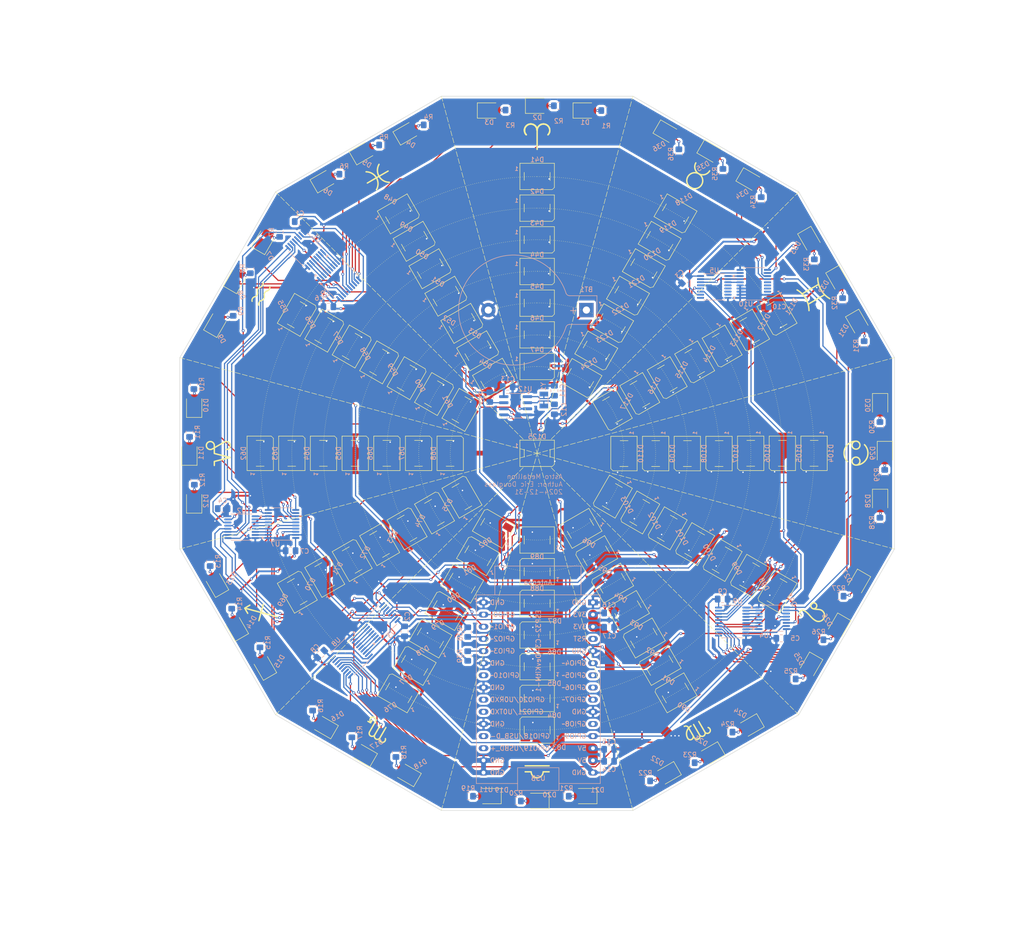
<source format=kicad_pcb>
(kicad_pcb (version 20240108) (generator "pcbnew") (generator_version "8.0")
  (layers (0 "F.Cu" signal) (31 "B.Cu" signal) (34 "B.Paste" user) (35 "F.Paste" user) (36 "B.SilkS" user "B.Silkscreen") (37 "F.SilkS" user "F.Silkscreen") (38 "B.Mask" user) (39 "F.Mask" user) (44 "Edge.Cuts" user))
  (net 0 "")
  (net 1 "Net-(D1-A)")
  (net 2 "GND")
  (net 3 "Net-(D2-A)")
  (net 4 "Net-(D3-A)")
  (net 5 "Net-(D4-A)")
  (net 6 "Net-(D5-A)")
  (net 7 "Net-(D6-A)")
  (net 8 "Net-(D7-A)")
  (net 9 "Net-(D8-A)")
  (net 10 "Net-(D9-A)")
  (net 11 "Net-(D10-A)")
  (net 12 "Net-(D11-A)")
  (net 13 "Net-(D12-A)")
  (net 14 "Net-(D13-A)")
  (net 15 "Net-(D14-A)")
  (net 16 "Net-(D15-A)")
  (net 17 "Net-(D16-A)")
  (net 18 "Net-(D17-A)")
  (net 19 "Net-(D18-A)")
  (net 20 "Net-(D19-A)")
  (net 21 "Net-(D20-A)")
  (net 22 "Net-(D21-A)")
  (net 23 "Net-(D22-A)")
  (net 24 "Net-(D23-A)")
  (net 25 "Net-(D24-A)")
  (net 26 "Net-(D25-A)")
  (net 27 "Net-(D26-A)")
  (net 28 "Net-(D27-A)")
  (net 29 "Net-(D28-A)")
  (net 30 "Net-(D29-A)")
  (net 31 "Net-(D30-A)")
  (net 32 "Net-(D31-A)")
  (net 33 "Net-(D32-A)")
  (net 34 "Net-(D33-A)")
  (net 35 "Net-(D34-A)")
  (net 36 "Net-(D35-A)")
  (net 37 "Net-(D36-A)")
  (net 38 "Net-(D41-DO)")
  (net 39 "Net-(D42-DO)")
  (net 40 "Net-(D43-DO)")
  (net 41 "Net-(D44-DO)")
  (net 42 "Net-(D45-DO)")
  (net 43 "Net-(D46-DO)")
  (net 44 "Net-(D47-DO)")
  (net 45 "Net-(D48-DO)")
  (net 46 "Net-(D49-DO)")
  (net 47 "Net-(D50-DO)")
  (net 48 "Net-(D51-DO)")
  (net 49 "Net-(D52-DO)")
  (net 50 "Net-(D53-DO)")
  (net 51 "Net-(D54-DO)")
  (net 52 "Net-(D55-DO)")
  (net 53 "Net-(D57-DO)")
  (net 54 "Net-(D58-DO)")
  (net 55 "Net-(D59-DO)")
  (net 56 "Net-(D60-DO)")
  (net 57 "Net-(D61-DO)")
  (net 58 "Net-(D62-DO)")
  (net 59 "Net-(D63-DO)")
  (net 60 "Net-(D64-DO)")
  (net 61 "Net-(D65-DO)")
  (net 62 "Net-(D66-DO)")
  (net 63 "Net-(D67-DO)")
  (net 64 "Net-(D68-DO)")
  (net 65 "Net-(D69-DO)")
  (net 66 "Net-(D70-DO)")
  (net 67 "Net-(D73-DO)")
  (net 68 "Net-(D74-DO)")
  (net 69 "Net-(D75-DO)")
  (net 70 "Net-(D76-DO)")
  (net 71 "Net-(D77-DO)")
  (net 72 "Net-(D78-DO)")
  (net 73 "Net-(D79-DO)")
  (net 74 "Net-(D80-DO)")
  (net 75 "Net-(D81-DO)")
  (net 76 "Net-(D82-DO)")
  (net 77 "Net-(D83-DO)")
  (net 78 "Net-(D84-DO)")
  (net 79 "Net-(D85-DO)")
  (net 80 "Net-(D86-DO)")
  (net 81 "Net-(D87-DO)")
  (net 82 "Net-(D89-DO)")
  (net 83 "Net-(D90-DO)")
  (net 84 "Net-(D91-DO)")
  (net 85 "Net-(D92-DO)")
  (net 86 "Net-(D93-DO)")
  (net 87 "Net-(D94-DO)")
  (net 88 "Net-(D95-DO)")
  (net 89 "Net-(D96-DO)")
  (net 90 "Net-(D97-DO)")
  (net 91 "Net-(D100-DIN)")
  (net 92 "Net-(D100-DO)")
  (net 93 "Net-(D101-DO)")
  (net 94 "Net-(D102-DO)")
  (net 95 "Net-(D105-DO)")
  (net 96 "Net-(D106-DO)")
  (net 97 "Net-(D107-DO)")
  (net 98 "Net-(D108-DO)")
  (net 99 "Net-(D109-DO)")
  (net 100 "Net-(D110-DO)")
  (net 101 "Net-(D111-DO)")
  (net 102 "Net-(D112-DO)")
  (net 103 "Net-(D113-DO)")
  (net 104 "Net-(D114-DO)")
  (net 105 "Net-(D115-DO)")
  (net 106 "Net-(D116-DO)")
  (net 107 "Net-(D117-DO)")
  (net 108 "Net-(D118-DO)")
  (net 109 "Net-(D119-DO)")
  (net 110 "Net-(D121-DO)")
  (net 111 "Net-(D122-DO)")
  (net 112 "Net-(D123-DO)")
  (net 113 "Net-(D124-DO)")
  (net 115 "Net-(U1-QA)")
  (net 116 "Net-(U1-QB)")
  (net 117 "Net-(U1-QC)")
  (net 118 "Net-(U1-QD)")
  (net 119 "Net-(U1-QE)")
  (net 120 "Net-(U1-QF)")
  (net 121 "Net-(U1-QG)")
  (net 122 "Net-(U1-QH)")
  (net 123 "Net-(U2-QA)")
  (net 124 "Net-(U2-QB)")
  (net 125 "Net-(U2-QC)")
  (net 126 "Net-(U2-QD)")
  (net 127 "Net-(U2-QE)")
  (net 128 "Net-(U2-QF)")
  (net 129 "Net-(U2-QG)")
  (net 130 "Net-(U2-QH)")
  (net 131 "Net-(U3-QA)")
  (net 132 "Net-(U3-QB)")
  (net 133 "Net-(U3-QC)")
  (net 134 "Net-(U3-QD)")
  (net 135 "Net-(U3-QE)")
  (net 136 "Net-(U3-QF)")
  (net 137 "Net-(U3-QG)")
  (net 138 "Net-(U3-QH)")
  (net 139 "Net-(U4-QA)")
  (net 140 "Net-(U4-QB)")
  (net 141 "Net-(U4-QC)")
  (net 142 "Net-(U4-QD)")
  (net 143 "Net-(U4-QE)")
  (net 144 "Net-(U4-QF)")
  (net 145 "Net-(U4-QG)")
  (net 146 "Net-(U4-QH)")
  (net 147 "VCC")
  (net 152 "Net-(D1-K)")
  (net 153 "Net-(D2-K)")
  (net 154 "Net-(D3-K)")
  (net 155 "Net-(D4-K)")
  (net 156 "Net-(D5-K)")
  (net 157 "Net-(D6-K)")
  (net 158 "Net-(D7-K)")
  (net 159 "Net-(D8-K)")
  (net 160 "Net-(D9-K)")
  (net 161 "Net-(D10-K)")
  (net 162 "Net-(D11-K)")
  (net 163 "Net-(D12-K)")
  (net 164 "Net-(D13-K)")
  (net 165 "Net-(D14-K)")
  (net 166 "Net-(D15-K)")
  (net 167 "Net-(D16-K)")
  (net 168 "Net-(D17-K)")
  (net 169 "Net-(D18-K)")
  (net 170 "Net-(D19-K)")
  (net 171 "Net-(D20-K)")
  (net 172 "Net-(D21-K)")
  (net 173 "Net-(D22-K)")
  (net 174 "Net-(D23-K)")
  (net 175 "Net-(D24-K)")
  (net 176 "Net-(D25-K)")
  (net 177 "Net-(D26-K)")
  (net 178 "Net-(D27-K)")
  (net 179 "Net-(D28-K)")
  (net 180 "Net-(D29-K)")
  (net 181 "Net-(D30-K)")
  (net 182 "Net-(D31-K)")
  (net 183 "Net-(D32-K)")
  (net 184 "Net-(D33-K)")
  (net 185 "Net-(D34-K)")
  (net 186 "Net-(D35-K)")
  (net 187 "Net-(D36-K)")
  (net 188 "/SER1")
  (net 189 "/SER2")
  (net 190 "/SER3")
  (net 191 "/SER4")
  (net 193 "Net-(U10-A5)")
  (net 194 "Net-(U10-A7)")
  (net 195 "Net-(U10-A6)")
  (net 196 "Net-(U10-A4)")
  (net 201 "/DRGB1")
  (net 202 "/DRGB2")
  (net 203 "/DRGB3")
  (net 204 "/DRGB4")
  (net 205 "/DRGB5")
  (net 206 "/VBACK")
  (net 207 "/X1")
  (net 208 "/X2")
  (net 209 "/RTC_FLAG")
  (net 210 "/SDA")
  (net 211 "/SCL")
  (net 212 "+5V")
  (net 213 "/DRGB")
  (net 214 "/DVIEW")
  (net 215 "/DW")
  (net 216 "/DCLK")
  (net 217 "/RST")
  (net 227 "Net-(D71-DO)")
  (net 228 "Net-(D98-DO)")
  (net 229 "Net-(D103-DO)")
  (footprint "Dialight-587:LED_Dialight587_PLCC4_5.0x5.0mm_P3.2mm" (layer "F.Cu") (at 96.566912 110.01 120)
    (property "Reference" "D74")
    (property "Value" "Dialight_587_addr_5050_LED")
  )
  (footprint "LED_SMD:LED_PLCC_2835_Handsoldering" (layer "F.Cu") (at 162.480762 40.598076 -30)
    (property "Reference" "D34")
    (property "Value" "LED")
  )
  (footprint "Dialight-587:LED_Dialight587_PLCC4_5.0x5.0mm_P3.2mm" (layer "F.Cu") (at 162.366912 123.24 -120)
    (property "Reference" "D98")
    (property "Value" "Dialight_587_addr_5050_LED")
  )
  (footprint "Images:Leo" (layer "F.Cu") (at 175.7 130.9 -120)
    (property "Reference" "G***" (hide yes))
    (property "Value" "LOGO" (hide yes))
  )
  (footprint "LED_SMD:LED_PLCC_2835_Handsoldering" (layer "F.Cu") (at 60.95706 142.121778 120)
    (property "Reference" "D15")
    (property "Value" "LED")
  )
  (footprint "Dialight-587:LED_Dialight587_PLCC4_5.0x5.0mm_P3.2mm" (layer "F.Cu") (at 118 72.88)
    (property "Reference" "D46")
    (property "Value" "Dialight_587_addr_5050_LED")
  )
  (footprint "Dialight-587:LED_Dialight587_PLCC4_5.0x5.0mm_P3.2mm" (layer "F.Cu") (at 118 79.5)
    (property "Reference" "D47")
    (property "Value" "Dialight_587_addr_5050_LED")
  )
  (footprint "LED_SMD:LED_PLCC_2835_Handsoldering" (layer "F.Cu") (at 81.679492 34.732051 30)
    (property "Reference" "D5")
    (property "Value" "LED")
  )
  (footprint "Dialight-587:LED_Dialight587_PLCC4_5.0x5.0mm_P3.2mm" (layer "F.Cu") (at 168.1 68.7 -60)
    (property "Reference" "D111")
    (property "Value" "Dialight_587_addr_5050_LED")
  )
  (footprint "LED_SMD:LED_PLCC_2835_Handsoldering" (layer "F.Cu") (at 81.679492 160.549981 150)
    (property "Reference" "D17")
    (property "Value" "LED")
  )
  (footprint "LED_SMD:LED_PLCC_2835_Handsoldering" (layer "F.Cu") (at 175.04294 53.160254 -60)
    (property "Reference" "D33")
    (property "Value" "LED")
  )
  (footprint "LED_SMD:LED_PLCC_2835_Handsoldering" (layer "F.Cu") (at 55.091035 133.961524 120)
    (property "Reference" "D14")
    (property "Value" "LED")
  )
  (footprint "LED_SMD:LED_PLCC_2835_Handsoldering" (layer "F.Cu") (at 118.05 25)
    (property "Reference" "D2")
    (property "Value" "LED")
  )
  (footprint "Dialight-587:LED_Dialight587_PLCC4_5.0x5.0mm_P3.2mm" (layer "F.Cu") (at 118 39.78)
    (property "Reference" "D41")
    (property "Value" "Dialight_587_addr_5050_LED")
  )
  (footprint "Dialight-587:LED_Dialight587_PLCC4_5.0x5.0mm_P3.2mm" (layer "F.Cu") (at 79.366176 75.32 60)
    (property "Reference" "D57")
    (property "Value" "Dialight_587_addr_5050_LED")
  )
  (footprint "Dialight-587:LED_Dialight587_PLCC4_5.0x5.0mm_P3.2mm" (layer "F.Cu") (at 130.35 119.034559 -150)
    (property "Reference" "D95")
    (property "Value" "Dialight_587_addr_5050_LED")
  )
  (footprint "Dialight-587:LED_Dialight587_PLCC4_5.0x5.0mm_P3.2mm" (layer "F.Cu") (at 99.838984 97.641016 90)
    (property "Reference" "D68")
    (property "Value" "Dialight_587_addr_5050_LED")
  )
  (footprint "LED_SMD:LED_PLCC_2835_Handsoldering" (layer "F.Cu") (at 189.641016 87.641016 -90)
    (property "Reference" "D30")
    (property "Value" "LED")
  )
  (footprint "Dialight-587:LED_Dialight587_PLCC4_5.0x5.0mm_P3.2mm" (layer "F.Cu") (at 146.9 47.6 -30)
    (property "Reference" "D118")
    (property "Value" "Dialight_587_addr_5050_LED")
  )
  (footprint "Dialight-587:LED_Dialight587_PLCC4_5.0x5.0mm_P3.2mm" (layer "F.Cu") (at 66.758984 97.641016 90)
    (property "Reference" "D63")
    (property "Value" "Dialight_587_addr_5050_LED")
  )
  (footprint "Dialight-587:LED_Dialight587_PLCC4_5.0x5.0mm_P3.2mm" (layer "F.Cu") (at 105.678301 76.21446 30)
    (property "Reference" "D53")
    (property "Value" "Dialight_587_addr_5050_LED")
  )
  (footprint "Dialight-587:LED_Dialight587_PLCC4_5.0x5.0mm_P3.2mm" (layer "F.Cu") (at 95.72 136.233824 150)
    (property "Reference" "D78")
    (property "Value" "Dialight_587_addr_5050_LED")
  )
  (footprint "LED_SMD:LED_PLCC_2835_Handsoldering" (layer "F.Cu") (at 90.839746 164.683956 150)
    (property "Reference" "D18")
    (property "Value" "LED")
  )
  (footprint "LED_SMD:LED_PLCC_2835_Handsoldering" (layer "F.Cu") (at 128 169.282032 180)
    (property "Reference" "D21")
    (property "Value" "LED")
  )
  (footprint "Dialight-587:LED_Dialight587_PLCC4_5.0x5.0mm_P3.2mm" (layer "F.Cu") (at 127.05 113.318791 -150)
    (property "Reference" "D96")
    (property "Value" "Dialight_587_addr_5050_LED")
  )
  (footprint "LED_SMD:LED_PLCC_2835_Handsoldering" (layer "F.Cu") (at 189.641016 107.641016 -90)
    (property "Reference" "D28")
    (property "Value" "LED")
  )
  (footprint "Dialight-587:LED_Dialight587_PLCC4_5.0x5.0mm_P3.2mm" (layer "F.Cu") (at 133.66 70.532353 -30)
    (property "Reference" "D122")
    (property "Value" "Dialight_587_addr_5050_LED")
  )
  (footprint "Dialight-587:LED_Dialight587_PLCC4_5.0x5.0mm_P3.2mm" (layer "F.Cu") (at 162.366912 72.01 -60)
    (property "Reference" "D112")
    (property "Value" "Dialight_587_addr_5050_LED")
  )
  (footprint "LED_SMD:LED_PLCC_2835_Handsoldering" (layer "F.Cu") (at 46.358984 107.641016 90)
    (property "Reference" "D12")
    (property "Value" "LED")
  )
  (footprint "Dialight-587:LED_Dialight587_PLCC4_5.0x5.0mm_P3.2mm" (layer "F.Cu") (at 162.601016 97.641016 -90)
    (property "Reference" "D106")
    (property "Value" "Dialight_587_addr_5050_LED")
  )
  (footprint "Dialight-587:LED_Dialight587_PLCC4_5.0x5.0mm_P3.2mm" (layer "F.Cu") (at 139.434559 85.25 -60)
    (property "Reference" "D116")
    (property "Value" "Dialight_587_addr_5050_LED")
  )
  (footprint "Images:Aquarius" (layer "F.Cu") (at 60.3 64.3 60)
    (property "Reference" "G***" (hide yes))
    (property "Value" "LOGO" (hide yes))
  )
  (footprint "LED_SMD:LED_PLCC_2835_Handsoldering" (layer "F.Cu") (at 185.04294 70.480762 -60)
    (property "Reference" "D31")
    (property "Value" "LED")
  )
  (footprint "Dialight-587:LED_Dialight587_PLCC4_5.0x5.0mm_P3.2mm" (layer "F.Cu") (at 140.28 136.233824 -150)
    (property "Reference" "D92")
    (property "Value" "Dialight_587_addr_5050_LED")
  )
  (footprint "Dialight-587:LED_Dialight587_PLCC4_5.0x5.0mm_P3.2mm" (layer "F.Cu") (at 102.34 124.767647 150)
    (property "Reference" "D80")
    (property "Value" "Dialight_587_addr_5050_LED")
  )
  (footprint "Images:Capricorn" (layer "F.Cu") (at 51.4 97.6 90)
    (property "Reference" "G***" (hide yes))
    (property "Value" "LOGO" (hide yes))
  )
  (footprint "Images:Pisces" (layer "F.Cu") (at 84.7 39.9 30)
    (property "Reference" "G***" (hide yes))
    (property "Value" "LOGO" (hide yes))
  )
  (footprint "LED_SMD:LED_PLCC_2835_Handsoldering" (layer "F.Cu") (at 190.641016 97.641016 -90)
    (property "Reference" "D29")
    (property "Value" "LED")
  )
  (footprint "Dialight-587:LED_Dialight587_PLCC4_5.0x5.0mm_P3.2mm" (layer "F.Cu") (at 108.988301 81.947548 30)
    (property "Reference" "D54")
    (property "Value" "Dialight_587_addr_5050_LED")
  )
  (footprint "Dialight-587:LED_Dialight587_PLCC4_5.0x5.0mm_P3.2mm" (layer "F.Cu") (at 140.28 59.066176 -30)
    (property "Reference" "D120")
    (property "Value" "Dialight_587_addr_5050_LED")
  )
  (footprint "Dialight-587:LED_Dialight587_PLCC4_5.0x5.0mm_P3.2mm" (layer "F.Cu") (at 175.841016 97.641016 -90)
    (property "Reference" "D104")
    (property "Value" "Dialight_587_addr_5050_LED")
  )
  (footprint "LED_SMD:LED_PLCC_2835_Handsoldering" (layer "F.Cu") (at 73.519238 154.683956 150)
    (property "Reference" "D16")
    (property "Value" "LED")
  )
  (footprint "Dialight-587:LED_Dialight587_PLCC4_5.0x5.0mm_P3.2mm" (layer "F.Cu") (at 73.634559 123.25 120)
    (property "Reference" "D70")
    (property "Value" "Dialight_587_addr_5050_LED")
  )
  (footprint "Dialight-587:LED_Dialight587_PLCC4_5.0x5.0mm_P3.2mm" (layer "F.Cu") (at 169.221016 97.641016 -90)
    (property "Reference" "D105")
    (property "Value" "Dialight_587_addr_5050_LED")
  )
  (footprint "Dialight-587:LED_Dialight587_PLCC4_5.0x5.0mm_P3.2mm" (layer "F.Cu") (at 93.238984 97.641016 90)
    (property "Reference" "D67")
    (property "Value" "Dialight_587_addr_5050_LED")
  )
  (footprint "Dialight-587:LED_Dialight587_PLCC4_5.0x5.0mm_P3.2mm" (layer "F.Cu") (at 139.434559 110 -120)
    (property "Reference" "D102")
    (property "Value" "Dialight_587_addr_5050_LED")
  )
  (footprint "Dialight-587:LED_Dialight587_PLCC4_5.0x5.0mm_P3.2mm" (layer "F.Cu") (at 99.03 130.500735 150)
    (property "Reference" "D79")
    (property "Value" "Dialight_587_addr_5050_LED")
  )
  (footprint "Dialight-587:LED_Dialight587_PLCC4_5.0x5.0mm_P3.2mm" (layer "F.Cu") (at 118 148.862032 180)
    (property "Reference" "D84")
    (property "Value" "Dialight_587_addr_5050_LED")
  )
  (footprint "Dialight-587:LED_Dialight587_PLCC4_5.0x5.0mm_P3.2mm" (layer "F.Cu") (at 133.66 124.767647 -150)
    (property "Reference" "D94")
    (property "Value" "Dialight_587_addr_5050_LED")
  )
  (footprint "Dialight-587:LED_Dialight587_PLCC4_5.0x5.0mm_P3.2mm" (layer "F.Cu") (at 136.97 130.500735 -150)
    (property "Reference" "D93")
    (property "Value" "Dialight_587_addr_5050_LED")
  )
  (footprint "Dialight-587:LED_Dialight587_PLCC4_5.0x5.0mm_P3.2mm" (layer "F.Cu") (at 133.701471 106.69 -120)
    (property "Reference" "D103")
    (property "Value" "Dialight_587_addr_5050_LED")
  )
  (footprint "Dialight-587:LED_Dialight587_PLCC4_5.0x5.0mm_P3.2mm" (layer "F.Cu") (at 118 59.64)
    (property "Reference" "D44")
    (property "Value" "Dialight_587_addr_5050_LED")
  )
  (footprint "Dialight-587:LED_Dialight587_PLCC4_5.0x5.0mm_P3.2mm" (layer "F.Cu") (at 102.298529 88.56 60)
    (property "Reference" "D61")
    (property "Value" "Dialight_587_addr_5050_LED")
  )
  (footprint "Dialight-587:LED_Dialight587_PLCC4_5.0x5.0mm_P3.2mm" (layer "F.Cu") (at 143.59 141.966912 -150)
    (property "Reference" "D91")
    (property "Value" "Dialight_587_addr_5050_LED")
  )
  (footprint "Dialight-587:LED_Dialight587_PLCC4_5.0x5.0mm_P3.2mm" (layer "F.Cu") (at 130.35 76.265441 -30)
    (property "Reference" "D123")
    (property "Value" "Dialight_587_addr_5050_LED")
  )
  (footprint "LED_SMD:LED_PLCC_2835_Handsoldering" (layer "F.Cu") (at 145.160254 164.683956 -150)
    (property "Reference" "D22")
    (property "Value" "LED")
  )
  (footprint "Dialight-587:LED_Dialight587_PLCC4_5.0x5.0mm_P3.2mm" (layer "F.Cu") (at 73.633088 72.01 60)
    (property "Reference" "D56")
    (property "Value" "Dialight_587_addr_5050_LED")
  )
  (footprint "LED_SMD:LED_PLCC_2835_Handsoldering" (layer "F.Cu") (at 118 170.282032 180)
    (property "Reference" "D20")
    (property "Value" "LED")
  )
  (footprint "Dialight-587:LED_Dialight587_PLCC4_5.0x5.0mm_P3.2mm" (layer "F.Cu") (at 105.65 119.034559 150)
    (property "Reference" "D81")
    (property "Value" "Dialight_587_addr_5050_LED")
  )
  (footprint "Dialight-587:LED_Dialight587_PLCC4_5.0x5.0mm_P3.2mm" (layer "F.Cu") (at 89.1 147.7 150)
    (property "Reference" "D76")
    (property "Value" "Dialight_587_addr_5050_LED")
  )
  (footprint "Images:Scorpio" (layer "F.Cu") (at 84.7 155.4 150)
    (property "Reference" "G***" (hide yes))
    (property "Value" "LOGO" (hide yes))
  )
  (footprint "LED_SMD:LED_PLCC_2835_Handsoldering" (layer "F.Cu") (at 154.320508 34.732051 -30)
    (property "Reference" "D35")
    (property "Value" "LED")
  )
  (footprint "LED_SMD:LED_PLCC_2835_Handsoldering" (layer "F.Cu") (at 55.091035 61.320508 60)
    (property "Reference" "D8")
    (property "Value" "LED")
  )
  (footprint "Images:Aries2" (layer "F.Cu") (at 118 31)
    (property "Reference" "REF**" (hide yes))
    (property "Value" "Aries2")
  )
  (footprint "Dialight-587:LED_Dialight587_PLCC4_5.0x5.0mm_P3.2mm" (layer "F.Cu") (at 79.998984 97.641016 90)
    (property "Reference" "D65")
    (property "Value" "Dialight_587_addr_5050_LED")
  )
  (footprint "LED_SMD:LED_PLCC_2835_Handsoldering" (layer "F.Cu") (at 108 169.282032 180)
    (property "Reference" "D19")
    (property "Value" "LED")
  )
  (footprint "LED_SMD:LED_PLCC_2835_Handsoldering" (layer "F.Cu") (at 50.95706 70.480762 60)
    (property "Reference" "D9")
    (property "Value" "LED")
  )
  (footprint "Dialight-587:LED_Dialight587_PLCC4_5.0x5.0mm_P3.2mm" (layer "F.Cu") (at 102.368301 70.481372 30)
    (property "Reference" "D52")
    (property "Value" "Dialight_587_addr_5050_LED")
  )
  (footprint "Dialight-587:LED_Dialight587_PLCC4_5.0x5.0mm_P3.2mm" (layer "F.Cu") (at 168.1 126.55 -120)
    (property "Reference" "D97")
    (property "Value" "Dialight_587_addr_5050_LED")
  )
  (footprint "Dialight-587:LED_Dialight587_PLCC4_5.0x5.0mm_P3.2mm" (layer "F.Cu") (at 127.04 81.998529 -30)
    (property "Reference" "D124")
    (property "Value" "Dialight_587_addr_5050_LED")
  )
  (footprint "LED_SMD:LED_PLCC_2835_Handsoldering" (layer "F.Cu") (at 180.908965 61.320508 -60)
    (property "Reference" "D32")
    (property "Value" "LED")
  )
  (footprint "Dialight-587:LED_Dialight587_PLCC4_5.0x5.0mm_P3.2mm" (layer "F.Cu") (at 67.901471 126.56 120)
    (property "Reference" "D69")
    (property "Value" "Dialight_587_addr_5050_LED")
  )
  (footprint "Dialight-587:LED_Dialight587_PLCC4_5.0x5.0mm_P3.2mm" (layer "F.Cu") (at 118 115.752032 180)
    (property "Reference" "D89")
    (property "Value" "Dialight_587_addr_5050_LED")
  )
  (footprint "LED_SMD:LED_PLCC_2835_Handsoldering" (layer "F.Cu") (at 185.04294 124.80127 -120)
    (property "Reference" "D27")
    (property "Value" "LED")
  )
  (footprint "LED_SMD:LED_PLCC_2835_Handsoldering" (layer "F.Cu") (at 60.95706 53.160254 60)
    (property "Reference" "D7")
    (property "Value" "LED")
  )
  (footprint "LED_SMD:LED_PLCC_2835_Handsoldering" (layer "F.Cu") (at 128 26)
    (property "Reference" "D1")
    (property "Value" "LED")
  )
  (footprint "Dialight-587:LED_Dialight587_PLCC4_5.0x5.0mm_P3.2mm" (layer "F.Cu") (at 156.633824 75.32 -60)
    (property "Reference" "D113")
    (property "Value" "Dialight_587_addr_5050_LED")
  )
  (footprint "Dialight-587:LED_Dialight587_PLCC4_5.0x5.0mm_P3.2mm" (layer "F.Cu") (at 79.367647 119.94 120)
    (property "Reference" "D71")
    (property "Value" "Dialight_587_addr_5050_LED")
  )
  (footprint "Dialight-587:LED_Dialight587_PLCC4_5.0x5.0mm_P3.2mm" (layer "F.Cu") (at 150.900735 78.63 -60)
    (property "Reference" "D114")
    (property "Value" "Dialight_587_addr_5050_LED")
  )
  (footprint "Dialight-587:LED_Dialight587_PLCC4_5.0x5.0mm_P3.2mm" (layer "F.Cu") (at 118 128.992032 180)
    (property "Reference" "D87")
    (property "Value" "Dialight_587_addr_5050_LED")
  )
  (footprint "LED_SMD:LED_PLCC_2835_Handsoldering" (layer "F.Cu") (at 154.320508 160.549981 -150)
    (property "Reference" "D23")
    (property "Value" "LED")
  )
  (footprint "LED_SMD:LED_PLCC_2835_Handsoldering" (layer "F.Cu") (at 73.519238 40.598076 30)
    (property "Reference" "D6")
    (property "Value" "LED")
  )
  (footprint "Dialight-587:LED_Dialight587_PLCC4_5.0x5.0mm_P3.2mm" (layer "F.Cu") (at 118 135.612032 180)
    (property "Reference" "D86")
    (property "Value" "Dialight_587_addr_5050_LED")
  )
  (footprint "Images:Libra" (layer "F.Cu") (at 118 164.2 180)
    (property "Reference" "G***" (hide yes))
    (property "Value" "LOGO" (hide yes))
  )
  (footprint "Dialight-587:LED_Dialight587_PLCC4_5.0x5.0mm_P3.2mm" (layer "F.Cu") (at 118 97.641016)
    (property "Reference" "D125")
    (property "Value" "Dialight_587_addr_5050_LED")
  )
  (footprint "Dialight-587:LED_Dialight587_PLCC4_5.0x5.0mm_P3.2mm" (layer "F.Cu") (at 145.167647 81.94 -60)
    (property "Reference" "D115")
    (property "Value" "Dialight_587_addr_5050_LED")
  )
  (footprint "Dialight-587:LED_Dialight587_PLCC4_5.0x5.0mm_P3.2mm" (layer "F.Cu") (at 133.701471 88.56 -60)
    (property "Reference" "D117")
    (property "Value" "Dialight_587_addr_5050_LED")
  )
  (footprint "LED_SMD:LED_PLCC_2835_Handsoldering" (layer "F.Cu") (at 108 26)
    (property "Reference" "D3")
    (property "Value" "LED")
  )
  (footprint "Dialight-587:LED_Dialight587_PLCC4_5.0x5.0mm_P3.2mm" (layer "F.Cu") (at 156.633824 119.93 -120)
    (property "Reference" "D99")
    (property "Value" "Dialight_587_addr_5050_LED")
  )
  (footprint "Images:Virgo" (layer "F.Cu") (at 151.3 155.4 -150)
    (property "Reference" "G***" (hide yes))
    (property "Value" "LOGO" (hide yes))
  )
  (footprint "Dialight-587:LED_Dialight587_PLCC4_5.0x5.0mm_P3.2mm" (layer "F.Cu") (at 142.751016 97.691016 -90)
    (property "Reference" "D109")
    (property "Value" "Dialight_587_addr_5050_LED")
  )
  (footprint "Dialight-587:LED_Dialight587_PLCC4_5.0x5.0mm_P3.2mm" (layer "F.Cu") (at 85.099265 78.63 60)
    (property "Reference" "D58")
    (property "Value" "Dialight_587_addr_5050_LED")
  )
  (footprint "Dialight-587:LED_Dialight587_PLCC4_5.0x5.0mm_P3.2mm" (layer "F.Cu") (at 92.41 53.333088 30)
    (property "Reference" "D49")
    (property "Value" "Dialight_587_addr_5050_LED")
  )
  (footprint "Images:Gemini" (layer "F.Cu") (at 175.7 64.4 -60)
    (property "Reference" "G***" (hide yes))
    (property "Value" "LOGO" (hide yes))
  )
  (footprint "Dialight-587:LED_Dialight587_PLCC4_5.0x5.0mm_P3.2mm" (layer "F.Cu") (at 118 122.372032 180)
    (property "Reference" "D88")
    (property "Value" "Dialight_587_addr_5050_LED")
  )
  (footprint "Dialight-587:LED_Dialight587_PLCC4_5.0x5.0mm_P3.2mm" (layer "F.Cu") (at 89.1 47.6 30)
    (property "Reference" "D48")
    (property "Value" "Dialight_587_addr_5050_LED")
  )
  (footprint "LED_SMD:LED_PLCC_2835_Handsoldering" (layer "F.Cu") (at 145.160254 30.598076 -30)
    (property "Reference" "D36")
    (property "Value" "LED")
  )
  (footprint "LED_SMD:LED_PLCC_2835_Handsoldering" (layer "F.Cu") (at 45.358984 97.641016 90)
    (property "Reference" "D11")
    (property "Value" "LED")
  )
  (footprint "Dialight-587:LED_Dialight587_PLCC4_5.0x5.0mm_P3.2mm" (layer "F.Cu") (at 143.59 53.333088 -30)
    (property "Reference" "D119")
    (property "Value" "Dialight_587_addr_5050_LED")
  )
  (footprint "Dialight-587:LED_Dialight587_PLCC4_5.0x5.0mm_P3.2mm" (layer "F.Cu") (at 150.900735 116.62 -120)
    (property "Reference" "D100")
    (property "Value" "Dialight_587_addr_5050_LED")
  )
  (footprint "Dialight-587:LED_Dialight587_PLCC4_5.0x5.0mm_P3.2mm" (layer "F.Cu") (at 136.131016 97.691016 -90)
    (property "Reference" "D110")
    (property "Value" "Dialight_587_addr_5050_LED")
  )
  (footprint "Dialight-587:LED_Dialight587_PLCC4_5.0x5.0mm_P3.2mm" (layer "F.Cu") (at 60.158984 97.641016 90)
    (property "Reference" "D62")
    (property "Value" "Dialight_587_addr_5050_LED")
  )
  (footprint "Dialight-587:LED_Dialight587_PLCC4_5.0x5.0mm_P3.2mm" (layer "F.Cu") (at 149.371017 97.691016 -90)
    (property "Reference" "D108")
    (property "Value" "Dialight_587_addr_5050_LED")
  )
  (footprint "Images:Taurus" (layer "F.Cu") (at 151.3 40 -30)
    (property "Reference" "G***" (hide yes))
    (property "Value" "LOGO" (hide yes))
  )
  (footprint "Dialight-587:LED_Dialight587_PLCC4_5.0x5.0mm_P3.2mm" (layer "F.Cu") (at 95.72 59.066176 30)
    (property "Reference" "D50")
    (property "Value" "Dialight_587_addr_5050_LED")
  )
  (footprint "Dialight-587:LED_Dialight587_PLCC4_5.0x5.0mm_P3.2mm" (layer "F.Cu") (at 90.833824 113.32 120)
    (property "Reference" "D73")
    (property "Value" "Dialight_587_addr_5050_LED")
  )
  (footprint "Dialight-587:LED_Dialight587_PLCC4_5.0x5.0mm_P3.2mm" (layer "F.Cu") (at 86.618984 97.641016 90)
    (property "Reference" "D66")
    (property "Value" "Dialight_587_addr_5050_LED")
  )
  (footprint "Dialight-587:LED_Dialight587_PLCC4_5.0x5.0mm_P3.2mm" (layer "F.Cu") (at 102.3 106.7 120)
    (property "Reference" "D75")
    (property "Value" "Dialight_587_addr_5050_LED")
  )
  (footprint "LED_SMD:LED_PLCC_2835_Handsoldering" (layer "F.Cu") (at 180.908965 133.961524 -120)
    (property "Reference" "D26")
    (property "Value" "LED")
  )
  (footprint "Dialight-587:LED_Dialight587_PLCC4_5.0x5.0mm_P3.2mm" (layer "F.Cu") (at 136.97 64.799265 -30)
    (property "Reference" "D121")
    (property "Value" "Dialight_587_addr_5050_LED")
  )
  (footprint "Images:Cancer" (layer "F.Cu") (at 184.6 97.6 -90)
    (property "Reference" "G***" (hide yes))
    (property "Value" "LOGO" (hide yes))
  )
  (footprint "Dialight-587:LED_Dialight587_PLCC4_5.0x5.0mm_P3.2mm" (layer "F.Cu") (at 92.41 141.966912 150)
    (property "Reference" "D77")
    (property "Value" "Dialight_587_addr_5050_LED")
  )
  (footprint "Dialight-587:LED_Dialight587_PLCC4_5.0x5.0mm_P3.2mm" (layer "F.Cu") (at 118 66.26)
    (property "Reference" "D45")
    (property "Value" "Dialight_587_addr_5050_LED")
  )
  (footprint "Dialight-587:LED_Dialight587_PLCC4_5.0x5.0mm_P3.2mm" (layer "F.Cu") (at 155.991016 97.691016 -90)
    (property "Reference" "D107")
    (property "Value" "Dialight_587_addr_5050_LED")
  )
  (footprint "Dialight-587:LED_Dialight587_PLCC4_5.0x5.0mm_P3.2mm" (layer "F.Cu") (at 90.832353 81.94 60)
    (property "Reference" "D59")
    (property "Value" "Dialight_587_addr_5050_LED")
  )
  (footprint "Dialight-587:LED_Dialight587_PLCC4_5.0x5.0mm_P3.2mm" (layer "F.Cu") (at 96.565441 85.25 60)
    (property "Reference" "D60")
    (property "Value" "Dialight_587_addr_5050_LED")
  )
  (footprint "Images:Sagittarius" (layer "F.Cu") (at 60.3 130.9 120)
    (property "Reference" "G***" (hide yes))
    (property "Value" "LOGO" (hide yes))
  )
  (footprint "LED_SMD:LED_PLCC_2835_Handsoldering" (layer "F.Cu") (at 46.358984 87.641016 90)
    (property "Reference" "D10")
    (property "Value" "LED")
  )
  (footprint "LED_SMD:LED_PLCC_2835_Handsoldering" (layer "F.Cu") (at 90.839746 30.598076 30)
    (property "Reference" "D4")
    (property "Value" "LED")
  )
  (footprint "Dialight-587:LED_Dialight587_PLCC4_5.0x5.0mm_P3.2mm" (layer "F.Cu") (at 146.9 147.7 -150)
    (property "Reference" "D90")
    (property "Value" "Dialight_587_addr_5050_LED")
  )
  (footprint "Dialight-587:LED_Dialight587_PLCC4_5.0x5.0mm_P3.2mm" (layer "F.Cu") (at 118 53.02)
    (property "Reference" "D43")
    (property "Value" "Dialight_587_addr_5050_LED")
  )
  (footprint "Dialight-587:LED_Dialight587_PLCC4_5.0x5.0mm_P3.2mm" (layer "F.Cu") (at 108.96 113.301471 150)
    (property "Reference" "D82")
    (property "Value" "Dialight_587_addr_5050_LED")
  )
  (footprint "Dialight-587:LED_Dialight587_PLCC4_5.0x5.0mm_P3.2mm" (layer "F.Cu") (at 118 142.232032 180)
    (property "Reference" "D85")
    (property "Value" "Dialight_587_addr_5050_LED")
  )
  (footprint "LED_SMD:LED_PLCC_2835_Handsoldering" (layer "F.Cu") (at 50.95706 124.80127 120)
    (property "Reference" "D13")
    (property "Value" "LED")
  )
  (footprint "Dialight-587:LED_Dialight587_PLCC4_5.0x5.0mm_P3.2mm" (layer "F.Cu") (at 99.03 64.799265 30)
    (property "Reference" "D51")
    (property "Value" "Dialight_587_addr_5050_LED")
  )
  (footprint "Dialight-587:LED_Dialight587_PLCC4_5.0x5.0mm_P3.2mm" (layer "F.Cu") (at 118 46.4)
    (property "Reference" "D42")
    (property "Value" "Dialight_587_addr_5050_LED")
  )
  (footprint "Dialight-587:LED_Dialight587_PLCC4_5.0x5.0mm_P3.2mm" (layer "F.Cu") (at 85.100735 116.63 120)
    (property "Reference" "D72")
    (property "Value" "Dialight_587_addr_5050_LED")
  )
  (footprint "Dialight-587:LED_Dialight587_PLCC4_5.0x5.0mm_P3.2mm" (layer "F.Cu") (at 73.378984 97.641016 90)
    (property "Reference" "D64")
    (property "Value" "Dialight_587_addr_5050_LED")
  )
  (footprint "Dialight-587:LED_Dialight587_PLCC4_5.0x5.0mm_P3.2mm" (layer "F.Cu") (at 145.167647 113.31 -120)
    (property "Reference" "D101")
    (property "Value" "Dialight_587_addr_5050_LED")
  )
  (footprint "LED_SMD:LED_PLCC_2835_Handsoldering" (layer "F.Cu") (at 162.480762 154.683956 -150)
    (property "Reference" "D24")
    (property "Value" "LED")
  )
  (footprint "LED_SMD:LED_PLCC_2835_Handsoldering" (layer "F.Cu") (at 175.04294 142.121778 -120)
    (property "Reference" "D25")
    (property "Value" "LED")
  )
  (footprint "Dialight-587:LED_Dialight587_PLCC4_5.0x5.0mm_P3.2mm" (layer "F.Cu") (at 118 155.482032 180)
    (property "Reference" "D83")
    (property "Value" "Dialight_587_addr_5050_LED")
  )
  (footprint "Dialight-587:LED_Dialight587_PLCC4_5.0x5.0mm_P3.2mm" (layer "F.Cu") (at 67.9 68.7 60)
    (property "Reference" "D55")
    (property "Value" "Dialight_587_addr_5050_LED")
  )
  (footprint "Resistor_SMD:R_0805_2012Metric_Pad1.20x1.40mm_HandSolder" (layer "B.Cu") (at 113.6 170.3 180)
    (property "Reference" "R20")
    (property "Value" "R")
  )
  (footprint "Capacitor_SMD:C_0805_2012Metric_Pad1.18x1.45mm_HandSolder" (layer "B.Cu") (at 133.0375 162)
    (property "Reference" "C14")
    (property "Value" "10u")
  )
  (footprint "Capacitor_SMD:C_0805_2012Metric_Pad1.18x1.45mm_HandSolder" (layer "B.Cu") (at 165.2625 67 180)
    (property "Reference" "C10")
    (property "Value" "C")
  )
  (footprint "Resistor_SMD:R_0805_2012Metric_Pad1.20x1.40mm_HandSolder" (layer "B.Cu") (at 176.8 136.6 180)
    (property "Reference" "R26")
    (property "Value" "R")
  )
  (footprint "Resistor_SMD:R_0805_2012Metric_Pad1.20x1.40mm_HandSolder" (layer "B.Cu") (at 112.4 25.9 180)
    (property "Reference" "R3")
    (property "Value" "R")
  )
  (footprint "Crystal:Crystal_SMD_3215-2Pin_3.2x1.5mm" (layer "B.Cu") (at 119.4 86.5 90)
    (property "Reference" "Y1")
    (property "Value" "ECS-.327-9-34B-TR")
  )
  (footprint "Resistor_SMD:R_0805_2012Metric_Pad1.20x1.40mm_HandSolder" (layer "B.Cu") (at 54.5 67.9 90)
    (property "Reference" "R9")
    (property "Value" "R")
  )
  (footprint "Package_SO:TSSOP-16_4.4x5mm_P0.65mm" (layer "B.Cu") (at 69.6 55.10762 135)
    (property "Reference" "U1")
    (property "Value" "74HC595")
  )
  (footprint "Resistor_SMD:R_0805_2012Metric_Pad1.20x1.40mm_HandSolder" (layer "B.Cu") (at 45.4 93.2 90)
    (property "Reference" "R11")
    (property "Value" "R")
  )
  (footprint "Resistor_SMD:R_0805_2012Metric_Pad1.20x1.40mm_HandSolder" (layer "B.Cu") (at 103.6 169.3 180)
    (property "Reference" "R19")
    (property "Value" "R")
  )
  (footprint "Capacitor_SMD:C_0805_2012Metric_Pad1.18x1.45mm_HandSolder" (layer "B.Cu") (at 133.0375 131 180)
    (property "Reference" "C16")
    (property "Value" "10u")
  )
  (footprint "Capacitor_SMD:C_0805_2012Metric_Pad1.18x1.45mm_HandSolder" (layer "B.Cu") (at 169 136.3 180)
    (property "Reference" "C5")
    (property "Value" "C")
  )
  (footprint "Resistor_SMD:R_0805_2012Metric_Pad1.20x1.40mm_HandSolder" (layer "B.Cu") (at 132.4 26 180)
    (property "Reference" "R1")
    (property "Value" "R")
  )
  (footprint "Resistor_SMD:R_0805_2012Metric_Pad1.20x1.40mm_HandSolder" (layer "B.Cu") (at 54.2 129.1 90)
    (property "Reference" "R14")
    (property "Value" "R")
  )
  (footprint "Resistor_SMD:R_0805_2012Metric_Pad1.20x1.40mm_HandSolder" (layer "B.Cu") (at 171 144.8 180)
    (property "Reference" "R25")
    (property "Value" "R")
  )
  (footprint "Capacitor_SMD:C_0805_2012Metric_Pad1.18x1.45mm_HandSolder" (layer "B.Cu") (at 111.8375 83.7)
    (property "Reference" "C13")
    (property "Value" "C")
  )
  (footprint "Resistor_SMD:R_0805_2012Metric_Pad1.20x1.40mm_HandSolder" (layer "B.Cu") (at 103.5 135 90)
    (property "Reference" "R38")
    (property "Value" "R")
  )
  (footprint "Resistor_SMD:R_0805_2012Metric_Pad1.20x1.40mm_HandSolder" (layer "B.Cu") (at 108.1 85.9 -90)
    (property "Reference" "R37")
    (property "Value" "10k")
  )
  (footprint "Resistor_SMD:R_0805_2012Metric_Pad1.20x1.40mm_HandSolder" (layer "B.Cu") (at 181 127.5 180)
    (property "Reference" "R27")
    (property "Value" "R")
  )
  (footprint "Resistor_SMD:R_0805_2012Metric_Pad1.20x1.40mm_HandSolder" (layer "B.Cu") (at 95.3 29 180)
    (property "Reference" "R4")
    (property "Value" "R")
  )
  (footprint "Resistor_SMD:R_0805_2012Metric_Pad1.20x1.40mm_HandSolder" (layer "B.Cu") (at 123.6 169.3 180)
    (property "Reference" "R21")
    (property "Value" "R")
  )
  (footprint "Capacitor_SMD:C_0805_2012Metric_Pad1.18x1.45mm_HandSolder" (layer "B.Cu") (at 121.6 88.4375 -90)
    (property "Reference" "C12")
    (property "Value" "10p")
  )
  (footprint "Resistor_SMD:R_0805_2012Metric_Pad1.20x1.40mm_HandSolder" (layer "B.Cu") (at 189.6 92.1 -90)
    (property "Reference" "R30")
    (property "Value" "R")
  )
  (footprint "Resistor_SMD:R_0805_2012Metric_Pad1.20x1.40mm_HandSolder" (layer "B.Cu") (at 140.6 166.1 180)
    (property "Reference" "R22")
    (property "Value" "R")
  )
  (footprint "Package_SO:TSSOP-20_4.4x6.5mm_P0.65mm" (layer "B.Cu") (at 78.984575 140.032582 -135)
    (property "Reference" "U8")
    (property "Value" "74LS540")
  )
  (footprint "Resistor_SMD:R_0805_2012Metric_Pad1.20x1.40mm_HandSolder" (layer "B.Cu") (at 64.2 51.4 -90)
    (property "Reference" "R7")
    (property "Value" "R")
  )
  (footprint "Resistor_SMD:R_0805_2012Metric_Pad1.20x1.40mm_HandSolder" (layer "B.Cu") (at 86 33.2 180)
    (property "Reference" "R5")
    (property "Value" "R")
  )
  (footprint "Package_SO:TSSOP-20_4.4x6.5mm_P0.65mm" (layer "B.Cu") (at 163.2625 62.225)
    (property "Reference" "U10")
    (property "Value" "74LS540")
  )
  (footprint "Capacitor_SMD:C_0805_2012Metric_Pad1.18x1.45mm_HandSolder" (layer "B.Cu") (at 90.3 134.8375 -90)
    (property "Reference" "C2")
    (property "Value" "C")
  )
  (footprint "Capacitor_SMD:C_0805_2012Metric_Pad1.18x1.45mm_HandSolder" (layer "B.Cu") (at 148.966377 61.333623 -135)
    (property "Reference" "C3")
    (property "Value" "C")
  )
  (footprint "Resistor_SMD:R_0805_2012Metric_Pad1.20x1.40mm_HandSolder" (layer "B.Cu") (at 46.3 83.2 90)
    (property "Reference" "R10")
    (property "Value" "R")
  )
  (footprint "Capacitor_SMD:C_0805_2012Metric_Pad1.18x1.45mm_HandSolder" (layer "B.Cu") (at 66.5 118 180)
    (property "Reference" "C7")
    (property "Value" "C")
  )
  (footprint "Resistor_SMD:R_0805_2012Metric_Pad1.20x1.40mm_HandSolder" (layer "B.Cu") (at 164.8 45.1 -90)
    (property "Reference" "R34")
    (property "Value" "R")
  )
  (footprint "Battery:BatteryHolder_Keystone_103_1x20mm" (layer "B.Cu") (at 128.29 67.7 180)
    (property "Reference" "BT1")
    (property "Value" "Coin Cell Backup")
  )
  (footprint "Resistor_SMD:R_0805_2012Metric_Pad1.20x1.40mm_HandSolder" (layer "B.Cu") (at 186.3 75.2 -90)
    (property "Reference" "R31")
    (property "Value" "R")
  )
  (footprint "Resistor_SMD:R_0805_2012Metric_Pad1.20x1.40mm_HandSolder" (layer "B.Cu") (at 103.5 140 -90)
    (property "Reference" "R39")
    (property "Value" "R")
  )
  (footprint "Resistor_SMD:R_0805_2012Metric_Pad1.20x1.40mm_HandSolder" (layer "B.Cu") (at 122.5 25 180)
    (property "Reference" "R2")
    (property "Value" "R")
  )
  (footprint "Resistor_SMD:R_0805_2012Metric_Pad1.20x1.40mm_HandSolder" (layer "B.Cu") (at 58.1 59 -90)
    (property "Reference" "R8")
    (property "Value" "R")
  )
  (footprint "Resistor_SMD:R_0805_2012Metric_Pad1.20x1.40mm_HandSolder" (layer "B.Cu") (at 156.8 39.2 -90)
    (property "Reference" "R35")
    (property "Value" "R")
  )
  (footprint "Resistor_SMD:R_0805_2012Metric_Pad1.20x1.40mm_HandSolder" (layer "B.Cu") (at 88.5 160.1 90)
    (property "Reference" "R18")
    (property "Value" "R")
  )
  (footprint "Resistor_SMD:R_0805_2012Metric_Pad1.20x1.40mm_HandSolder" (layer "B.Cu") (at 175.9 58.1 -90)
    (property "Reference" "R33")
    (property "Value" "R")
  )
  (footprint "Package_SO:TSSOP-20_4.4x6.5mm_P0.65mm" (layer "B.Cu") (at 76.644194 61.3 -45)
    (property "Reference" "U6")
    (property "Value" "74LS540")
  )
  (footprint "Resistor_SMD:R_0805_2012Metric_Pad1.20x1.40mm_HandSolder" (layer "B.Cu") (at 77.7 39.3 180)
    (property "Reference" "R6")
    (property "Value" "R")
  )
  (footprint "Resistor_SMD:R_0805_2012Metric_Pad1.20x1.40mm_HandSolder" (layer "B.Cu") (at 147.6 35.1 -90)
    (property "Reference" "R36")
    (property "Value" "R")
  )
  (footprint "Package_SO:TSSOP-16_4.4x5mm_P0.65mm" (layer "B.Cu") (at 154.98935 62.861396 180)
    (property "Reference" "U5")
    (property "Value" "74HC595")
  )
  (footprint "Package_SO:TSSOP-16_4.4x5mm_P0.65mm" (layer "B.Cu") (at 85.196349 132.951254 45)
    (property "Reference" "U3")
    (property "Value" "74HC595")
  )
  (footprint "Resistor_SMD:R_0805_2012Metric_Pad1.20x1.40mm_HandSolder" (layer "B.Cu") (at 49.7 120.2 90)
    (property "Reference" "R13")
    (property "Value" "R")
  )
  (footprint "Package_SO:TSSOP-20_4.4x6.5mm_P0.65mm" (layer "B.Cu") (at 64.7125 112.4)
    (property "Reference" "U7")
    (property "Value" "74LS540")
  )
  (footprint "Capacitor_SMD:C_0805_2012Metric_Pad1.18x1.45mm_HandSolder" (layer "B.Cu") (at 121.6 84.5625 90)
    (property "Reference" "C11")
    (property "Value" "10p")
  )
  (footprint "Package_SO:TSSOP-16_4.4x5mm_P0.65mm" (layer "B.Cu") (at 56.2625 113.075 180)
    (property "Reference" "U2")
    (property "Value" "74HC595")
  )
  (footprint "Resistor_SMD:R_0805_2012Metric_Pad1.20x1.40mm_HandSolder" (layer "B.Cu") (at 79.3 156 90)
    (property "Reference" "R17")
    (property "Value" "R")
  )
  (footprint "Capacitor_SMD:C_0805_2012Metric_Pad1.18x1.45mm_HandSolder" (layer "B.Cu") (at 133.0375 159.5)
    (property "Reference" "C15")
    (property "Value" "10u")
  )
  (footprint "Package_SO:TSSOP-16_4.4x5mm_P0.65mm" (layer "B.Cu") (at 167.1875 132.1)
    (property "Reference" "U4")
    (property "Value" "74HC595")
  )
  (footprint "Capacitor_SMD:C_0805_2012Metric_Pad1.18x1.45mm_HandSolder" (layer "B.Cu") (at 72.8 139.599999 -135)
    (property "Reference" "C8")
    (property "Value" "C")
  )
  (footprint "Resistor_SMD:R_0805_2012Metric_Pad1.20x1.40mm_HandSolder" (layer "B.Cu") (at 190.6 102.1 -90)
    (property "Reference" "R29")
    (property "Value" "R")
  )
  (footprint "Resistor_SMD:R_0805_2012Metric_Pad1.20x1.40mm_HandSolder" (layer "B.Cu") (at 60.1 137.2 90)
    (property "Reference" "R15")
    (property "Value" "R")
  )
  (footprint "Resistor_SMD:R_0805_2012Metric_Pad1.20x1.40mm_HandSolder" (layer "B.Cu") (at 46.4 103.2 90)
    (property "Reference" "R12")
    (property "Value" "R")
  )
  (footprint "Resistor_SMD:R_0805_2012Metric_Pad1.20x1.40mm_HandSolder" (layer "B.Cu") (at 181.8 66.2 -90)
    (property "Reference" "R32")
    (property "Value" "R")
  )
  (footprint "Resistor_SMD:R_0805_2012Metric_Pad1.20x1.40mm_HandSolder" (layer "B.Cu") (at 157.8 155.9 180)
    (property "Reference" "R24")
    (property "Value" "R")
  )
  (footprint "Resistor_SMD:R_0805_2012Metric_Pad1.20x1.40mm_HandSolder" (layer "B.Cu") (at 71.1 150.4 90)
    (property "Reference" "R16")
    (property "Value" "R")
  )
  (footprint "Capacitor_SMD:C_0805_2012Metric_Pad1.18x1.45mm_HandSolder" (layer "B.Cu") (at 68.4 49.2 180)
    (property "Reference" "C1")
    (property "Value" "C")
  )
  (footprint "Capacitor_SMD:C_0805_2012Metric_Pad1.18x1.45mm_HandSolder" (layer "B.Cu") (at 52.3 109.2 180)
    (property "Reference" "C4")
    (property "Value" "C")
  )
  (footprint "Package_SO:TSSOP-20_4.4x6.5mm_P0.65mm" (layer "B.Cu") (at 158.7625 132.8 180)
    (property "Reference" "U9")
    (property "Value" "74LS540")
  )
  (footprint "Espressif:ESP32-C3-DevKitC-02" (layer "B.Cu") (at 129.66 128.8 180)
    (property "Reference" "U11")
    (property "Value" "ESP32-C3-DevKitM-1")
  )
  (footprint "Resistor_SMD:R_0805_2012Metric_Pad1.20x1.40mm_HandSolder" (layer "B.Cu") (at 149.9 162.3 180)
    (property "Reference" "R23")
    (property "Value" "R")
  )
  (footprint "Capacitor_SMD:C_0805_2012Metric_Pad1.18x1.45mm_HandSolder" (layer "B.Cu") (at 156.7375 128.1)
    (property "Reference" "C9")
    (property "Value" "C")
  )
  (footprint "Resistor_SMD:R_0805_2012Metric_Pad1.20x1.40mm_HandSolder" (layer "B.Cu") (at 189.6 112.1 -90)
    (property "Reference" "R28")
    (property "Value" "R")
  )
  (footprint "Package_SO:SOIC-8_3.9x4.9mm_P1.27mm" (layer "B.Cu") (at 113.5 87.7 180)
    (property "Reference" "U12")
    (property "Value" "MCP7940N-xSN")
  )
  (footprint "Capacitor_SMD:C_0805_2012Metric_Pad1.18x1.45mm_HandSolder" (layer "B.Cu") (at 133.0375 134.01 180)
    (property "Reference" "C17")
    (property "Value" "10u")
  )
  (footprint "Capacitor_SMD:C_0805_2012Metric_Pad1.18x1.45mm_HandSolder" (layer "B.Cu") (at 74.4 67 180)
    (property "Reference" "C6")
    (property "Value" "C")
  )
  (gr_line (start 138 172.282032) (end 118 97.641016) (stroke (width 0.1) (type dash)) (layer "F.SilkS"))
  (gr_circle (center 118 97.641016) (end 118 79.5) (stroke (width 0.1) (type dot)) (fill none) (layer "F.SilkS"))
  (gr_line (start 43.358984 77.641016) (end 118 97.641016) (stroke (width 0.1) (type dash)) (layer "F.SilkS"))
  (gr_circle (center 118 97.641016) (end 118 46.4) (stroke (width 0.1) (type dot)) (fill none) (layer "F.SilkS"))
  (gr_line (start 98 172.282032) (end 118 97.641016) (stroke (width 0.1) (type dash)) (layer "F.SilkS"))
  (gr_line (start 172.641016 152.282032) (end 120.8 100.5) (stroke (width 0.1) (type dash)) (layer "F.SilkS"))
  (gr_line (start 118 97.641016) (end 138 23) (stroke (width 0.1) (type dash)) (layer "F.SilkS"))
  (gr_circle (center 118 97.641016) (end 118 72.9) (stroke (width 0.1) (type dot)) (fill none) (layer "F.SilkS"))
  (gr_line (start 63.358984 43) (end 115.2 94.8) (stroke (width 0.1) (type dash)) (layer "F.SilkS"))
  (gr_circle (center 118 97.641016) (end 118 39.8) (stroke (width 0.1) (type dot)) (fill none) (layer "F.SilkS"))
  (gr_circle (center 118 97.641016) (end 118.1 59.6) (stroke (width 0.1) (type dot)) (fill none) (layer "F.SilkS"))
  (gr_circle (center 118 97.641016) (end 118 53) (stroke (width 0.1) (type dot)) (fill none) (layer "F.SilkS"))
  (gr_line (start 63.358984 152.282032) (end 115.2 100.5) (stroke (width 0.1) (type dash)) (layer "F.SilkS"))
  (gr_line (start 192.641016 77.641016) (end 118 97.641016) (stroke (width 0.1) (type dash)) (layer "F.SilkS"))
  (gr_line (start 43.358984 117.641016) (end 118 97.641016) (stroke (width 0.1) (type dash)) (layer "F.SilkS"))
  (gr_circle (center 118 97.641016) (end 118 66.2) (stroke (width 0.1) (type dot)) (fill none) (layer "F.SilkS"))
  (gr_line (start 98 23) (end 118 97.641016) (stroke (width 0.1) (type dash)) (layer "F.SilkS"))
  (gr_line (start 192.641016 117.641016) (end 118 97.641016) (stroke (width 0.1) (type dash)) (layer "F.SilkS"))
  (gr_line (start 172.641016 43) (end 120.8 94.8) (stroke (width 0.1) (type dash)) (layer "F.SilkS"))
  (gr_line (start 63.358984 43) (end 98 23) (stroke (width 0.1)) (layer "Edge.Cuts"))
  (gr_line (start 43.358984 77.641016) (end 63.358984 43) (stroke (width 0.1)) (layer "Edge.Cuts"))
  (gr_line (start 98 23) (end 138 23) (stroke (width 0.1)) (layer "Edge.Cuts"))
  (gr_line (start 43.358984 117.641016) (end 43.358984 77.641016) (stroke (width 0.1)) (layer "Edge.Cuts"))
  (gr_line (start 192.641016 117.641016) (end 172.641016 152.282032) (stroke (width 0.1)) (layer "Edge.Cuts"))
  (gr_line (start 138 23) (end 172.641016 43) (stroke (width 0.1)) (layer "Edge.Cuts"))
  (gr_line (start 172.641016 152.282032) (end 138 172.282032) (stroke (width 0.1)) (layer "Edge.Cuts"))
  (gr_line (start 138 172.282032) (end 98 172.282032) (stroke (width 0.1)) (layer "Edge.Cuts"))
  (gr_line (start 98 172.282032) (end 63.358984 152.282032) (stroke (width 0.1)) (layer "Edge.Cuts"))
  (gr_line (start 172.641016 43) (end 192.641016 77.641016) (stroke (width 0.1)) (layer "Edge.Cuts"))
  (gr_line (start 63.358984 152.282032) (end 43.358984 117.641016) (stroke (width 0.1)) (layer "Edge.Cuts"))
  (gr_line (start 192.641016 77.641016) (end 192.641016 117.641016) (stroke (width 0.1)) (layer "Edge.Cuts"))
  (gr_text "Astro Medallion\nAuthor: Eric Douglass\n2024-12-31" (at 123.4 106.3 0) (layer "B.SilkS") (effects (font (size 1 1) (thickness 0.1)) (justify left bottom mirror)))
  (segment (start 130.6 26) (end 129.525 26) (width 0.254) (layer "F.Cu") (net 1))
  (via (at 130.6 26) (size 0.6) (drill 0.3) (layers "F.Cu" "B.Cu") (net 1))
  (segment (start 131.4 26) (end 130.6 26) (width 0.254) (layer "B.Cu") (net 1))
  (segment (start 73.838501 120.303238) (end 73.838501 121.961499) (width 0.381) (layer "F.Cu") (net 2))
  (segment (start 117.087968 147.212032) (end 117.1 147.2) (width 0.381) (layer "F.Cu") (net 2))
  (segment (start 144.886762 55.98703) (end 144.886762 55.813238) (width 0.381) (layer "F.Cu") (net 2))
  (segment (start 82.020118 74.023238) (end 81.923238 74.023238) (width 0.381) (layer "F.Cu") (net 2))
  (segment (start 154.341016 100.141016) (end 154.341016 101.441016) (width 0.381) (layer "F.Cu") (net 2))
  (segment (start 91.037766 111.762234) (end 91 111.8) (width 0.381) (layer "F.Cu") (net 2))
  (segment (start 60.908984 95.191016) (end 60.9 95.2) (width 0.381) (layer "F.Cu") (net 2))
  (segment (start 147.721017 101.678983) (end 147.7 101.7) (width 0.381) (layer "F.Cu") (net 2))
  (segment (start 120.45 67.05) (end 120.5 67) (width 0.381) (layer "F.Cu") (net 2))
  (segment (start 147.721017 100.141016) (end 147.721017 101.678983) (width 0.381) (layer "F.Cu") (net 2))
  (segment (start 143.993238 114.606762) (end 144 114.6) (width 0.381) (layer "F.Cu") (net 2))
  (segment (start 68.408984 95.191016) (end 67.308984 95.191016) (width 0.381) (layer "F.Cu") (net 2))
  (segment (start 79.571589 118.428411) (end 79.5 118.5) (width 0.381) (layer "F.Cu") (net 2))
  (segment (start 67.308984 95.191016) (end 67.3 95.2) (width 0.381) (layer "F.Cu") (net 2))
  (segment (start 165.446058 127.846762) (end 166.053238 127.846762) (width 0.381) (layer "F.Cu") (net 2))
  (segment (start 107.663238 110.647529) (end 107.663238 111.663238) (width 0.381) (layer "F.Cu") (net 2))
  (segment (start 73.478549 141.778549) (end 72.7 141) (width 0.381) (layer "F.Cu") (net 2))
  (segment (start 85.7 135) (end 85.7 136.123485) (width 0.381) (layer "F.Cu") (net 2))
  (segment (start 125.414849 113.114849) (end 125.5 113.2) (width 0.381) (layer "F.Cu") (net 2))
  (segment (start 98.666762 59.270118) (end 98.666762 58.966762) (width 0.381) (layer "F.Cu") (net 2))
  (segment (start 92.046762 47.803942) (end 92.046762 47.546762) (width 0.381) (layer "F.Cu") (net 2))
  (segment (start 101.043238 122.113705) (end 101.043238 122.843238) (width 0.381) (layer "F.Cu") (net 2))
  (segment (start 160.951016 101.551016) (end 161 101.6) (width 0.381) (layer "F.Cu") (net 2))
  (segment (start 134.956762 72.943238) (end 135.7 72.2) (width 0.381) (layer "F.Cu") (net 2))
  (segment (start 70.8 53.8) (end 72.3 52.3) (width 0.381) (layer "F.Cu") (net 2))
  (segment (start 96.770854 107.063238) (end 96.770854 108.629146) (width 0.381) (layer "F.Cu") (net 2))
  (segment (start 73.45 51.15) (end 73.45 50.027) (width 0.254) (layer "F.Cu") (net 2))
  (segment (start 99.219383 83.953238) (end 98.953238 83.953238) (width 0.381) (layer "F.Cu") (net 2))
  (segment (start 87.803238 145.046058) (end 87.803238 145.803238) (width 0.381) (layer "F.Cu") (net 2))
  (segment (start 79.571589 116.993238) (end 79.571589 118.428411) (width 0.381) (layer "F.Cu") (net 2))
  (segment (start 57.4 115.2) (end 54.95 112.75) (width 0.254) (layer "F.Cu") (net 2))
  (segment (start 153.979882 121.226762) (end 155.373238 121.226762) (width 0.381) (layer "F.Cu") (net 2))
  (segment (start 76.28703 70.713238) (end 76.013238 70.713238) (width 0.381) (layer "F.Cu") (net 2))
  (segment (start 124.103238 113.114849) (end 125.414849 113.114849) (width 0.381) (layer "F.Cu") (net 2))
  (segment (start 141.101016 100.141016) (end 141.101016 101.498984) (width 0.381) (layer "F.Cu") (net 2))
  (segment (start 101.488984 95.191016) (end 100.591016 95.191016) (width 0.381) (layer "F.Cu") (net 2))
  (segment (start 149.683238 117.916762) (end 149.7 117.9) (width 0.381) (layer "F.Cu") (net 2))
  (segment (start 120.45 54.67) (end 120.45 53.55) (width 0.381) (layer "F.Cu") (net 2))
  (segment (start 96.770854 108.629146) (end 96.7 108.7) (width 0.381) (layer "F.Cu") (net 2))
  (segment (start 87.433238 77.333238) (end 86.8 76.7) (width 0.381) (layer "F.Cu") (net 2))
  (segment (start 115.55 140.582032) (end 117.082032 140.582032) (width 0.381) (layer "F.Cu") (net 2))
  (segment (start 137.333238 136.029882) (end 138.770118 136.029882) (width 0.381) (layer "F.Cu") (net 2))
  (segment (start 94.888984 95.191016) (end 93.991016 95.191016) (width 0.381) (layer "F.Cu") (net 2))
  (segment (start 141.576762 61.423238) (end 142.1 60.9) (width 0.381) (layer "F.Cu") (net 2))
  (segment (start 115.55 147.212032) (end 117.087968 147.212032) (width 0.381) (layer "F.Cu") (net 2))
  (segment (start 61.808984 95.191016) (end 60.908984 95.191016) (width 0.381) (layer "F.Cu") (net 2))
  (segment (start 111.935063 81.735063) (end 111.6 81.4) (width 0.381) (layer "F.Cu") (net 2))
  (segment (start 72.3 52.3) (end 73.45 51.15) (width 0.254) (layer "F.Cu") (net 2))
  (segment (start 148.196762 50.253942) (end 148.196762 49.603238) (width 0.381) (layer "F.Cu") (net 2))
  (segment (start 75.028984 95.191016) (end 74.091016 95.191016) (width 0.381) (layer "F.Cu") (net 2))
  (segment (start 115.55 114.102032) (end 116.997968 114.102032) (width 0.381) (layer "F.Cu") (net 2))
  (segment (start 120.45 48.05) (end 120.45 47.05) (width 0.381) (layer "F.Cu") (net 2))
  (segment (start 120.45 53.55) (end 120.5 53.5) (width 0.381) (layer "F.Cu") (net 2))
  (segment (start 80.791016 95.191016) (end 80.7 95.1) (width 0.381) (layer "F.Cu") (net 2))
  (segment (start 98.666762 58.966762) (end 98.1 58.4) (width 0.381) (layer "F.Cu") (net 2))
  (segment (start 131.047529 107.986762) (end 132.486762 107.986762) (width 0.381) (layer "F.Cu") (net 2))
  (segment (start 134.481016 100.141016) (end 134.481016 101.281016) (width 0.508) (layer "F.Cu") (net 2))
  (segment (start 91.113238 139.31297) (end 91.113238 140.013238) (width 0.381) (layer "F.Cu") (net 2))
  (segment (start 70.303238 67.403238) (end 69.7 66.8) (width 0.381) (layer "F.Cu") (net 2))
  (segment (start 101.976762 64.576762) (end 101.6 64.2) (width 0.381) (layer "F.Cu") (net 2))
  (segment (start 131.646762 78.653238) (end 132.4 77.9) (width 0.381) (layer "F.Cu") (net 2))
  (segment (start 139.230617 88.196762) (end 140.596762 88.196762) (width 0.381) (layer "F.Cu") (net 2))
  (segment (start 128.336762 84.652471) (end 128.336762 84.363238) (width 0.381) (layer "F.Cu") (net 2))
  (segment (start 117.032032 153.832032) (end 117.1 153.9) (width 0.381) (layer "F.Cu") (net 2))
  (segment (start 104.952471 87.263238) (end 104.463238 87.263238) (width 0.381) (layer "F.Cu") (net 2))
  (segment (start 115.55 153.832032) (end 117.032032 153.832032) (width 0.381) (layer "F.Cu") (net 2))
  (segment (start 174.191016 100.091016) (end 174.191016 101.491016) (width 0.381) (layer "F.Cu") (net 2))
  (segment (start 98.953238 83.953238) (end 98.4 83.4) (width 0.381) (layer "F.Cu") (net 2))
  (segment (start 120.45 47.05) (end 120.5 47) (width 0.381) (layer "F.Cu") (net 2))
  (segment (start 155.373238 121.226762) (end 155.4 121.2) (width 0.381) (layer "F.Cu") (net 2))
  (segment (start 134.296793 130.296793) (end 135 131) (width 0.381) (layer "F.Cu") (net 2))
  (segment (start 120.45 41.43) (end 120.45 40.35) (width 0.381) (layer "F.Cu") (net 2))
  (segment (start 107.663238 111.663238) (end 108.2 112.2) (width 0.381) (layer "F.Cu") (net 2))
  (segment (start 160.951016 100.091016) (end 160.951016 101.551016) (width 0.381) (layer "F.Cu") (net 2))
  (segment (start 120.45 67.91) (end 120.45 67.05) (width 0.381) (layer "F.Cu") (net 2))
  (segment (start 76.013238 70.713238) (end 75.4 70.1) (width 0.381) (layer "F.Cu") (net 2))
  (segment (start 144.963705 84.886762) (end 146.386762 84.886762) (width 0.381) (layer "F.Cu") (net 2))
  (segment (start 108.625063 76.025063) (end 108.2 75.6) (width 0.381) (layer "F.Cu") (net 2))
  (segment (start 104.463238 87.263238) (end 104.1 86.9) (width 0.381) (layer "F.Cu") (net 2))
  (segment (start 105.315063 70.415063) (end 104.8 69.9) (width 0.381) (layer "F.Cu") (net 2))
  (segment (start 138.266762 67.233238) (end 139 66.5) (width 0.381) (layer "F.Cu") (net 2))
  (segment (start 167.571016 100.091016) (end 167.571016 101.471016) (width 0.381) (layer "F.Cu") (net 2))
  (segment (start 120.45 74.53) (end 120.45 73.45) (width 0.381) (layer "F.Cu") (net 2))
  (segment (start 128.336762 84.363238) (end 128.9 83.8) (width 0.381) (layer "F.Cu") (net 2))
  (segment (start 138.296762 111.296762) (end 138.3 111.3) (width 0.381) (layer "F.Cu") (net 2))
  (segment (start 139.9 157.373) (end 139.9 155.8) (width 0.381) (layer "F.Cu") (net 2))
  (segment (start 140.596762 88.196762) (end 140.6 88.2) (width 0.381) (layer "F.Cu") (net 2))
  (segment (start 146.386762 84.886762) (end 146.4 84.9) (width 0.381) (layer "F.Cu") (net 2))
  (segment (start 138.266762 67.453207) (end 138.266762 67.233238) (width 0.381) (layer "F.Cu") (net 2))
  (segment (start 166.7 134.7) (end 166.7 136.1) (width 0.254) (layer "F.Cu") (net 2))
  (segment (start 88.7 130.5) (end 88.7 128.8) (width 0.254) (layer "F.Cu") (net 2))
  (segment (start 93.991016 95.191016) (end 93.9 95.1) (width 0.381) (layer "F.Cu") (net 2))
  (segment (start 159.71297 124.536762) (end 161.063238 124.536762) (width 0.381) (layer "F.Cu") (net 2))
  (segment (start 100.591016 95.191016) (end 100.5 95.1) (width 0.381) (layer "F.Cu") (net 2))
  (segment (start 131.646762 78.919383) (end 131.646762 78.653238) (width 0.381) (layer "F.Cu") (net 2))
  (segment (start 105.315063 70.685314) (end 105.315063 70.415063) (width 0.381) (layer "F.Cu") (net 2))
  (segment (start 144.886762 55.813238) (end 145.5 55.2) (width 0.381) (layer "F.Cu") (net 2))
  (segment (start 140.643238 141.76297) (end 142.06297 141.76297) (width 0.381) (layer "F.Cu") (net 2))
  (segment (start 88.268984 95.191016) (end 87.408984 95.191016) (width 0.381) (layer "F.Cu") (net 2))
  (segment (start 134.1 157.373) (end 134.1 155.8) (width 0.381) (layer "F.Cu") (net 2))
  (segment (start 143.953238 147.496058) (end 145.296058 147.496058) (width 0.381) (layer "F.Cu") (net 2))
  (segment (start 102.503942 103.753238) (end 102.503942 105.296058) (width 0.381) (layer "F.Cu") (net 2))
  (segment (start 129.66 138.96) (end 129.14 138.96) (width 0.508) (layer "F.Cu") (net 2))
  (segment (start 95.356762 53.53703) (end 95.356762 53.256762) (width 0.381) (layer "F.Cu") (net 2))
  (segment (start 174.191016 101.491016) (end 174.2 101.5) (width 0.381) (layer "F.Cu") (net 2))
  (segment (start 54.5 107.2) (end 55.2 106.5) (width 0.381) (layer "F.Cu") (net 2))
  (segment (start 97.733238 128.633238) (end 98.4 129.3) (width 0.381) (layer "F.Cu") (net 2))
  (segment (start 74.091016 95.191016) (end 74 95.1) (width 0.381) (layer "F.Cu") (net 2))
  (segment (start 87.803238 145.803238) (end 88.5 146.5) (width 0.381) (layer "F.Cu") (net 2))
  (segment (start 121.691016 99.291016) (end 121.7 99.3) (width 0.381) (layer "F.Cu") (net 2))
  (segment (start 85.304677 113.683238) (end 85.304677 115.095323) (width 0.381) (layer "F.Cu") (net 2))
  (segment (start 93.486295 80.643238) (end 93.243238 80.643238) (width 0.381) (layer "F.Cu") (net 2))
  (segment (start 120.45 60.15) (end 120.4 60.1) (width 0.381) (layer "F.Cu") (net 2))
  (segment (start 120.45 61.29) (end 120.45 60.15) (width 0.381) (layer "F.Cu") (net 2))
  (segment (start 104.353238 117.153238) (end 105.1 117.9) (width 0.381) (layer "F.Cu") (net 2))
  (segment (start 94.423238 134.523238) (end 95.1 135.2) (width 0.381) (layer "F.Cu") (net 2))
  (segment (start 134.693238 91.506762) (end 134.7 91.5) (width 0.381) (layer "F.Cu") (net 2))
  (segment (start 108.625063 76.418402) (end 108.625063 76.025063) (width 0.381) (layer "F.Cu") (net 2))
  (segment (start 70.553942 67.403238) (end 70.303238 67.403238) (width 0.381) (layer "F.Cu") (net 2))
  (segment (start 167.896058 71.646762) (end 168.553238 71.646762) (width 0.381) (layer "F.Cu") (net 2))
  (segment (start 166.053238 127.846762) (end 166.6 127.3) (width 0.381) (layer "F.Cu") (net 2))
  (segment (start 141.101016 101.498984) (end 141.1 101.5) (width 0.381) (layer "F.Cu") (net 2))
  (segment (start 74.078549 141.778549) (end 73.478549 141.778549) (width 0.381) (layer "F.Cu") (net 2))
  (segment (start 120.45 40.35) (end 120.5 40.3) (width 0.381) (layer "F.Cu") (net 2))
  (segment (start 111.935063 82.15149) (end 111.935063 81.735063) (width 0.381) (layer "F.Cu") (net 2))
  (segment (start 163.243238 74.956762) (end 163.3 74.9) (width 0.381) (layer "F.Cu") (net 2))
  (segment (start 132.486762 107.986762) (end 132.5 108) (width 0.381) (layer "F.Cu") (net 2))
  (segment (start 145.296058 147.496058) (end 145.4 147.6) (width 0.381) (layer "F.Cu") (net 2))
  (segment (start 154.341016 101.441016) (end 154.4 101.5) (width 0.381) (layer "F.Cu") (net 2))
  (segment (start 129.14 138.96) (end 127.4 140.7) (width 0.508) (layer "F.Cu") (net 2))
  (segment (start 134.023238 130.296793) (end 134.296793 130.296793) (width 0.381) (layer "F.Cu") (net 2))
  (segment (start 128.930617 118.830617) (end 129 118.9) (width 0.381) (layer "F.Cu") (net 2))
  (segment (start 97.733238 127.846793) (end 97.733238 128.633238) (width 0.381) (layer "F.Cu") (net 2))
  (segment (start 102.503942 105.296058) (end 102.4 105.4) (width 0.381) (layer "F.Cu") (net 2))
  (segment (start 73.838501 121.961499) (end 73.8 122) (width 0.381) (layer "F.Cu") (net 2))
  (segment (start 162.16297 74.956762) (end 163.243238 74.956762) (width 0.381) (layer "F.Cu") (net 2))
  (segment (start 117.062032 133.962032) (end 117.1 134) (width 0.381) (layer "F.Cu") (net 2))
  (segment (start 134.956762 73.186295) (end 134.956762 72.943238) (width 0.381) (layer "F.Cu") (net 2))
  (segment (start 87.753207 77.333238) (end 87.433238 77.333238) (width 0.381) (layer "F.Cu") (net 2))
  (segment (start 101.043238 122.843238) (end 101.7 123.5) (width 0.381) (layer "F.Cu") (net 2))
  (segment (start 92.046762 47.546762) (end 91.5 47) (width 0.381) (layer "F.Cu") (net 2))
  (segment (start 115.55 133.962032) (end 117.062032 133.962032) (width 0.381) (layer "F.Cu") (net 2))
  (segment (start 117.082032 140.582032) (end 117.1 140.6) (width 0.381) (layer "F.Cu") (net 2))
  (segment (start 127.403238 118.830617) (end 128.930617 118.830617) (width 0.381) (layer "F.Cu") (net 2))
  (segment (start 85.304677 115.095323) (end 85.2 115.2) (width 0.381) (layer "F.Cu") (net 2))
  (segment (start 101.976762 65.003207) (end 101.976762 64.576762) (width 0.381) (layer "F.Cu") (net 2))
  (segment (start 95.356762 53.256762) (end 94.9 52.8) (width 0.381) (layer "F.Cu") (net 2))
  (segment (start 116.977968 120.722032) (end 117 120.7) (width 0.381) (layer "F.Cu") (net 2))
  (segment (start 167.571016 101.471016) (end 167.6 101.5) (width 0.381) (layer "F.Cu") (net 2))
  (segment (start 136.780617 111.296762) (end 138.296762 111.296762) (width 0.381) (layer "F.Cu") (net 2))
  (segment (start 68.105413 125.094587) (end 68.1 125.1) (width 0.381) (layer "F.Cu") (net 2))
  (segment (start 148.196762 49.603238) (end 148.7 49.1) (width 0.381) (layer "F.Cu") (net 2))
  (segment (start 94.423238 133.579882) (end 94.423238 134.523238) (width 0.381) (layer "F.Cu") (net 2))
  (segment (start 150.696793 81.576762) (end 151.876762 81.576762) (width 0.381) (layer "F.Cu") (net 2))
  (segment (start 120.45 81.15) (end 120.45 80.15) (width 0.381) (layer "F.Cu") (net 2))
  (segment (start 116.997968 114.102032) (end 117 114.1) (width 0.381) (layer "F.Cu") (net 2))
  (segment (start 132.163705 124.563705) (end 132.2 124.6) (width 0.381) (layer "F.Cu") (net 2))
  (segment (start 93.243238 80.643238) (end 92.7 80.1) (width 0.381) (layer "F.Cu") (net 2))
  (segment (start 120.45 73.45) (end 120.5 73.4) (width 0.381) (layer "F.Cu") (net 2))
  (segment (start 120.45 80.15) (end 120.4 80.1) (width 0.381) (layer "F.Cu") (net 2))
  (segment (start 87.408984 95.191016) (end 87.3 95.3) (width 0.381) (layer "F.Cu") (net 2))
  (segment (start 151.876762 81.576762) (end 152 81.7) (width 0.381) (layer "F.Cu") (net 2))
  (segment (start 81.648984 95.191016) (end 80.791016 95.191016) (width 0.381) (layer "F.Cu") (net 2))
  (segment (start 130.713238 124.563705) (end 132.163705 124.563705) (width 0.381) (layer "F.Cu") (net 2))
  (segment (start 91.113238 140.013238) (end 91.8 140.7) (width 0.381) (layer "F.Cu") (net 2))
  (segment (start 141.576762 61.720118) (end 141.576762 61.423238) (width 0.381) (layer "F.Cu") (net 2))
  (segment (start 120.45 99.291016) (end 121.691016 99.291016) (width 0.381) (layer "F.Cu") (net 2))
  (segment (start 81.923238 74.023238) (end 81.3 73.4) (width 0.381) (layer "F.Cu") (net 2))
  (segment (start 91.037766 110.373238) (end 91.037766 111.762234) (width 0.381) (layer "F.Cu") (net 2))
  (segment (start 133.497529 91.506762) (end 134.693238 91.506762) (width 0.381) (layer "F.Cu") (net 2))
  (segment (start 86.5 125.8) (end 86.3 125.8) (width 0.381) (layer "F.Cu") (net 2))
  (segment (start 134.481016 101.281016) (end 134.8 101.6) (width 0.508) (layer "F.Cu") (net 2))
  (segment (start 156.429882 78.266762) (end 157.666762 78.266762) (width 0.381) (layer "F.Cu") (net 2))
  (segment (start 148.246793 117.916762) (end 149.683238 117.916762) (width 0.381) (layer "F.Cu") (net 2))
  (segment (start 115.55 127.342032) (end 116.942032 127.342032) (width 0.381) (layer "F.Cu") (net 2))
  (segment (start 86.3 125.8) (end 84.9 124.4) (width 0.381) (layer "F.Cu") (net 2))
  (segment (start 55.2 106.5) (end 58.1 106.5) (width 0.381) (layer "F.Cu") (net 2))
  (segment (start 161.063238 124.536762) (end 161.1 124.5) (width 0.381) (layer "F.Cu") (net 2))
  (segment (start 168.553238 71.646762) (end 168.9 71.3) (width 0.381) (layer "F.Cu") (net 2))
  (segment (start 142.06297 141.76297) (end 142.1 141.8) (width 0.381) (layer "F.Cu") (net 2))
  (segment (start 68.105413 123.613238) (end 68.105413 125.094587) (width 0.381) (layer "F.Cu") (net 2))
  (segment (start 167.7 133.7) (end 166.7 134.7) (width 0.254) (layer "F.Cu") (net 2))
  (segment (start 85.7 136.123485) (end 87.270927 137.694412) (width 0.381) (layer "F.Cu") (net 2))
  (segment (start 54.95 112.75) (end 54.65 112.75) (width 0.254) (layer "F.Cu") (net 2))
  (segment (start 104.353238 116.380617) (end 104.353238 117.153238) (width 0.381) (layer "F.Cu") (net 2))
  (segment (start 115.55 120.722032) (end 116.977968 120.722032) (width 0.381) (layer "F.Cu") (net 2))
  (segment (start 142.513705 114.606762) (end 143.993238 114.606762) (width 0.381) (layer "F.Cu") (net 2))
  (segment (start 157.666762 78.266762) (end 157.7 78.3) (width 0.381) (layer "F.Cu") (net 2))
  (segment (start 116.942032 127.342032) (end 117 127.4) (width 0.381) (layer "F.Cu") (net 2))
  (segment (start 138.770118 136.029882) (end 138.8 136) (width 0.381) (layer "F.Cu") (net 2))
  (via (at 85.2 115.2) (size 0.6) (drill 0.3) (layers "F.Cu" "B.Cu") (net 2))
  (via (at 139.9 157.373) (size 0.6) (drill 0.3) (layers "F.Cu" "B.Cu") (net 2))
  (via (at 138.3 111.3) (size 0.6) (drill 0.3) (layers "F.Cu" "B.Cu") (net 2))
  (via (at 117.1 140.6) (size 0.6) (drill 0.3) (layers "F.Cu" "B.Cu") (net 2))
  (via (at 88.7 130.5) (size 0.6) (drill 0.3) (layers "F.Cu" "B.Cu") (net 2))
  (via (at 117.1 134) (size 0.6) (drill 0.3) (layers "F.Cu" "B.Cu") (net 2))
  (via (at 146.4 84.9) (size 0.6) (drill 0.3) (layers "F.Cu" "B.Cu") (net 2))
  (via (at 93.9 95.1) (size 0.6) (drill 0.3) (layers "F.Cu" "B.Cu") (net 2))
  (via (at 101.7 123.5) (size 0.6) (drill 0.3) (layers "F.Cu" "B.Cu") (net 2))
  (via (at 111.6 81.4) (size 0.6) (drill 0.3) (layers "F.Cu" "B.Cu") (net 2))
  (via (at 163.3 74.9) (size 0.6) (drill 0.3) (layers "F.Cu" "B.Cu") (net 2))
  (via (at 68.1 125.1) (size 0.6) (drill 0.3) (layers "F.Cu" "B.Cu") (net 2))
  (via (at 54.65 112.75) (size 0.6) (drill 0.3) (layers "F.Cu" "B.Cu") (net 2))
  (via (at 96.7 108.7) (size 0.6) (drill 0.3) (layers "F.Cu" "B.Cu") (net 2))
  (via (at 81.3 73.4) (size 0.6) (drill 0.3) (layers "F.Cu" "B.Cu") (net 2))
  (via (at 161 101.6) (size 0.6) (drill 0.3) (layers "F.Cu" "B.Cu") (net 2))
  (via (at 70.8 53.8) (size 0.6) (drill 0.3) (layers "F.Cu" "B.Cu") (net 2))
  (via (at 128.9 83.8) (size 0.6) (drill 0.3) (layers "F.Cu" "B.Cu") (net 2))
  (via (at 98.4 129.3) (size 0.6) (drill 0.3) (layers "F.Cu" "B.Cu") (net 2))
  (via (at 127.4 140.7) (size 0.6) (drill 0.3) (layers "F.Cu" "B.Cu") (net 2))
  (via (at 174.2 101.5) (size 0.6) (drill 0.3) (layers "F.Cu" "B.Cu") (net 2))
  (via (at 120.5 40.3) (size 0.6) (drill 0.3) (layers "F.Cu" "B.Cu") (net 2))
  (via (at 60.9 95.2) (size 0.6) (drill 0.3) (layers "F.Cu" "B.Cu") (net 2))
  (via (at 140.6 88.2) (size 0.6) (drill 0.3) (layers "F.Cu" "B.Cu") (net 2))
  (via (at 92.7 80.1) (size 0.6) (drill 0.3) (layers "F.Cu" "B.Cu") (net 2))
  (via (at 100.5 95.1) (size 0.6) (drill 0.3) (layers "F.Cu" "B.Cu") (net 2))
  (via (at 85.7 135) (size 0.6) (drill 0.3) (layers "F.Cu" "B.Cu") (net 2))
  (via (at 98.4 83.4) (size 0.6) (drill 0.3) (layers "F.Cu" "B.Cu") (net 2))
  (via (at 73.45 50.027) (size 0.6) (drill 0.3) (layers "F.Cu" "B.Cu") (net 2))
  (via (at 57.4 115.2) (size 0.6) (drill 0.3) (layers "F.Cu" "B.Cu") (net 2))
  (via (at 72.3 52.3) (size 0.6) (drill 0.3) (layers "F.Cu" "B.Cu") (net 2))
  (via (at 108.2 75.6) (size 0.6) (drill 0.3) (layers "F.Cu" "B.Cu") (net 2))
  (via (at 69.7 66.8) (size 0.6) (drill 0.3) (layers "F.Cu" "B.Cu") (net 2))
  (via (at 108.2 112.2) (size 0.6) (drill 0.3) (layers "F.Cu" "B.Cu") (net 2))
  (via (at 91.8 140.7) (size 0.6) (drill 0.3) (layers "F.Cu" "B.Cu") (net 2))
  (via (at 117 127.4) (size 0.6) (drill 0.3) (layers "F.Cu" "B.Cu") (net 2))
  (via (at 134.8 101.6) (size 0.6) (drill 0.3) (layers "F.Cu" "B.Cu") (net 2))
  (via (at 79.5 118.5) (size 0.6) (drill 0.3) (layers "F.Cu" "B.Cu") (net 2))
  (via (at 161.1 124.5) (size 0.6) (drill 0.3) (layers "F.Cu" "B.Cu") (net 2))
  (via (at 86.8 76.7) (size 0.6) (drill 0.3) (layers "F.Cu" "B.Cu") (net 2))
  (via (at 152 81.7) (size 0.6) (drill 0.3) (layers "F.Cu" "B.Cu") (net 2))
  (via (at 88.7 128.8) (size 0.6) (drill 0.3) (layers "F.Cu" "B.Cu") (net 2))
  (via (at 132.5 108) (size 0.6) (drill 0.3) (layers "F.Cu" "B.Cu") (net 2))
  (via (at 167.7 133.7) (size 0.6) (drill 0.3) (layers "F.Cu" "B.Cu") (net 2))
  (via (at 139.9 155.8) (size 0.6) (drill 0.3) (layers "F.Cu" "B.Cu") (net 2))
  (via (at 80.7 95.1) (size 0.6) (drill 0.3) (layers "F.Cu" "B.Cu") (net 2))
  (via (at 168.9 71.3) (size 0.6) (drill 0.3) (layers "F.Cu" "B.Cu") (net 2))
  (via (at 142.1 60.9) (size 0.6) (drill 0.3) (layers "F.Cu" "B.Cu") (net 2))
  (via (at 141.1 101.5) (size 0.6) (drill 0.3) (layers "F.Cu" "B.Cu") (net 2))
  (via (at 166.6 127.3) (size 0.6) (drill 0.3) (layers "F.Cu" "B.Cu") (net 2))
  (via (at 84.9 124.4) (size 0.6) (drill 0.3) (layers "F.Cu" "B.Cu") (net 2))
  (via (at 117.1 153.9) (size 0.6) (drill 0.3) (layers "F.Cu" "B.Cu") (net 2))
  (via (at 72.7 141) (size 0.6) (drill 0.3) (layers "F.Cu" "B.Cu") (net 2))
  (via (at 148.7 49.1) (size 0.6) (drill 0.3) (layers "F.Cu" "B.Cu") (net 2))
  (via (at 117 114.1) (size 0.6) (drill 0.3) (layers "F.Cu" "B.Cu") (net 2))
  (via (at 91.5 47) (size 0.6) (drill 0.3) (layers "F.Cu" "B.Cu") (net 2))
  (via (at 120.5 67) (size 0.6) (drill 0.3) (layers "F.Cu" "B.Cu") (net 2))
  (via (at 102.4 105.4) (size 0.6) (drill 0.3) (layers "F.Cu" "B.Cu") (net 2))
  (via (at 149.7 117.9) (size 0.6) (drill 0.3) (layers "F.Cu" "B.Cu") (net 2))
  (via (at 101.6 64.2) (size 0.6) (drill 0.3) (layers "F.Cu" "B.Cu") (net 2))
  (via (at 120.4 60.1) (size 0.6) (drill 0.3) (layers "F.Cu" "B.Cu") (net 2))
  (via (at 134.1 155.8) (size 0.6) (drill 0.3) (layers "F.Cu" "B.Cu") (net 2))
  (via (at 88.5 146.5) (size 0.6) (drill 0.3) (layers "F.Cu" "B.Cu") (net 2))
  (via (at 117 120.7) (size 0.6) (drill 0.3) (layers "F.Cu" "B.Cu") (net 2))
  (via (at 147.7 101.7) (size 0.6) (drill 0.3) (layers "F.Cu" "B.Cu") (net 2))
  (via (at 154.4 101.5) (size 0.6) (drill 0.3) (layers "F.Cu" "B.Cu") (net 2))
  (via (at 145.5 55.2) (size 0.6) (drill 0.3) (layers "F.Cu" "B.Cu") (net 2))
  (via (at 98.1 58.4) (size 0.6) (drill 0.3) (layers "F.Cu" "B.Cu") (net 2))
  (via (at 167.6 101.5) (size 0.6) (drill 0.3) (layers "F.Cu" "B.Cu") (net 2))
  (via (at 132.4 77.9) (size 0.6) (drill 0.3) (layers "F.Cu" "B.Cu") (net 2))
  (via (at 135 131) (size 0.6) (drill 0.3) (layers "F.Cu" "B.Cu") (net 2))
  (via (at 94.9 52.8) (size 0.6) (drill 0.3) (layers "F.Cu" "B.Cu") (net 2))
  (via (at 67.3 95.2) (size 0.6) (drill 0.3) (layers "F.Cu" "B.Cu") (net 2))
  (via (at 120.5 53.5) (size 0.6) (drill 0.3) (layers "F.Cu" "B.Cu") (net 2))
  (via (at 120.5 47) (size 0.6) (drill 0.3) (layers "F.Cu" "B.Cu") (net 2))
  (via (at 87.270927 137.694412) (size 0.6) (drill 0.3) (layers "F.Cu" "B.Cu") (net 2))
  (via (at 117.1 147.2) (size 0.6) (drill 0.3) (layers "F.Cu" "B.Cu") (net 2))
  (via (at 104.1 86.9) (size 0.6) (drill 0.3) (layers "F.Cu" "B.Cu") (net 2))
  (via (at 134.7 91.5) (size 0.6) (drill 0.3) (layers "F.Cu" "B.Cu") (net 2))
  (via (at 87.3 95.3) (size 0.6) (drill 0.3) (layers "F.Cu" "B.Cu") (net 2))
  (via (at 129 118.9) (size 0.6) (drill 0.3) (layers "F.Cu" "B.Cu") (net 2))
  (via (at 120.5 73.4) (size 0.6) (drill 0.3) (layers "F.Cu" "B.Cu") (net 2))
  (via (at 105.1 117.9) (size 0.6) (drill 0.3) (layers "F.Cu" "B.Cu") (net 2))
  (via (at 120.4 80.1) (size 0.6) (drill 0.3) (layers "F.Cu" "B.Cu") (net 2))
  (via (at 166.7 136.1) (size 0.6) (drill 0.3) (layers "F.Cu" "B.Cu") (net 2))
  (via (at 73.8 122) (size 0.6) (drill 0.3) (layers "F.Cu" "B.Cu") (net 2))
  (via (at 74.078549 141.778549) (size 0.6) (drill 0.3) (layers "F.Cu" "B.Cu") (net 2))
  (via (at 125.5 113.2) (size 0.6) (drill 0.3) (layers "F.Cu" "B.Cu") (net 2))
  (via (at 121.7 99.3) (size 0.6) (drill 0.3) (layers "F.Cu" "B.Cu") (net 2))
  (via (at 54.5 107.2) (size 0.6) (drill 0.3) (layers "F.Cu" "B.Cu") (net 2))
  (via (at 75.4 70.1) (size 0.6) (drill 0.3) (layers "F.Cu" "B.Cu") (net 2))
  (via (at 139 66.5) (size 0.6) (drill 0.3) (layers "F.Cu" "B.Cu") (net 2))
  (via (at 155.4 121.2) (size 0.6) (drill 0.3) (layers "F.Cu" "B.Cu") (net 2))
  (via (at 74 95.1) (size 0.6) (drill 0.3) (layers "F.Cu" "B.Cu") (net 2))
  (via (at 86.5 125.8) (size 0.6) (drill 0.3) (layers "F.Cu" "B.Cu") (net 2))
  (via (at 135.7 72.2) (size 0.6) (drill 0.3) (layers "F.Cu" "B.Cu") (net 2))
  (via (at 142.1 141.8) (size 0.6) (drill 0.3) (layers "F.Cu" "B.Cu") (net 2))
  (via (at 58.1 106.5) (size 0.6) (drill 0.3) (layers "F.Cu" "B.Cu") (net 2))
  (via (at 91 111.8) (size 0.6) (drill 0.3) (layers "F.Cu" "B.Cu") (net 2))
  (via (at 132.2 124.6) (size 0.6) (drill 0.3) (layers "F.Cu" "B.Cu") (net 2))
  (via (at 144 114.6) (size 0.6) (drill 0.3) (layers "F.Cu" "B.Cu") (net 2))
  (via (at 157.7 78.3) (size 0.6) (drill 0.3) (layers "F.Cu" "B.Cu") (net 2))
  (via (at 104.8 69.9) (size 0.6) (drill 0.3) (layers "F.Cu" "B.Cu") (net 2))
  (via (at 138.8 136) (size 0.6) (drill 0.3) (layers "F.Cu" "B.Cu") (net 2))
  (via (at 145.4 147.6) (size 0.6) (drill 0.3) (layers "F.Cu" "B.Cu") (net 2))
  (via (at 95.1 135.2) (size 0.6) (drill 0.3) (layers "F.Cu" "B.Cu") (net 2))
  (via (at 134.1 157.373) (size 0.6) (drill 0.3) (layers "F.Cu" "B.Cu") (net 2))
  (segment (start 73.427 50.027) (end 73.45 50.027) (width 0.254) (layer "B.Cu") (net 2))
  (segment (start 166.7 136.1) (end 166.325 135.725) (width 0.254) (layer "B.Cu") (net 2))
  (segment (start 134.075 159.5) (end 134.075 157.398) (width 0.381) (layer "B.Cu") (net 2))
  (segment (start 72.3 52.3) (end 74.6 54.6) (width 0.254) (layer "B.Cu") (net 2))
  (segment (start 78.940381 135.940202) (end 78.990065 135.940202) (width 0.381) (layer "B.Cu") (net 2))
  (segment (start 161.625 129.875) (end 164.275 129.875) (width 0.381) (layer "B.Cu") (net 2))
  (segment (start 78.990065 135.940202) (end 81.563588 133.366679) (width 0.381) (layer "B.Cu") (net 2))
  (segment (start 78.859798 135.940202) (end 77.8 137) (width 0.381) (layer "B.Cu") (net 2))
  (segment (start 166.325 135.725) (end 161.625 135.725) (width 0.254) (layer "B.Cu") (net 2))
  (segment (start 61.85 109.475) (end 63.175 109.475) (width 0.254) (layer "B.Cu") (net 2))
  (segment (start 164.275 129.875) (end 164.325 129.825) (width 0.381) (layer "B.Cu") (net 2))
  (segment (start 67.575 114.675) (end 69.175 114.675) (width 0.254) (layer "B.Cu") (net 2))
  (segment (start 168.4 133) (end 167.7 133.7) (width 0.254) (layer "B.Cu") (net 2))
  (segment (start 134.075 162) (end 134.075 161.925) (width 0.381) (layer "B.Cu") (net 2))
  (segment (start 104.76 164.36) (end 104.5 164.1) (width 1) (layer "B.Cu") (net 2))
  (segment (start 106.8 161.82) (end 104.92 161.82) (width 1) (layer "B.Cu") (net 2))
  (segment (start 87.2 137.623485) (end 87.2 138.4) (width 0.381) (layer "B.Cu") (net 2))
  (segment (start 70 53.8) (end 70.8 53.8) (width 0.381) (layer "B.Cu") (net 2))
  (segment (start 125.7 160.4) (end 125.7 160.2) (width 1) (layer "B.Cu") (net 2))
  (segment (start 63.425 115.325) (end 63.5 115.4) (width 0.254) (layer "B.Cu") (net 2))
  (segment (start 77.059619 64.932761) (end 76.526858 64.4) (width 0.254) (layer "B.Cu") (net 2))
  (segment (start 156.975 130.525) (end 157.6 129.9) (width 0.381) (layer "B.Cu") (net 2))
  (segment (start 57.55 115.35) (end 57.4 115.2) (width 0.254) (layer "B.Cu") (net 2))
  (segment (start 71.548 48.148) (end 73.427 50.027) (width 0.254) (layer "B.Cu") (net 2))
  (segment (start 134.075 161.925) (end 135.5 160.5) (width 0.381) (layer "B.Cu") (net 2))
  (segment (start 68.752 53.8) (end 70 53.8) (width 0.254) (layer "B.Cu") (net 2))
  (segment (start 69.175 114.675) (end 69.2 114.7) (width 0.254) (layer "B.Cu") (net 2))
  (segment (start 74.6 55.119232) (end 76.688388 57.20762) (width 0.254) (layer "B.Cu") (net 2))
  (segment (start 61.85 115.325) (end 63.425 115.325) (width 0.254) (layer "B.Cu") (net 2))
  (segment (start 78.940381 135.940202) (end 78.859798 135.940202) (width 0.381) (layer "B.Cu") (net 2))
  (segment (start 154.336396 62.536396) (end 154.5 62.7) (width 0.381) (layer "B.Cu") (net 2))
  (segment (start 155.9 130.525) (end 156.975 130.525) (width 0.381) (layer "B.Cu") (net 2))
  (segment (start 61.85 115.325) (end 59.15 115.325) (width 0.254) (layer "B.Cu") (net 2))
  (segment (start 59.125 115.35) (end 57.55 115.35) (width 0.254) (layer "B.Cu") (net 2))
  (segment (start 170.05 132.425) (end 168.975 132.425) (width 0.254) (layer "B.Cu") (net 2))
  (segment (start 72.7 141) (end 72.7 140.967245) (width 0.381) (layer "B.Cu") (net 2))
  (segment (start 129.66 164.36) (end 131.715 164.36) (width 0.381) (layer "B.Cu") (net 2))
  (segment (start 110.24 164.36) (end 111.5 163.1) (width 1) (layer "B.Cu") (net 2))
  (segment (start 106.8 164.36) (end 104.76 164.36) (width 1) (layer "B.Cu") (net 2))
  (segment (start 108.38 161.82) (end 109.4 160.8) (width 1) (layer "B.Cu") (net 2))
  (segment (start 166.125 64.5) (end 167.7 64.5) (width 0.381) (layer "B.Cu") (net 2))
  (segment (start 83.076955 140.076776) (end 82.586124 140.567607) (width 0.254) (layer "B.Cu") (net 2))
  (segment (start 106.8 161.82) (end 106.8 164.36) (width 1) (layer "B.Cu") (net 2))
  (segment (start 81.563588 133.366679) (end 82.117918 132.812349) (width 0.381) (layer "B.Cu") (net 2))
  (segment (start 88.7 128) (end 86.5 125.8) (width 0.381) (layer "B.Cu") (net 2))
  (segment (start 67.575 114.675) (end 66.125 114.675) (width 0.254) (layer "B.Cu") (net 2))
  (segment (start 81.567607 140.567607) (end 81.1 140.1) (width 0.254) (layer "B.Cu") (net 2))
  (segment (start 63.175 109.475) (end 63.3 109.6) (width 0.254) (layer "B.Cu") (net 2))
  (segment (start 134.075 157.398) (end 134.1 157.373) (width 0.381) (layer "B.Cu") (net 2))
  (segment (start 111.5 163.1) (end 111.5 160.5) (width 1) (layer "B.Cu") (net 2))
  (segment (start 67.805717 52.853717) (end 68.752 53.8) (width 0.254) (layer "B.Cu") (net 2))
  (segment (start 76.688388 57.20762) (end 77.179219 57.698451) (width 0.254) (layer "B.Cu") (net 2))
  (segment (start 74.6 54.6) (end 74.6 55.119232) (width 0.254) (layer "B.Cu") (net 2))
  (segment (start 104.92 161.82) (end 103.9 160.8) (width 1) (layer "B.Cu") (net 2))
  (segment (start 77.179219 58.920781) (end 76.6 59.5) (width 0.254) (layer "B.Cu") (net 2))
  (segment (start 83.512349 132.812349) (end 85.7 135) (width 0.381) (layer "B.Cu") (net 2))
  (segment (start 67.3625 49.2) (end 68.4145 48.148) (width 0.254) (layer "B.Cu") (net 2))
  (segment (start 88.107223 130.5) (end 88.7 130.5) (width 0.254) (layer "B.Cu") (net 2))
  (segment (start 152.12685 62.536396) (end 154.336396 62.536396) (width 0.381) (layer "B.Cu") (net 2))
  (segment (start 53.2625 107.2) (end 54.7 107.2) (width 0.254) (layer "B.Cu") (net 2))
  (segment (start 131.715 164.36) (end 134.075 162) (width 0.381) (layer "B.Cu") (net 2))
  (segment (start 134.1 157.373) (end 139.9 157.373) (width 0.381) (layer "B.Cu") (net 2))
  (segment (start 72.7 140.967245) (end 72.066377 140.333622) (width 0.381) (layer "B.Cu") (net 2))
  (segment (start 59.15 115.325) (end 59.125 115.35) (width 0.254) (layer "B.Cu") (net 2))
  (segment (start 106.8 164.36) (end 110.24 164.36) (width 1) (layer "B.Cu") (net 2))
  (segment (start 51.2625 109.2) (end 53.2625 107.2) (width 0.254) (layer "B.Cu") (net 2))
  (segment (start 104.5 164.1) (end 102.2 161.8) (width 1) (layer "B.Cu") (net 2))
  (segment (start 82.586124 140.567607) (end 81.567607 140.567607) (width 0.254) (layer "B.Cu") (net 2))
  (segment (start 166.125 64.5) (end 164.8 64.5) (width 0.381) (layer "B.Cu") (net 2))
  (segment (start 88.948485 135.875) (end 87.2 137.623485) (width 0.381) (layer "B.Cu") (net 2))
  (segment (start 129.66 164.36) (end 125.7 160.4) (width 1) (layer "B.Cu") (net 2))
  (segment (start 82.117918 132.812349) (end 83.512349 132.812349) (width 0.381) (layer "B.Cu") (net 2))
  (segment (start 90.3 135.875) (end 88.948485 135.875) (width 0.381) (layer "B.Cu") (net 2))
  (segment (start 66.125 114.675) (end 66.1 114.7) (width 0.254) (layer "B.Cu") (net 2))
  (segment (start 87.450252 131.156971) (end 88.107223 130.5) (width 0.254) (layer "B.Cu") (net 2))
  (segment (start 77.179219 57.698451) (end 77.179219 58.920781) (width 0.254) (layer "B.Cu") (net 2))
  (segment (start 75.351814 140.448007) (end 75.351814 140.505284) (width 0.381) (layer "B.Cu") (net 2))
  (segment (start 75.351814 140.505284) (end 74.078549 141.778549) (width 0.381) (layer "B.Cu") (net 2))
  (segment (start 68.4145 48.148) (end 71.548 48.148) (width 0.254) (layer "B.Cu") (net 2))
  (segment (start 168.975 132.425) (end 168.4 133) (width 0.254) (layer "B.Cu") (net 2))
  (segment (start 88.7 128.8) (end 88.7 128) (width 0.381) (layer "B.Cu") (net 2))
  (segment (start 106.8 161.82) (end 108.38 161.82) (width 1) (layer "B.Cu") (net 2))
  (segment (start 76.526858 64.4) (end 74.7 64.4) (width 0.254) (layer "B.Cu") (net 2))
  (segment (start 53.4 112.75) (end 54.65 112.75) (width 0.254) (layer "B.Cu") (net 2))
  (segment (start 102.2 161.8) (end 102.2 160.4) (width 1) (layer "B.Cu") (net 2))
  (segment (start 120.7 25) (end 119.575 25) (width 0.254) (layer "F.Cu") (net 3))
  (via (at 120.7 25) (size 0.6) (drill 0.3) (layers "F.Cu" "B.Cu") (net 3))
  (segment (start 121.5 25) (end 120.7 25) (width 0.254) (layer "B.Cu") (net 3))
  (segment (start 109.625 25.9) (end 109.525 26) (width 0.254) (layer "F.Cu") (net 4))
  (segment (start 110.6 25.9) (end 109.625 25.9) (width 0.254) (layer "F.Cu") (net 4))
  (via (at 110.6 25.9) (size 0.6) (drill 0.3) (layers "F.Cu" "B.Cu") (net 4))
  (segment (start 111.4 25.9) (end 110.6 25.9) (width 0.254) (layer "B.Cu") (net 4))
  (segment (start 93.2 29.2) (end 92.796011 29.2) (width 0.254) (layer "F.Cu") (net 5))
  (segment (start 92.796011 29.2) (end 92.160435 29.835576) (width 0.254) (layer "F.Cu") (net 5))
  (via (at 93.2 29.2) (size 0.6) (drill 0.3) (layers "F.Cu" "B.Cu") (net 5))
  (segment (start 94.3 29) (end 93.4 29) (width 0.254) (layer "B.Cu") (net 5))
  (segment (start 93.4 29) (end 93.2 29.2) (width 0.254) (layer "B.Cu") (net 5))
  (segment (start 83.030449 33.969551) (end 83.7 33.3) (width 0.254) (layer "F.Cu") (net 6))
  (segment (start 83.000181 33.969551) (end 83.030449 33.969551) (width 0.254) (layer "F.Cu") (net 6))
  (via (at 83.7 33.3) (size 0.6) (drill 0.3) (layers "F.Cu" "B.Cu") (net 6))
  (segment (start 83.7 33.3) (end 84.9 33.3) (width 0.254) (layer "B.Cu") (net 6))
  (segment (start 84.9 33.3) (end 85 33.2) (width 0.254) (layer "B.Cu") (net 6))
  (segment (start 75.375503 39.3) (end 74.839927 39.835576) (width 0.254) (layer "F.Cu") (net 7))
  (segment (start 75.8 39.3) (end 75.375503 39.3) (width 0.254) (layer "F.Cu") (net 7))
  (via (at 75.8 39.3) (size 0.6) (drill 0.3) (layers "F.Cu" "B.Cu") (net 7))
  (segment (start 76.7 39.3) (end 75.8 39.3) (width 0.254) (layer "B.Cu") (net 7))
  (segment (start 61.71956 51.839565) (end 62.339565 51.839565) (width 0.254) (layer "F.Cu") (net 8))
  (segment (start 62.339565 51.839565) (end 63.1 52.6) (width 0.254) (layer "F.Cu") (net 8))
  (via (at 63.1 52.6) (size 0.6) (drill 0.3) (layers "F.Cu" "B.Cu") (net 8))
  (segment (start 63.1 52.6) (end 64 52.6) (width 0.254) (layer "B.Cu") (net 8))
  (segment (start 64 52.6) (end 64.2 52.4) (width 0.254) (layer "B.Cu") (net 8))
  (segment (start 55.853535 59.999819) (end 56.699819 59.999819) (width 0.254) (layer "F.Cu") (net 9))
  (segment (start 56.699819 59.999819) (end 57.1 60.4) (width 0.254) (layer "F.Cu") (net 9))
  (via (at 57.1 60.4) (size 0.6) (drill 0.3) (layers "F.Cu" "B.Cu") (net 9))
  (segment (start 57.7 60.4) (end 58.1 60) (width 0.254) (layer "B.Cu") (net 9))
  (segment (start 57.1 60.4) (end 57.7 60.4) (width 0.254) (layer "B.Cu") (net 9))
  (segment (start 51.71956 69.160073) (end 53.360073 69.160073) (width 0.254) (layer "F.Cu") (net 10))
  (segment (start 53.360073 69.160073) (end 53.4 69.2) (width 0.254) (layer "F.Cu") (net 10))
  (via (at 53.4 69.2) (size 0.6) (drill 0.3) (layers "F.Cu" "B.Cu") (net 10))
  (segment (start 53.4 69.2) (end 54.2 69.2) (width 0.254) (layer "B.Cu") (net 10))
  (segment (start 54.2 69.2) (end 54.5 68.9) (width 0.254) (layer "B.Cu") (net 10))
  (segment (start 46.358984 85.141016) (end 46.4 85.1) (width 0.254) (layer "F.Cu") (net 11))
  (segment (start 46.358984 86.116016) (end 46.358984 85.141016) (width 0.254) (layer "F.Cu") (net 11))
  (via (at 46.4 85.1) (size 0.6) (drill 0.3) (layers "F.Cu" "B.Cu") (net 11))
  (segment (start 46.4 85.1) (end 46.4 84.3) (width 0.254) (layer "B.Cu") (net 11))
  (segment (start 46.4 84.3) (end 46.3 84.2) (width 0.254) (layer "B.Cu") (net 11))
  (segment (start 45.358984 95.141016) (end 45.4 95.1) (width 0.254) (layer "F.Cu") (net 12))
  (segment (start 45.358984 96.116016) (end 45.358984 95.141016) (width 0.254) (layer "F.Cu") (net 12))
  (via (at 45.4 95.1) (size 0.6) (drill 0.3) (layers "F.Cu" "B.Cu") (net 12))
  (segment (start 45.4 95.1) (end 45.4 94.2) (width 0.254) (layer "B.Cu") (net 12))
  (segment (start 46.358984 106.116016) (end 46.358984 105.241016) (width 0.254) (layer "F.Cu") (net 13))
  (segment (start 46.358984 105.241016) (end 46.4 105.2) (width 0.254) (layer "F.Cu") (net 13))
  (via (at 46.4 105.2) (size 0.6) (drill 0.3) (layers "F.Cu" "B.Cu") (net 13))
  (segment (start 46.4 105.2) (end 46.4 104.2) (width 0.254) (layer "B.Cu") (net 13))
  (segment (start 50.19456 123.480581) (end 50.19456 122.89456) (width 0.254) (layer "F.Cu") (net 14))
  (segment (start 50.19456 122.89456) (end 49.7 122.4) (width 0.254) (layer "F.Cu") (net 14))
  (via (at 49.7 122.4) (size 0.6) (drill 0.3) (layers "F.Cu" "B.Cu") (net 14))
  (segment (start 49.7 122.4) (end 49.7 121.2) (width 0.254) (layer "B.Cu") (net 14))
  (segment (start 54.328535 132.640835) (end 54.328535 131.428535) (width 0.254) (layer "F.Cu") (net 15))
  (segment (start 54.328535 131.428535) (end 54.3 131.4) (width 0.254) (layer "F.Cu") (net 15))
  (via (at 54.3 131.4) (size 0.6) (drill 0.3) (layers "F.Cu" "B.Cu") (net 15))
  (segment (start 54.3 131.4) (end 54.3 130.2) (width 0.254) (layer "B.Cu") (net 15))
  (segment (start 54.3 130.2) (end 54.2 130.1) (width 0.254) (layer "B.Cu") (net 15))
  (segment (start 60.19456 139.79456) (end 60.1 139.7) (width 0.254) (layer "F.Cu") (net 16))
  (segment (start 60.19456 140.801089) (end 60.19456 139.79456) (width 0.254) (layer "F.Cu") (net 16))
  (via (at 60.1 139.7) (size 0.6) (drill 0.3) (layers "F.Cu" "B.Cu") (net 16))
  (segment (start 60.1 139.7) (end 60.1 138.2) (width 0.254) (layer "B.Cu") (net 16))
  (segment (start 72.198549 153.898549) (end 71.3 153) (width 0.254) (layer "F.Cu") (net 17))
  (segment (start 72.198549 153.921456) (end 72.198549 153.898549) (width 0.254) (layer "F.Cu") (net 17))
  (via (at 71.3 153) (size 0.6) (drill 0.3) (layers "F.Cu" "B.Cu") (net 17))
  (segment (start 71.3 151.6) (end 71.1 151.4) (width 0.254) (layer "B.Cu") (net 17))
  (segment (start 71.3 153) (end 71.3 151.6) (width 0.254) (layer "B.Cu") (net 17))
  (segment (start 80.358803 159.787481) (end 80.287481 159.787481) (width 0.254) (layer "F.Cu") (net 18))
  (segment (start 80.287481 159.787481) (end 79.4 158.9) (width 0.254) (layer "F.Cu") (net 18))
  (via (at 79.4 158.9) (size 0.6) (drill 0.3) (layers "F.Cu" "B.Cu") (net 18))
  (segment (start 79.4 158.9) (end 79.4 157.1) (width 0.254) (layer "B.Cu") (net 18))
  (segment (start 79.4 157.1) (end 79.3 157) (width 0.254) (layer "B.Cu") (net 18))
  (segment (start 89.519057 163.921456) (end 89.519057 163.819057) (width 0.254) (layer "F.Cu") (net 19))
  (segment (start 89.519057 163.819057) (end 88.6 162.9) (width 0.254) (layer "F.Cu") (net 19))
  (via (at 88.6 162.9) (size 0.6) (drill 0.3) (layers "F.Cu" "B.Cu") (net 19))
  (segment (start 88.6 161.2) (end 88.5 161.1) (width 0.254) (layer "B.Cu") (net 19))
  (segment (start 88.6 162.9) (end 88.6 161.2) (width 0.254) (layer "B.Cu") (net 19))
  (segment (start 106.475 169.282032) (end 105.517968 169.282032) (width 0.254) (layer "F.Cu") (net 20))
  (segment (start 105.517968 169.282032) (end 105.5 169.3) (width 0.254) (layer "F.Cu") (net 20))
  (via (at 105.5 169.3) (size 0.6) (drill 0.3) (layers "F.Cu" "B.Cu") (net 20))
  (segment (start 105.5 169.3) (end 104.6 169.3) (width 0.254) (layer "B.Cu") (net 20))
  (segment (start 116.475 170.282032) (end 115.617968 170.282032) (width 0.254) (layer "F.Cu") (net 21))
  (segment (start 115.617968 170.282032) (end 115.6 170.3) (width 0.254) (layer "F.Cu") (net 21))
  (via (at 115.6 170.3) (size 0.6) (drill 0.3) (layers "F.Cu" "B.Cu") (net 21))
  (segment (start 115.6 170.3) (end 114.6 170.3) (width 0.254) (layer "B.Cu") (net 21))
  (segment (start 125.517968 169.282032) (end 125.5 169.3) (width 0.254) (layer "F.Cu") (net 22))
  (segment (start 126.475 169.282032) (end 125.517968 169.282032) (width 0.254) (layer "F.Cu") (net 22))
  (via (at 125.5 169.3) (size 0.6) (drill 0.3) (layers "F.Cu" "B.Cu") (net 22))
  (segment (start 125.5 169.3) (end 124.6 169.3) (width 0.254) (layer "B.Cu") (net 22))
  (segment (start 143.839565 165.446456) (end 143.253544 165.446456) (width 0.254) (layer "F.Cu") (net 23))
  (segment (start 143.253544 165.446456) (end 142.7 166) (width 0.254) (layer "F.Cu") (net 23))
  (via (at 142.7 166) (size 0.6) (drill 0.3) (layers "F.Cu" "B.Cu") (net 23))
  (segment (start 142.7 166) (end 141.7 166) (width 0.254) (layer "B.Cu") (net 23))
  (segment (start 141.7 166) (end 141.6 166.1) (width 0.254) (layer "B.Cu") (net 23))
  (segment (start 152.787519 161.312481) (end 152 162.1) (width 0.254) (layer "F.Cu") (net 24))
  (segment (start 152.999819 161.312481) (end 152.787519 161.312481) (width 0.254) (layer "F.Cu") (net 24))
  (via (at 152 162.1) (size 0.6) (drill 0.3) (layers "F.Cu" "B.Cu") (net 24))
  (segment (start 151.1 162.1) (end 150.9 162.3) (width 0.254) (layer "B.Cu") (net 24))
  (segment (start 152 162.1) (end 151.1 162.1) (width 0.254) (layer "B.Cu") (net 24))
  (segment (start 161.160073 155.446456) (end 160.453544 155.446456) (width 0.254) (layer "F.Cu") (net 25))
  (segment (start 160.453544 155.446456) (end 160 155.9) (width 0.254) (layer "F.Cu") (net 25))
  (via (at 160 155.9) (size 0.6) (drill 0.3) (layers "F.Cu" "B.Cu") (net 25))
  (segment (start 160 155.9) (end 158.8 155.9) (width 0.254) (layer "B.Cu") (net 25))
  (segment (start 174.28044 143.81956) (end 173.5 144.6) (width 0.254) (layer "F.Cu") (net 26))
  (segment (start 174.28044 143.442467) (end 174.28044 143.81956) (width 0.254) (layer "F.Cu") (net 26))
  (via (at 173.5 144.6) (size 0.6) (drill 0.3) (layers "F.Cu" "B.Cu") (net 26))
  (segment (start 172.2 144.6) (end 172 144.8) (width 0.254) (layer "B.Cu") (net 26))
  (segment (start 173.5 144.6) (end 172.2 144.6) (width 0.254) (layer "B.Cu") (net 26))
  (segment (start 180.146465 135.282213) (end 180.146465 135.553535) (width 0.254) (layer "F.Cu") (net 27))
  (segment (start 180.146465 135.553535) (end 179.3 136.4) (width 0.254) (layer "F.Cu") (net 27))
  (via (at 179.3 136.4) (size 0.6) (drill 0.3) (layers "F.Cu" "B.Cu") (net 27))
  (segment (start 179.3 136.4) (end 178 136.4) (width 0.254) (layer "B.Cu") (net 27))
  (segment (start 178 136.4) (end 177.8 136.6) (width 0.254) (layer "B.Cu") (net 27))
  (segment (start 184.28044 126.121959) (end 184.28044 126.21956) (width 0.254) (layer "F.Cu") (net 28))
  (segment (start 184.28044 126.21956) (end 183.2 127.3) (width 0.254) (layer "F.Cu") (net 28))
  (via (at 183.2 127.3) (size 0.6) (drill 0.3) (layers "F.Cu" "B.Cu") (net 28))
  (segment (start 182.2 127.3) (end 182 127.5) (width 0.254) (layer "B.Cu") (net 28))
  (segment (start 183.2 127.3) (end 182.2 127.3) (width 0.254) (layer "B.Cu") (net 28))
  (segment (start 189.641016 109.166016) (end 189.641016 110.141016) (width 0.254) (layer "F.Cu") (net 29))
  (segment (start 189.641016 110.141016) (end 189.7 110.2) (width 0.254) (layer "F.Cu") (net 29))
  (via (at 189.7 110.2) (size 0.6) (drill 0.3) (layers "F.Cu" "B.Cu") (net 29))
  (segment (start 189.7 110.2) (end 189.7 111) (width 0.254) (layer "B.Cu") (net 29))
  (segment (start 189.7 111) (end 189.6 111.1) (width 0.254) (layer "B.Cu") (net 29))
  (segment (start 190.641016 100.158984) (end 190.6 100.2) (width 0.254) (layer "F.Cu") (net 30))
  (segment (start 190.641016 99.166016) (end 190.641016 100.158984) (width 0.254) (layer "F.Cu") (net 30))
  (via (at 190.6 100.2) (size 0.6) (drill 0.3) (layers "F.Cu" "B.Cu") (net 30))
  (segment (start 190.6 100.2) (end 190.6 101.1) (width 0.254) (layer "B.Cu") (net 30))
  (segment (start 189.6 89.207032) (end 189.641016 89.166016) (width 0.254) (layer "F.Cu") (net 31))
  (segment (start 189.6 90.3) (end 189.6 89.207032) (width 0.254) (layer "F.Cu") (net 31))
  (via (at 189.6 90.3) (size 0.6) (drill 0.3) (layers "F.Cu" "B.Cu") (net 31))
  (segment (start 189.6 91.1) (end 189.6 90.3) (width 0.254) (layer "B.Cu") (net 31))
  (segment (start 186.4 72.396011) (end 185.80544 71.801451) (width 0.254) (layer "F.Cu") (net 32))
  (segment (start 186.4 73.1) (end 186.4 72.396011) (width 0.254) (layer "F.Cu") (net 32))
  (via (at 186.4 73.1) (size 0.6) (drill 0.3) (layers "F.Cu" "B.Cu") (net 32))
  (segment (start 186.3 73.2) (end 186.4 73.1) (width 0.254) (layer "B.Cu") (net 32))
  (segment (start 186.3 74.2) (end 186.3 73.2) (width 0.254) (layer "B.Cu") (net 32))
  (segment (start 181.8 62.769732) (end 181.671465 62.641197) (width 0.254) (layer "F.Cu") (net 33))
  (segment (start 181.8 64.1) (end 181.8 62.769732) (width 0.254) (layer "F.Cu") (net 33))
  (via (at 181.8 64.1) (size 0.6) (drill 0.3) (layers "F.Cu" "B.Cu") (net 33))
  (segment (start 181.8 65.2) (end 181.8 64.1) (width 0.254) (layer "B.Cu") (net 33))
  (segment (start 175.9 55.9) (end 175.9 54.575503) (width 0.254) (layer "F.Cu") (net 34))
  (segment (start 175.9 54.575503) (end 175.80544 54.480943) (width 0.254) (layer "F.Cu") (net 34))
  (via (at 175.9 55.9) (size 0.6) (drill 0.3) (layers "F.Cu" "B.Cu") (net 34))
  (segment (start 175.9 57.1) (end 175.9 55.9) (width 0.254) (layer "B.Cu") (net 34))
  (segment (start 164.7 42.6) (end 164.7 42.259125) (width 0.254) (layer "F.Cu") (net 35))
  (segment (start 164.7 42.259125) (end 163.801451 41.360576) (width 0.254) (layer "F.Cu") (net 35))
  (via (at 164.7 42.6) (size 0.6) (drill 0.3) (layers "F.Cu" "B.Cu") (net 35))
  (segment (start 164.8 42.7) (end 164.7 42.6) (width 0.254) (layer "B.Cu") (net 35))
  (segment (start 164.8 44.1) (end 164.8 42.7) (width 0.254) (layer "B.Cu") (net 35))
  (segment (start 156.7 36.5) (end 156.646646 36.5) (width 0.254) (layer "F.Cu") (net 36))
  (segment (start 156.646646 36.5) (end 155.641197 35.494551) (width 0.254) (layer "F.Cu") (net 36))
  (via (at 156.7 36.5) (size 0.6) (drill 0.3) (layers "F.Cu" "B.Cu") (net 36))
  (segment (start 156.8 38.2) (end 156.8 36.6) (width 0.254) (layer "B.Cu") (net 36))
  (segment (start 156.8 36.6) (end 156.7 36.5) (width 0.254) (layer "B.Cu") (net 36))
  (segment (start 147.6 32.479633) (end 146.480943 31.360576) (width 0.254) (layer "F.Cu") (net 37))
  (segment (start 147.6 32.5) (end 147.6 32.479633) (width 0.254) (layer "F.Cu") (net 37))
  (via (at 147.6 32.5) (size 0.6) (drill 0.3) (layers "F.Cu" "B.Cu") (net 37))
  (segment (start 147.6 34.1) (end 147.6 32.5) (width 0.254) (layer "B.Cu") (net 37))
  (segment (start 115.55 41.43) (end 117.13 41.43) (width 0.254) (layer "F.Cu") (net 38))
  (segment (start 117.13 41.43) (end 120.45 44.75) (width 0.254) (layer "F.Cu") (net 38))
  (segment (start 117.13 48.05) (end 120.45 51.37) (width 0.254) (layer "F.Cu") (net 39))
  (segment (start 115.55 48.05) (end 117.13 48.05) (width 0.254) (layer "F.Cu") (net 39))
  (segment (start 115.55 54.67) (end 117.13 54.67) (width 0.254) (layer "F.Cu") (net 40))
  (segment (start 117.13 54.67) (end 120.45 57.99) (width 0.254) (layer "F.Cu") (net 40))
  (segment (start 117.13 61.29) (end 120.45 64.61) (width 0.254) (layer "F.Cu") (net 41))
  (segment (start 115.55 61.29) (end 117.13 61.29) (width 0.254) (layer "F.Cu") (net 41))
  (segment (start 117.13 67.91) (end 120.45 71.23) (width 0.254) (layer "F.Cu") (net 42))
  (segment (start 115.55 67.91) (end 117.13 67.91) (width 0.254) (layer "F.Cu") (net 42))
  (segment (start 115.55 74.53) (end 117.13 74.53) (width 0.254) (layer "F.Cu") (net 43))
  (segment (start 117.13 74.53) (end 120.45 77.85) (width 0.254) (layer "F.Cu") (net 43))
  (segment (start 115.55 81.15) (end 111 76.6) (width 0.254) (layer "F.Cu") (net 44))
  (segment (start 111 76.6) (end 111 64.395329) (width 0.254) (layer "F.Cu") (net 44))
  (segment (start 111 64.395329) (end 91.550729 44.946058) (width 0.254) (layer "F.Cu") (net 44))
  (segment (start 91.550729 44.946058) (end 90.396762 44.946058) (width 0.254) (layer "F.Cu") (net 44))
  (segment (start 93.281558 50.253942) (end 93.706762 50.679146) (width 0.254) (layer "F.Cu") (net 45))
  (segment (start 87.803238 50.253942) (end 93.281558 50.253942) (width 0.254) (layer "F.Cu") (net 45))
  (segment (start 96.591558 55.98703) (end 97.016762 56.412234) (width 0.254) (layer "F.Cu") (net 46))
  (segment (start 91.113238 55.98703) (end 96.591558 55.98703) (width 0.254) (layer "F.Cu") (net 46))
  (segment (start 94.423238 61.720118) (end 99.901557 61.720118) (width 0.254) (layer "F.Cu") (net 47))
  (segment (start 99.901557 61.720118) (end 100.326762 62.145323) (width 0.254) (layer "F.Cu") (net 47))
  (segment (start 97.733238 67.453207) (end 103.29084 67.453207) (width 0.254) (layer "F.Cu") (net 48))
  (segment (start 103.29084 67.453207) (end 103.665063 67.82743) (width 0.254) (layer "F.Cu") (net 48))
  (segment (start 101.071539 73.135314) (end 106.549859 73.135314) (width 0.254) (layer "F.Cu") (net 49))
  (segment (start 106.549859 73.135314) (end 106.975063 73.560518) (width 0.254) (layer "F.Cu") (net 49))
  (segment (start 109.859859 78.868402) (end 110.285063 79.293606) (width 0.254) (layer "F.Cu") (net 50))
  (segment (start 104.381539 78.868402) (end 109.859859 78.868402) (width 0.254) (layer "F.Cu") (net 50))
  (segment (start 107.691539 84.60149) (end 106.537572 84.60149) (width 0.254) (layer "F.Cu") (net 51))
  (segment (start 106.537572 84.60149) (end 87.68932 65.753238) (width 0.254) (layer "F.Cu") (net 51))
  (segment (start 87.68932 65.753238) (end 67.696058 65.753238) (width 0.254) (layer "F.Cu") (net 51))
  (segment (start 68.103942 71.646762) (end 70.687466 69.063238) (width 0.254) (layer "F.Cu") (net 52))
  (segment (start 70.687466 69.063238) (end 73.429146 69.063238) (width 0.254) (layer "F.Cu") (net 52))
  (segment (start 82.153642 75.683238) (end 84.895323 75.683238) (width 0.254) (layer "F.Cu") (net 53))
  (segment (start 79.570118 78.266762) (end 82.153642 75.683238) (width 0.254) (layer "F.Cu") (net 53))
  (segment (start 85.303207 81.576762) (end 87.886731 78.993238) (width 0.254) (layer "F.Cu") (net 54))
  (segment (start 87.886731 78.993238) (end 90.628411 78.993238) (width 0.254) (layer "F.Cu") (net 54))
  (segment (start 91.036295 84.886762) (end 93.619819 82.303238) (width 0.254) (layer "F.Cu") (net 55))
  (segment (start 93.619819 82.303238) (end 96.361499 82.303238) (width 0.254) (layer "F.Cu") (net 55))
  (segment (start 99.352907 85.613238) (end 102.094587 85.613238) (width 0.254) (layer "F.Cu") (net 56))
  (segment (start 96.769383 88.196762) (end 99.352907 85.613238) (width 0.254) (layer "F.Cu") (net 56))
  (segment (start 62.193238 91.506762) (end 58.508984 95.191016) (width 0.254) (layer "F.Cu") (net 57))
  (segment (start 102.502471 91.506762) (end 62.193238 91.506762) (width 0.254) (layer "F.Cu") (net 57))
  (segment (start 61.808984 100.091016) (end 61.808984 98.491016) (width 0.254) (layer "F.Cu") (net 58))
  (segment (start 61.808984 98.491016) (end 65.108984 95.191016) (width 0.254) (layer "F.Cu") (net 58))
  (segment (start 68.408984 98.511016) (end 71.728984 95.191016) (width 0.254) (layer "F.Cu") (net 59))
  (segment (start 68.408984 100.091016) (end 68.408984 98.511016) (width 0.254) (layer "F.Cu") (net 59))
  (segment (start 75.028984 100.091016) (end 75.028984 98.511016) (width 0.254) (layer "F.Cu") (net 60))
  (segment (start 75.028984 98.511016) (end 78.348984 95.191016) (width 0.254) (layer "F.Cu") (net 60))
  (segment (start 81.648984 98.511016) (end 84.968984 95.191016) (width 0.254) (layer "F.Cu") (net 61))
  (segment (start 81.648984 100.091016) (end 81.648984 98.511016) (width 0.254) (layer "F.Cu") (net 61))
  (segment (start 88.268984 100.091016) (end 88.268984 98.511016) (width 0.254) (layer "F.Cu") (net 62))
  (segment (start 88.268984 98.511016) (end 91.588984 95.191016) (width 0.254) (layer "F.Cu") (net 62))
  (segment (start 94.888984 100.091016) (end 94.888984 98.491016) (width 0.254) (layer "F.Cu") (net 63))
  (segment (start 94.888984 98.491016) (end 98.188984 95.191016) (width 0.254) (layer "F.Cu") (net 63))
  (segment (start 84.1568 105.2) (end 65.247529 124.109271) (width 0.254) (layer "F.Cu") (net 64))
  (segment (start 101.488984 100.091016) (end 96.38 105.2) (width 0.254) (layer "F.Cu") (net 64))
  (segment (start 65.247529 124.109271) (end 65.247529 125.263238) (width 0.254) (layer "F.Cu") (net 64))
  (segment (start 96.38 105.2) (end 84.1568 105.2) (width 0.254) (layer "F.Cu") (net 64))
  (segment (start 70.555413 122.378442) (end 70.980617 121.953238) (width 0.254) (layer "F.Cu") (net 65))
  (segment (start 70.555413 127.856762) (end 70.555413 122.378442) (width 0.254) (layer "F.Cu") (net 65))
  (segment (start 76.288501 124.546762) (end 76.288501 119.068442) (width 0.254) (layer "F.Cu") (net 66))
  (segment (start 76.288501 119.068442) (end 76.713705 118.643238) (width 0.254) (layer "F.Cu") (net 66))
  (segment (start 93.487766 109.138442) (end 93.91297 108.713238) (width 0.254) (layer "F.Cu") (net 67))
  (segment (start 93.487766 114.616762) (end 93.487766 109.138442) (width 0.254) (layer "F.Cu") (net 67))
  (segment (start 99.220854 105.828442) (end 99.646058 105.403238) (width 0.254) (layer "F.Cu") (net 68))
  (segment (start 99.220854 111.306762) (end 99.220854 105.828442) (width 0.254) (layer "F.Cu") (net 68))
  (segment (start 95.1 118.3) (end 79.7 133.7) (width 0.254) (layer "F.Cu") (net 69))
  (segment (start 104.953942 111.546058) (end 98.2 118.3) (width 0.254) (layer "F.Cu") (net 69))
  (segment (start 79.7 133.7) (end 79.7 141.450704) (width 0.254) (layer "F.Cu") (net 69))
  (segment (start 98.2 118.3) (end 95.1 118.3) (width 0.254) (layer "F.Cu") (net 69))
  (segment (start 104.953942 107.996762) (end 104.953942 111.546058) (width 0.254) (layer "F.Cu") (net 69))
  (segment (start 79.7 141.450704) (end 86.153238 147.903942) (width 0.254) (layer "F.Cu") (net 69))
  (segment (start 89.463238 144.912534) (end 89.463238 142.170854) (width 0.254) (layer "F.Cu") (net 70))
  (segment (start 92.046762 147.496058) (end 89.463238 144.912534) (width 0.254) (layer "F.Cu") (net 70))
  (segment (start 92.773238 139.179446) (end 92.773238 136.437766) (width 0.254) (layer "F.Cu") (net 71))
  (segment (start 95.356762 141.76297) (end 92.773238 139.179446) (width 0.254) (layer "F.Cu") (net 71))
  (segment (start 96.083238 133.446358) (end 96.083238 130.704677) (width 0.254) (layer "F.Cu") (net 72))
  (segment (start 98.666762 136.029882) (end 96.083238 133.446358) (width 0.254) (layer "F.Cu") (net 72))
  (segment (start 99.393238 127.713269) (end 99.393238 124.971589) (width 0.254) (layer "F.Cu") (net 73))
  (segment (start 101.976762 130.296793) (end 99.393238 127.713269) (width 0.254) (layer "F.Cu") (net 73))
  (segment (start 105.286762 124.563705) (end 102.703238 121.980181) (width 0.254) (layer "F.Cu") (net 74))
  (segment (start 102.703238 121.980181) (end 102.703238 119.238501) (width 0.254) (layer "F.Cu") (net 74))
  (segment (start 108.596762 118.830617) (end 106.013238 116.247093) (width 0.254) (layer "F.Cu") (net 75))
  (segment (start 106.013238 116.247093) (end 106.013238 113.505413) (width 0.254) (layer "F.Cu") (net 75))
  (segment (start 111.906762 153.488794) (end 115.55 157.132032) (width 0.254) (layer "F.Cu") (net 76))
  (segment (start 111.906762 113.097529) (end 111.906762 153.488794) (width 0.254) (layer "F.Cu") (net 76))
  (segment (start 120.45 153.832032) (end 118.87 153.832032) (width 0.254) (layer "F.Cu") (net 77))
  (segment (start 118.87 153.832032) (end 115.55 150.512032) (width 0.254) (layer "F.Cu") (net 77))
  (segment (start 120.45 147.212032) (end 118.88 147.212032) (width 0.254) (layer "F.Cu") (net 78))
  (segment (start 118.88 147.212032) (end 115.55 143.882032) (width 0.254) (layer "F.Cu") (net 78))
  (segment (start 118.87 140.582032) (end 115.55 137.262032) (width 0.254) (layer "F.Cu") (net 79))
  (segment (start 120.45 140.582032) (end 118.87 140.582032) (width 0.254) (layer "F.Cu") (net 79))
  (segment (start 118.87 133.962032) (end 115.55 130.642032) (width 0.254) (layer "F.Cu") (net 80))
  (segment (start 120.45 133.962032) (end 118.87 133.962032) (width 0.254) (layer "F.Cu") (net 80))
  (segment (start 120.45 127.342032) (end 118.87 127.342032) (width 0.254) (layer "F.Cu") (net 81))
  (segment (start 118.87 127.342032) (end 115.55 124.022032) (width 0.254) (layer "F.Cu") (net 81))
  (segment (start 129.562024 138.033) (end 131.533 138.033) (width 0.254) (layer "F.Cu") (net 82))
  (segment (start 124.8 118.452032) (end 124.8 133.270976) (width 0.254) (layer "F.Cu") (net 82))
  (segment (start 120.45 114.102032) (end 124.8 118.452032) (width 0.254) (layer "F.Cu") (net 82))
  (segment (start 131.533 138.033) (end 131.6 138.1) (width 0.254) (layer "F.Cu") (net 82))
  (segment (start 124.8 133.270976) (end 129.562024 138.033) (width 0.254) (layer "F.Cu") (net 82))
  (segment (start 135 141.7) (end 143.653942 150.353942) (width 0.254) (layer "F.Cu") (net 82))
  (segment (start 143.653942 150.353942) (end 145.603238 150.353942) (width 0.254) (layer "F.Cu") (net 82))
  (via (at 135 141.7) (size 0.6) (drill 0.3) (layers "F.Cu" "B.Cu") (net 82))
  (via (at 131.6 138.1) (size 0.6) (drill 0.3) (layers "F.Cu" "B.Cu") (net 82))
  (segment (start 131.6 138.1) (end 135 141.5) (width 0.254) (layer "B.Cu") (net 82))
  (segment (start 135 141.5) (end 135 141.7) (width 0.254) (layer "B.Cu") (net 82))
  (segment (start 142.718442 145.046058) (end 142.293238 144.620854) (width 0.254) (layer "F.Cu") (net 83))
  (segment (start 148.196762 145.046058) (end 142.718442 145.046058) (width 0.254) (layer "F.Cu") (net 83))
  (segment (start 139.408442 139.31297) (end 138.983238 138.887766) (width 0.254) (layer "F.Cu") (net 84))
  (segment (start 144.886762 139.31297) (end 139.408442 139.31297) (width 0.254) (layer "F.Cu") (net 84))
  (segment (start 141.576762 133.579882) (end 136.098443 133.579882) (width 0.254) (layer "F.Cu") (net 85))
  (segment (start 136.098443 133.579882) (end 135.673238 133.154677) (width 0.254) (layer "F.Cu") (net 85))
  (segment (start 132.788442 127.846793) (end 132.363238 127.421589) (width 0.254) (layer "F.Cu") (net 86))
  (segment (start 138.266762 127.846793) (end 132.788442 127.846793) (width 0.254) (layer "F.Cu") (net 86))
  (segment (start 129.478442 122.113705) (end 129.053238 121.688501) (width 0.254) (layer "F.Cu") (net 87))
  (segment (start 134.956762 122.113705) (end 129.478442 122.113705) (width 0.254) (layer "F.Cu") (net 87))
  (segment (start 126.161122 116.380617) (end 125.753238 115.972733) (width 0.254) (layer "F.Cu") (net 88))
  (segment (start 131.646762 116.380617) (end 126.161122 116.380617) (width 0.254) (layer "F.Cu") (net 88))
  (segment (start 128.346762 110.664849) (end 132.891155 110.664849) (width 0.254) (layer "F.Cu") (net 89))
  (segment (start 163.900704 133.9) (end 168.303942 129.496762) (width 0.254) (layer "F.Cu") (net 89))
  (segment (start 156.126306 133.9) (end 163.900704 133.9) (width 0.254) (layer "F.Cu") (net 89))
  (segment (start 132.891155 110.664849) (end 156.126306 133.9) (width 0.254) (layer "F.Cu") (net 89))
  (segment (start 167.896058 123.603238) (end 165.312534 126.186762) (width 0.254) (layer "F.Cu") (net 90))
  (segment (start 165.312534 126.186762) (end 162.570854 126.186762) (width 0.254) (layer "F.Cu") (net 90))
  (segment (start 153.846358 119.566762) (end 151.104677 119.566762) (width 0.254) (layer "F.Cu") (net 91))
  (segment (start 156.429882 116.983238) (end 153.846358 119.566762) (width 0.254) (layer "F.Cu") (net 91))
  (segment (start 148.113269 116.256762) (end 145.371589 116.256762) (width 0.254) (layer "F.Cu") (net 92))
  (segment (start 150.696793 113.673238) (end 148.113269 116.256762) (width 0.254) (layer "F.Cu") (net 92))
  (segment (start 142.380181 112.946762) (end 139.638501 112.946762) (width 0.254) (layer "F.Cu") (net 93))
  (segment (start 144.963705 110.363238) (end 142.380181 112.946762) (width 0.254) (layer "F.Cu") (net 93))
  (segment (start 136.647093 109.636762) (end 133.905413 109.636762) (width 0.254) (layer "F.Cu") (net 94))
  (segment (start 139.230617 107.053238) (end 136.647093 109.636762) (width 0.254) (layer "F.Cu") (net 94))
  (segment (start 167.571016 96.771016) (end 164.251016 100.091016) (width 0.254) (layer "F.Cu") (net 95))
  (segment (start 167.571016 95.191016) (end 167.571016 96.771016) (width 0.254) (layer "F.Cu") (net 95))
  (segment (start 160.951016 96.831016) (end 157.641016 100.141016) (width 0.254) (layer "F.Cu") (net 96))
  (segment (start 160.951016 95.191016) (end 160.951016 96.831016) (width 0.254) (layer "F.Cu") (net 96))
  (segment (start 154.341016 95.241016) (end 154.341016 96.821017) (width 0.254) (layer "F.Cu") (net 97))
  (segment (start 154.341016 96.821017) (end 151.021017 100.141016) (width 0.254) (layer "F.Cu") (net 97))
  (segment (start 147.721017 96.821015) (end 144.401016 100.141016) (width 0.254) (layer "F.Cu") (net 98))
  (segment (start 147.721017 95.241016) (end 147.721017 96.821015) (width 0.254) (layer "F.Cu") (net 98))
  (segment (start 141.101016 96.821016) (end 137.781016 100.141016) (width 0.254) (layer "F.Cu") (net 99))
  (segment (start 141.101016 95.241016) (end 141.101016 96.821016) (width 0.254) (layer "F.Cu") (net 99))
  (segment (start 140.4 90.5) (end 151.404671 90.5) (width 0.254) (layer "F.Cu") (net 100))
  (segment (start 151.404671 90.5) (end 170.753942 71.150729) (width 0.254) (layer "F.Cu") (net 100))
  (segment (start 135.658984 95.241016) (end 140.4 90.5) (width 0.254) (layer "F.Cu") (net 100))
  (segment (start 134.481016 95.241016) (end 135.658984 95.241016) (width 0.254) (layer "F.Cu") (net 100))
  (segment (start 170.753942 71.150729) (end 170.753942 69.996762) (width 0.254) (layer "F.Cu") (net 100))
  (segment (start 165.446058 67.403238) (end 165.446058 72.881558) (width 0.254) (layer "F.Cu") (net 101))
  (segment (start 165.446058 72.881558) (end 165.020854 73.306762) (width 0.254) (layer "F.Cu") (net 101))
  (segment (start 159.71297 76.191558) (end 159.287766 76.616762) (width 0.254) (layer "F.Cu") (net 102))
  (segment (start 159.71297 70.713238) (end 159.71297 76.191558) (width 0.254) (layer "F.Cu") (net 102))
  (segment (start 153.979882 79.501557) (end 153.554677 79.926762) (width 0.254) (layer "F.Cu") (net 103))
  (segment (start 153.979882 74.023238) (end 153.979882 79.501557) (width 0.254) (layer "F.Cu") (net 103))
  (segment (start 148.246793 77.333238) (end 148.246793 82.811558) (width 0.254) (layer "F.Cu") (net 104))
  (segment (start 148.246793 82.811558) (end 147.821589 83.236762) (width 0.254) (layer "F.Cu") (net 104))
  (segment (start 142.513705 80.643238) (end 142.513705 86.121558) (width 0.254) (layer "F.Cu") (net 105))
  (segment (start 142.513705 86.121558) (end 142.088501 86.546762) (width 0.254) (layer "F.Cu") (net 105))
  (segment (start 136.780617 89.431558) (end 136.355413 89.856762) (width 0.254) (layer "F.Cu") (net 106))
  (segment (start 136.780617 83.953238) (end 136.780617 89.431558) (width 0.254) (layer "F.Cu") (net 106))
  (segment (start 131.047529 86.109271) (end 149.846762 67.310038) (width 0.254) (layer "F.Cu") (net 107))
  (segment (start 149.846762 67.310038) (end 149.846762 47.396058) (width 0.254) (layer "F.Cu") (net 107))
  (segment (start 131.047529 87.263238) (end 131.047529 86.109271) (width 0.254) (layer "F.Cu") (net 107))
  (segment (start 143.953238 47.803942) (end 146.536762 50.387466) (width 0.254) (layer "F.Cu") (net 108))
  (segment (start 146.536762 50.387466) (end 146.536762 53.129146) (width 0.254) (layer "F.Cu") (net 108))
  (segment (start 143.226762 56.120554) (end 143.226762 58.862234) (width 0.254) (layer "F.Cu") (net 109))
  (segment (start 140.643238 53.53703) (end 143.226762 56.120554) (width 0.254) (layer "F.Cu") (net 109))
  (segment (start 134.023238 65.003207) (end 136.606762 67.586731) (width 0.254) (layer "F.Cu") (net 110))
  (segment (start 136.606762 67.586731) (end 136.606762 70.328411) (width 0.254) (layer "F.Cu") (net 110))
  (segment (start 130.713238 70.736295) (end 133.296762 73.319819) (width 0.254) (layer "F.Cu") (net 111))
  (segment (start 133.296762 73.319819) (end 133.296762 76.061499) (width 0.254) (layer "F.Cu") (net 111))
  (segment (start 129.986762 79.052907) (end 129.986762 81.794587) (width 0.254) (layer "F.Cu") (net 112))
  (segment (start 127.403238 76.469383) (end 129.986762 79.052907) (width 0.254) (layer "F.Cu") (net 112))
  (segment (start 124.093238 82.202471) (end 124.093238 92.347778) (width 0.254) (layer "F.Cu") (net 113))
  (segment (start 124.093238 92.347778) (end 120.45 95.991016) (width 0.254) (layer "F.Cu") (net 113))
  (segment (start 69.215786 52.425309) (end 68.724955 51.934478) (width 0.254) (layer "B.Cu") (net 115))
  (segment (start 70.986839 52.425309) (end 69.215786 52.425309) (width 0.254) (layer "B.Cu") (net 115))
  (segment (start 76.228769 57.667239) (end 70.986839 52.425309) (width 0.254) (layer "B.Cu") (net 115))
  (segment (start 73.232761 55.523045) (end 73.232761 55.59047) (width 0.254) (layer "B.Cu") (net 116))
  (segment (start 73.232761 55.59047) (end 75.769149 58.126858) (width 0.254) (layer "B.Cu") (net 116))
  (segment (start 72.773142 55.982665) (end 72.773142 56.05009) (width 0.254) (layer "B.Cu") (net 117))
  (segment (start 72.773142 56.05009) (end 75.30953 58.586478) (width 0.254) (layer "B.Cu") (net 117))
  (segment (start 72.313522 56.509708) (end 74.849911 59.046097) (width 0.254) (layer "B.Cu") (net 118))
  (segment (start 72.313522 56.442284) (end 72.313522 56.509708) (width 0.254) (layer "B.Cu") (net 118))
  (segment (start 71.853903 56.969329) (end 74.390291 59.505717) (width 0.254) (layer "B.Cu") (net 119))
  (segment (start 71.853903 56.901903) (end 71.853903 56.969329) (width 0.254) (layer "B.Cu") (net 119))
  (segment (start 71.394283 57.361523) (end 71.394283 57.428947) (width 0.254) (layer "B.Cu") (net 120))
  (segment (start 71.394283 57.428947) (end 73.930672 59.965336) (width 0.254) (layer "B.Cu") (net 120))
  (segment (start 70.934664 57.888567) (end 73.471052 60.424955) (width 0.254) (layer "B.Cu") (net 121))
  (segment (start 70.934664 57.821142) (end 70.934664 57.888567) (width 0.254) (layer "B.Cu") (net 121))
  (segment (start 70.475045 58.348187) (end 73.011433 60.884575) (width 0.254) (layer "B.Cu") (net 122))
  (segment (start 70.475045 58.280762) (end 70.475045 58.348187) (width 0.254) (layer "B.Cu") (net 122))
  (segment (start 56 109.6) (end 60.2 109.6) (width 0.254) (layer "F.Cu") (net 123))
  (segment (start 54.8 110.8) (end 56 109.6) (width 0.254) (layer "F.Cu") (net 123))
  (via (at 54.8 110.8) (size 0.6) (drill 0.3) (layers "F.Cu" "B.Cu") (net 123))
  (via (at 60.2 109.6) (size 0.6) (drill 0.3) (layers "F.Cu" "B.Cu") (net 123))
  (segment (start 60.2 109.6) (end 60.725 110.125) (width 0.254) (layer "B.Cu") (net 123))
  (segment (start 60.725 110.125) (end 61.85 110.125) (width 0.254) (layer "B.Cu") (net 123))
  (segment (start 54.15 111.45) (end 54.8 110.8) (width 0.254) (layer "B.Cu") (net 123))
  (segment (start 53.4 111.45) (end 54.15 111.45) (width 0.254) (layer "B.Cu") (net 123))
  (segment (start 59.125 110.8) (end 61.825 110.8) (width 0.254) (layer "B.Cu") (net 124))
  (segment (start 61.825 110.8) (end 61.85 110.775) (width 0.254) (layer "B.Cu") (net 124))
  (segment (start 59.125 111.45) (end 61.825 111.45) (width 0.254) (layer "B.Cu") (net 125))
  (segment (start 61.825 111.45) (end 61.85 111.425) (width 0.254) (layer "B.Cu") (net 125))
  (segment (start 61.825 112.1) (end 61.85 112.075) (width 0.254) (layer "B.Cu") (net 126))
  (segment (start 59.125 112.1) (end 61.825 112.1) (width 0.254) (layer "B.Cu") (net 126))
  (segment (start 61.825 112.75) (end 61.85 112.725) (width 0.254) (layer "B.Cu") (net 127))
  (segment (start 59.125 112.75) (end 61.825 112.75) (width 0.254) (layer "B.Cu") (net 127))
  (segment (start 59.125 113.4) (end 61.825 113.4) (width 0.254) (layer "B.Cu") (net 128))
  (segment (start 61.825 113.4) (end 61.85 113.375) (width 0.254) (layer "B.Cu") (net 128))
  (segment (start 59.125 114.05) (end 61.825 114.05) (width 0.254) (layer "B.Cu") (net 129))
  (segment (start 61.825 114.05) (end 61.85 114.025) (width 0.254) (layer "B.Cu") (net 129))
  (segment (start 59.125 114.7) (end 61.825 114.7) (width 0.254) (layer "B.Cu") (net 130))
  (segment (start 61.825 114.7) (end 61.85 114.675) (width 0.254) (layer "B.Cu") (net 130))
  (segment (start 82.617336 139.617157) (end 87.3 134.934493) (width 0.254) (layer "B.Cu") (net 131))
  (segment (start 87.3 133.1457) (end 88.369491 132.076209) (width 0.254) (layer "B.Cu") (net 131))
  (segment (start 87.3 134.934493) (end 87.3 133.1457) (width 0.254) (layer "B.Cu") (net 131))
  (segment (start 82.157717 139.157537) (end 82.207402 139.157537) (width 0.254) (layer "B.Cu") (net 132))
  (segment (start 82.207402 139.157537) (end 84.780924 136.584015) (width 0.254) (layer "B.Cu") (net 132))
  (segment (start 81.698097 138.697918) (end 81.747782 138.697918) (width 0.254) (layer "B.Cu") (net 133))
  (segment (start 81.747782 138.697918) (end 84.321304 136.124396) (width 0.254) (layer "B.Cu") (net 133))
  (segment (start 81.238478 138.238299) (end 81.288162 138.238299) (width 0.254) (layer "B.Cu") (net 134))
  (segment (start 81.288162 138.238299) (end 83.861685 135.664776) (width 0.254) (layer "B.Cu") (net 134))
  (segment (start 80.828544 137.778679) (end 83.402066 135.205157) (width 0.254) (layer "B.Cu") (net 135))
  (segment (start 80.778858 137.778679) (end 80.828544 137.778679) (width 0.254) (layer "B.Cu") (net 135))
  (segment (start 80.319239 137.31906) (end 80.368923 137.31906) (width 0.254) (layer "B.Cu") (net 136))
  (segment (start 80.368923 137.31906) (end 82.942446 134.745537) (width 0.254) (layer "B.Cu") (net 136))
  (segment (start 79.85962 136.85944) (end 79.909305 136.85944) (width 0.254) (layer "B.Cu") (net 137))
  (segment (start 79.909305 136.85944) (end 82.482827 134.285918) (width 0.254) (layer "B.Cu") (net 137))
  (segment (start 79.449685 136.399821) (end 82.023207 133.826299) (width 0.254) (layer "B.Cu") (net 138))
  (segment (start 79.4 136.399821) (end 79.449685 136.399821) (width 0.254) (layer "B.Cu") (net 138))
  (segment (start 169.35586 133.725) (end 170.05 133.725) (width 0.254) (layer "B.Cu") (net 139))
  (segment (start 161.625 135.075) (end 168.00586 135.075) (width 0.254) (layer "B.Cu") (net 139))
  (segment (start 168.00586 135.075) (end 169.35586 133.725) (width 0.254) (layer "B.Cu") (net 139))
  (segment (start 164.325 134.375) (end 161.675 134.375) (width 0.254) (layer "B.Cu") (net 140))
  (segment (start 161.675 134.375) (end 161.625 134.425) (width 0.254) (layer "B.Cu") (net 140))
  (segment (start 161.675 133.725) (end 161.625 133.775) (width 0.254) (layer "B.Cu") (net 141))
  (segment (start 164.325 133.725) (end 161.675 133.725) (width 0.254) (layer "B.Cu") (net 141))
  (segment (start 161.675 133.075) (end 161.625 133.125) (width 0.254) (layer "B.Cu") (net 142))
  (segment (start 164.325 133.075) (end 161.675 133.075) (width 0.254) (layer "B.Cu") (net 142))
  (segment (start 164.325 132.425) (end 161.675 132.425) (width 0.254) (layer "B.Cu") (net 143))
  (segment (start 161.675 132.425) (end 161.625 132.475) (width 0.254) (layer "B.Cu") (net 143))
  (segment (start 161.675 131.775) (end 161.625 131.825) (width 0.254) (layer "B.Cu") (net 144))
  (segment (start 164.325 131.775) (end 161.675 131.775) (width 0.254) (layer "B.Cu") (net 144))
  (segment (start 161.675 131.125) (end 161.625 131.175) (width 0.254) (layer "B.Cu") (net 145))
  (segment (start 164.325 131.125) (end 161.675 131.125) (width 0.254) (layer "B.Cu") (net 145))
  (segment (start 161.675 130.475) (end 161.625 130.525) (width 0.254) (layer "B.Cu") (net 146))
  (segment (start 164.325 130.475) (end 161.675 130.475) (width 0.254) (layer "B.Cu") (net 146))
  (segment (start 104.9 84.5) (end 87.8 67.4) (width 0.381) (layer "F.Cu") (net 147))
  (segment (start 158.3 143.2) (end 166.8 143.2) (width 0.381) (layer "F.Cu") (net 147))
  (segment (start 52.3 110.8) (end 51.7 110.8) (width 0.381) (layer "F.Cu") (net 147))
  (segment (start 63.8 122.3) (end 67 119.1) (width 0.381) (layer "F.Cu") (net 147))
  (segment (start 56.1 126.1) (end 58.3 123.9) (width 0.381) (layer "F.Cu") (net 147))
  (segment (start 67 119.1) (end 67.3 119.1) (width 0.381) (layer "F.Cu") (net 147))
  (segment (start 56.1 126.4) (end 56.1 126.1) (width 0.381) (layer "F.Cu") (net 147))
  (segment (start 73.7 64.7) (end 72 63) (width 0.381) (layer "F.Cu") (net 147))
  (segment (start 87.8 67.4) (end 77 67.4) (width 0.381) (layer "F.Cu") (net 147))
  (segment (start 163.3 53.4) (end 166.2 50.5) (width 0.381) (layer "F.Cu") (net 147))
  (segment (start 155 139.9) (end 158.3 143.2) (width 0.381) (layer "F.Cu") (net 147))
  (segment (start 133.16 144.06) (end 145.773 156.673) (width 2) (layer "F.Cu") (net 147))
  (segment (start 51.7 110.8) (end 50.7 111.8) (width 0.381) (layer "F.Cu") (net 147))
  (segment (start 146.8 156.673) (end 147.6 156.673) (width 2) (layer "F.Cu") (net 147))
  (segment (start 72 63) (end 58.8 63) (width 0.381) (layer "F.Cu") (net 147))
  (segment (start 132.9 136.3) (end 133.16 136.56) (width 2) (layer "F.Cu") (net 147))
  (segment (start 130.48 133.88) (end 132.9 136.3) (width 2) (layer "F.Cu") (net 147))
  (segment (start 146 156.673) (end 146.8 156.673) (width 2) (layer "F.Cu") (net 147))
  (segment (start 129.66 133.88) (end 130.48 133.88) (width 2) (layer "F.Cu") (net 147))
  (segment (start 145.773 156.673) (end 146 156.673) (width 2) (layer "F.Cu") (net 147))
  (segment (start 133.16 136.56) (end 133.16 144.06) (width 2) (layer "F.Cu") (net 147))
  (segment (start 174.2 65.2) (end 176.4 63) (width 0.381) (layer "F.Cu") (net 147))
  (segment (start 129.66 133.88) (end 129.66 131.34) (width 2) (layer "F.Cu") (net 147))
  (via (at 163.3 53.4) (size 0.6) (drill 0.3) (layers "F.Cu" "B.Cu") (net 147))
  (via (at 174.2 65.2) (size 0.6) (drill 0.3) (layers "F.Cu" "B.Cu") (net 147))
  (via (at 147.6 156.673) (size 0.6) (drill 0.3) (layers "F.Cu" "B.Cu") (net 147))
  (via (at 166.2 50.5) (size 0.6) (drill 0.3) (layers "F.Cu" "B.Cu") (net 147))
  (via (at 155 139.9) (size 0.6) (drill 0.3) (layers "F.Cu" "B.Cu") (net 147))
  (via (at 50.7 111.8) (size 0.6) (drill 0.3) (layers "F.Cu" "B.Cu") (net 147))
  (via (at 73.7 64.7) (size 0.6) (drill 0.3) (layers "F.Cu" "B.Cu") (net 147))
  (via (at 166.8 143.2) (size 0.6) (drill 0.3) (layers "F.Cu" "B.Cu") (net 147))
  (via (at 146 156.673) (size 0.6) (drill 0.3) (layers "F.Cu" "B.Cu") (net 147))
  (via (at 176.4 63) (size 0.6) (drill 0.3) (layers "F.Cu" "B.Cu") (net 147))
  (via (at 67.3 119.1) (size 0.6) (drill 0.3) (layers "F.Cu" "B.Cu") (net 147))
  (via (at 56.1 126.4) (size 0.6) (drill 0.3) (layers "F.Cu" "B.Cu") (net 147))
  (via (at 146.8 156.673) (size 0.6) (drill 0.3) (layers "F.Cu" "B.Cu") (net 147))
  (via (at 52.3 110.8) (size 0.6) (drill 0.3) (layers "F.Cu" "B.Cu") (net 147))
  (via (at 63.8 122.3) (size 0.6) (drill 0.3) (layers "F.Cu" "B.Cu") (net 147))
  (via (at 58.8 63) (size 0.6) (drill 0.3) (layers "F.Cu" "B.Cu") (net 147))
  (via (at 58.3 123.9) (size 0.6) (drill 0.3) (layers "F.Cu" "B.Cu") (net 147))
  (via (at 77 67.4) (size 0.6) (drill 0.3) (layers "F.Cu" "B.Cu") (net 147))
  (via (at 104.9 84.5) (size 0.6) (drill 0.3) (layers "F.Cu" "B.Cu") (net 147))
  (segment (start 148.9 161.5) (end 148.9 162.3) (width 2) (layer "B.Cu") (net 147))
  (segment (start 166.125 65.15) (end 174.15 65.15) (width 0.381) (layer "B.Cu") (net 147))
  (segment (start 132 131) (end 130 131) (width 0.508) (layer "B.Cu") (net 147))
  (segment (start 79.334057 139.434057) (end 81.3 141.4) (width 0.381) (layer "B.Cu") (net 147))
  (segment (start 58.3 123.9) (end 59.9 122.3) (width 0.381) (layer "B.Cu") (net 147))
  (segment (start 149.7 62.797045) (end 151.389351 64.486396) (width 0.254) (layer "B.Cu") (net 147))
  (segment (start 90.093281 133.8) (end 88.82911 132.535829) (width 0.381) (layer "B.Cu") (net 147))
  (segment (start 74.892195 139.988388) (end 71.1 143.780583) (width 0.381) (layer "B.Cu") (net 147))
  (segment (start 149.7 60.6) (end 152.113246 60.6) (width 0.254) (layer "B.Cu") (net 147))
  (segment (start 155.9 128.3) (end 155.7 128.1) (width 0.254) (layer "B.Cu") (net 147))
  (segment (start 75.4375 66.4375) (end 73.7 64.7) (width 0.381) (layer "B.Cu") (net 147))
  (segment (start 103.5 134) (end 101.5 136) (width 0.381) (layer "B.Cu") (net 147))
  (segment (start 67.3 119.1) (end 67.3 118.2375) (width 0.381) (layer "B.Cu") (net 147))
  (segment (start 90.3 133.8) (end 91.3 133.8) (width 0.381) (layer "B.Cu") (net 147))
  (segment (start 75.4375 66.55488) (end 76.6 65.39238) (width 0.254) (layer "B.Cu") (net 147))
  (segment (start 92.8 132.3) (end 101.9 132.3) (width 0.381) (layer "B.Cu") (net 147))
  (segment (start 75.854 50.654) (end 81.687024 56.487024) (width 0.254) (layer "B.Cu") (net 147))
  (segment (start 81.687024 63.712976) (end 79.516789 65.883211) (width 0.254) (layer "B.Cu") (net 147))
  (segment (start 91.3 133.8) (end 92.8 132.3) (width 0.381) (layer "B.Cu") (net 147))
  (segment (start 149.7 60.6) (end 156.9 53.4) (width 0.381) (layer "B.Cu") (net 147))
  (segment (start 59.9 122.3) (end 63.8 122.3) (width 0.381) (layer "B.Cu") (net 147))
  (segment (start 75.4375 67) (end 75.4375 66.4375) (width 0.381) (layer "B.Cu") (net 147))
  (segment (start 174.15 65.15) (end 174.2 65.2) (width 0.381) (layer "B.Cu") (net 147))
  (segment (start 74.892195 139.988388) (end 74.655635 139.988388) (width 0.381) (layer "B.Cu") (net 147))
  (segment (start 101.5 136) (end 101.5 139) (width 0.381) (layer "B.Cu") (net 147))
  (segment (start 108.1 84.9) (end 109.6 84.9) (width 0.381) (layer "B.Cu") (net 147))
  (segment (start 129.79 134.01) (end 129.66 133.88) (width 0.508) (layer "B.Cu") (net 147))
  (segment (start 74.892195 139.988388) (end 75.446526 139.434057) (width 0.381) (layer "B.Cu") (net 147))
  (segment (start 111.025 83.925) (end 110.8 83.7) (width 0.381) (layer "B.Cu") (net 147))
  (segment (start 108.1 84.9) (end 105.3 84.9) (width 0.381) (layer "B.Cu") (net 147))
  (segment (start 151.389351 64.486396) (end 152.12685 64.486396) (width 0.254) (layer "B.Cu") (net 147))
  (segment (start 79.516789 65.883211) (end 77.090831 65.883211) (width 0.254) (layer "B.Cu") (net 147))
  (segment (start 111.025 85.795) (end 111.025 83.925) (width 0.381) (layer "B.Cu") (net 147))
  (segment (start 77.090831 65.883211) (end 76.6 65.39238) (width 0.254) (layer "B.Cu") (net 147))
  (segment (start 81.3 141.4) (end 82.588823 141.4) (width 0.381) (layer "B.Cu") (net 147))
  (segment (start 75.446526 139.434057) (end 79.334057 139.434057) (width 0.381) (layer "B.Cu") (net 147))
  (segment (start 67.5375 115.3625) (end 67.575 115.325) (width 0.254) (layer "B.Cu") (net 147))
  (segment (start 153.8 129) (end 153.8 138.7) (width 0.381) (layer "B.Cu") (net 147))
  (segment (start 149.7 60.6) (end 149.7 62.797045) (width 0.254) (layer "B.Cu") (net 147))
  (segment (start 58.8 63) (end 59.1905 62.6095) (width 0.381) (layer "B.Cu") (net 147))
  (segment (start 75.8375 67.4) (end 75.4375 67) (width 0.381) (layer "B.Cu") (net 147))
  (segment (start 90.188823 133.8) (end 90.3 133.8) (width 0.381) (layer "B.Cu") (net 147))
  (segment (start 105.3 84.9) (end 104.9 84.5) (width 0.381) (layer "B.Cu") (net 147))
  (segment (start 90.3 133.8) (end 90.093281 133.8) (width 0.381) (layer "B.Cu") (net 147))
  (segment (start 67.3 118.2375) (end 67.5375 118) (width 0.381) (layer "B.Cu") (net 147))
  (segment (start 74.655635 139.988388) (end 73.533623 138.866376) (width 0.381) (layer "B.Cu") (net 147))
  (segment (start 101.9 132.3) (end 102.1 132.5) (width 0.381) (layer "B.Cu") (net 147))
  (segment (start 166.3 65.325) (end 166.125 65.15) (width 0.381) (layer "B.Cu") (net 147))
  (segment (start 81.687024 56.487024) (end 81.687024 63.712976) (width 0.254) (layer "B.Cu") (net 147))
  (segment (start 109.6 84.9) (end 110.8 83.7) (width 0.381) (layer "B.Cu") (net 147))
  (segment (start 155.9 129.875) (end 155.9 128.3) (width 0.254) (layer "B.Cu") (net 147))
  (segment (start 71.1 143.780583) (end 71.1 149.4) (width 0.381) (layer "B.Cu") (net 147))
  (segment (start 53.4 110.8) (end 52.3 110.8) (width 0.381) (layer "B.Cu") (net 147))
  (segment (start 171.175 134.375) (end 171.6 134.8) (width 0.254) (layer "B.Cu") (net 147))
  (segment (start 170.0375 136.3) (end 170.0375 134.3875) (width 0.254) (layer "B.Cu") (net 147))
  (segment (start 130 131) (end 129.66 131.34) (width 0.508) (layer "B.Cu") (net 147))
  (segment (start 75.4375 67) (end 75.4375 66.55488) (width 0.254) (layer "B.Cu") (net 147))
  (segment (start 54.2 128.1) (end 54.4 128.1) (width 0.381) (layer "B.Cu") (net 147))
  (segment (start 77 67.4) (end 75.8375 67.4) (width 0.381) (layer "B.Cu") (net 147))
  (segment (start 132 134.01) (end 129.79 134.01) (width 0.508) (layer "B.Cu") (net 147))
  (segment (start 156.9 53.4) (end 163.3 53.4) (width 0.381) (layer "B.Cu") (net 147))
  (segment (start 54.4 128.1) (end 56.1 126.4) (width 0.381) (layer "B.Cu") (net 147))
  (segment (start 170.0375 134.3875) (end 170.05 134.375) (width 0.254) (layer "B.Cu") (net 147))
  (segment (start 170.05 134.375) (end 171.175 134.375) (width 0.254) (layer "B.Cu") (net 147))
  (segment (start 82.588823 141.4) (end 90.188823 133.8) (width 0.381) (layer "B.Cu") (net 147))
  (segment (start 153.8 138.7) (end 155 139.9) (width 0.381) (layer "B.Cu") (net 147))
  (segment (start 70.8915 50.654) (end 75.854 50.654) (width 0.254) (layer "B.Cu") (net 147))
  (segment (start 166.3 67) (end 166.3 65.325) (width 0.381) (layer "B.Cu") (net 147))
  (segment (start 155.7 128.1) (end 154.7 128.1) (width 0.381) (layer "B.Cu") (net 147))
  (segment (start 59.1905 59.0905) (end 58.1 58) (width 0.381) (layer "B.Cu") (net 147))
  (segment (start 152.113246 60.6) (end 152.12685 60.586396) (width 0.254) (layer "B.Cu") (net 147))
  (segment (start 59.1905 62.6095) (end 59.1905 59.0905) (width 0.381) (layer "B.Cu") (net 147))
  (segment (start 69.4375 49.2) (end 70.8915 50.654) (width 0.254) (layer "B.Cu") (net 147))
  (segment (start 101.5 139) (end 103.5 141) (width 0.381) (layer "B.Cu") (net 147))
  (segment (start 102.1 132.6) (end 102.1 132.5) (width 0.381) (layer "B.Cu") (net 147))
  (segment (start 154.7 128.1) (end 153.8 129) (width 0.381) (layer "B.Cu") (net 147))
  (segment (start 103.5 134) (end 102.1 132.6) (width 0.381) (layer "B.Cu") (net 147))
  (segment (start 67.5375 118) (end 67.5375 115.3625) (width 0.254) (layer "B.Cu") (net 147))
  (segment (start 110.146 41.3) (end 125.446 26) (width 0.254) (layer "F.Cu") (net 152))
  (segment (start 125.446 26) (end 126.95 26) (width 0.254) (layer "F.Cu") (net 152))
  (segment (start 80.8 50.1) (end 89.6 41.3) (width 0.254) (layer "F.Cu") (net 152))
  (segment (start 80.8 60.1) (end 80.8 50.1) (width 0.254) (layer "F.Cu") (net 152))
  (segment (start 89.6 41.3) (end 110.146 41.3) (width 0.254) (layer "F.Cu") (net 152))
  (via (at 80.8 60.1) (size 0.6) (drill 0.3) (layers "F.Cu" "B.Cu") (net 152))
  (segment (start 80.736574 60.163426) (end 80.8 60.1) (width 0.254) (layer "B.Cu") (net 152))
  (segment (start 80.736574 61.255806) (end 80.736574 60.163426) (width 0.254) (layer "B.Cu") (net 152))
  (segment (start 80.030778 50.227169) (end 89.457947 40.8) (width 0.254) (layer "F.Cu") (net 153))
  (segment (start 89.457947 40.8) (end 101.2 40.8) (width 0.254) (layer "F.Cu") (net 153))
  (segment (start 80.030778 59.880222) (end 80.030778 50.227169) (width 0.254) (layer "F.Cu") (net 153))
  (segment (start 101.2 40.8) (end 117 25) (width 0.254) (layer "F.Cu") (net 153))
  (via (at 80.030778 59.880222) (size 0.6) (drill 0.3) (layers "F.Cu" "B.Cu") (net 153))
  (segment (start 80.276955 61.715425) (end 79.786124 61.224594) (width 0.254) (layer "B.Cu") (net 153))
  (segment (start 79.786124 61.224594) (end 79.786124 60.124876) (width 0.254) (layer "B.Cu") (net 153))
  (segment (start 79.786124 60.124876) (end 80.030778 59.880222) (width 0.254) (layer "B.Cu") (net 153))
  (segment (start 89.315894 40.3) (end 92.65 40.3) (width 0.254) (layer "F.Cu") (net 154))
  (segment (start 79.403778 59.1) (end 79.403778 50.212116) (width 0.254) (layer "F.Cu") (net 154))
  (segment (start 79.403778 50.212116) (end 89.315894 40.3) (width 0.254) (layer "F.Cu") (net 154))
  (segment (start 92.65 40.3) (end 106.95 26) (width 0.254) (layer "F.Cu") (net 154))
  (via (at 79.403778 59.1) (size 0.6) (drill 0.3) (layers "F.Cu" "B.Cu") (net 154))
  (segment (start 79.326505 61.684214) (end 79.326505 59.177273) (width 0.254) (layer "B.Cu") (net 154))
  (segment (start 79.817336 62.175045) (end 79.326505 61.684214) (width 0.254) (layer "B.Cu") (net 154))
  (segment (start 79.326505 59.177273) (end 79.403778 59.1) (width 0.254) (layer "B.Cu") (net 154))
  (segment (start 89.9 38.7) (end 89.9 35.2) (width 0.254) (layer "F.Cu") (net 155))
  (segment (start 78.776778 54.5) (end 78.776778 49.823222) (width 0.254) (layer "F.Cu") (net 155))
  (segment (start 89.930419 35.169581) (end 89.930419 31.123076) (width 0.254) (layer "F.Cu") (net 155))
  (segment (start 89.9 35.2) (end 89.930419 35.169581) (width 0.254) (layer "F.Cu") (net 155))
  (segment (start 78.776778 49.823222) (end 89.9 38.7) (width 0.254) (layer "F.Cu") (net 155))
  (via (at 78.776778 54.5) (size 0.6) (drill 0.3) (layers "F.Cu" "B.Cu") (net 155))
  (segment (start 79.357716 62.634664) (end 79.848547 63.125495) (width 0.254) (layer "B.Cu") (net 155))
  (segment (start 78.776778 62.053726) (end 78.776778 54.5) (width 0.254) (layer "B.Cu") (net 155))
  (segment (start 79.848547 63.125495) (end 78.776778 62.053726) (width 0.254) (layer "B.Cu") (net 155))
  (segment (start 78.149778 49.550222) (end 80.770165 46.929835) (width 0.254) (layer "F.Cu") (net 156))
  (segment (start 78.149778 56) (end 78.149778 49.550222) (width 0.254) (layer "F.Cu") (net 156))
  (segment (start 80.770165 46.929835) (end 80.770165 35.257051) (width 0.254) (layer "F.Cu") (net 156))
  (via (at 78.149778 56) (size 0.6) (drill 0.3) (layers "F.Cu" "B.Cu") (net 156))
  (segment (start 78.149778 62.345964) (end 78.149778 56) (width 0.254) (layer "B.Cu") (net 156))
  (segment (start 78.898097 63.094283) (end 78.149778 62.345964) (width 0.254) (layer "B.Cu") (net 156))
  (segment (start 77.4 60.2) (end 77.4 46.1) (width 0.254) (layer "F.Cu") (net 157))
  (segment (start 77.4 46.1) (end 73.7 42.4) (width 0.254) (layer "F.Cu") (net 157))
  (segment (start 73.7 42.4) (end 73.7 42.213165) (width 0.254) (layer "F.Cu") (net 157))
  (segment (start 73.7 42.213165) (end 72.609911 41.123076) (width 0.254) (layer "F.Cu") (net 157))
  (via (at 77.4 60.2) (size 0.6) (drill 0.3) (layers "F.Cu" "B.Cu") (net 157))
  (segment (start 78.438477 63.553903) (end 77.4 62.515426) (width 0.254) (layer "B.Cu") (net 157))
  (segment (start 77.4 62.515426) (end 77.4 60.2) (width 0.254) (layer "B.Cu") (net 157))
  (segment (start 60.43206 58.03206) (end 60.43206 54.069581) (width 0.254) (layer "F.Cu") (net 158))
  (segment (start 74.2 61.5) (end 63.9 61.5) (width 0.254) (layer "F.Cu") (net 158))
  (segment (start 75.5 62.4) (end 75.1 62.4) (width 0.254) (layer "F.Cu") (net 158))
  (segment (start 63.9 61.5) (end 60.43206 58.03206) (width 0.254) (layer "F.Cu") (net 158))
  (segment (start 75.1 62.4) (end 74.2 61.5) (width 0.254) (layer "F.Cu") (net 158))
  (via (at 75.5 62.4) (size 0.6) (drill 0.3) (layers "F.Cu" "B.Cu") (net 158))
  (segment (start 76.365336 62.4) (end 75.5 62.4) (width 0.254) (layer "B.Cu") (net 158))
  (segment (start 77.978858 64.013522) (end 76.365336 62.4) (width 0.254) (layer "B.Cu") (net 158))
  (segment (start 74.4 62.8) (end 73.829835 62.229835) (width 0.254) (layer "F.Cu") (net 159))
  (segment (start 73.829835 62.229835) (end 54.566035 62.229835) (width 0.254) (layer "F.Cu") (net 159))
  (via (at 74.4 62.8) (size 0.6) (drill 0.3) (layers "F.Cu" "B.Cu") (net 159))
  (segment (start 74.627 63.027) (end 74.4 62.8) (width 0.254) (layer "B.Cu") (net 159))
  (segment (start 76.073097 63.027) (end 74.627 63.027) (width 0.254) (layer "B.Cu") (net 159))
  (segment (start 77.519239 64.473142) (end 76.073097 63.027) (width 0.254) (layer "B.Cu") (net 159))
  (segment (start 67.4 106.8) (end 64.1 103.5) (width 0.254) (layer "F.Cu") (net 160))
  (segment (start 64.1 103.5) (end 58.1 103.5) (width 0.254) (layer "F.Cu") (net 160))
  (segment (start 55.6 101) (end 55.6 86.6) (width 0.254) (layer "F.Cu") (net 160))
  (segment (start 55.7 86.5) (end 50.43206 81.23206) (width 0.254) (layer "F.Cu") (net 160))
  (segment (start 50.43206 81.23206) (end 50.43206 71.390089) (width 0.254) (layer "F.Cu") (net 160))
  (segment (start 55.6 86.6) (end 55.7 86.5) (width 0.254) (layer "F.Cu") (net 160))
  (segment (start 58.1 103.5) (end 55.6 101) (width 0.254) (layer "F.Cu") (net 160))
  (via (at 67.4 106.8) (size 0.6) (drill 0.3) (layers "F.Cu" "B.Cu") (net 160))
  (segment (start 67.575 109.475) (end 67.575 106.975) (width 0.254) (layer "B.Cu") (net 160))
  (segment (start 67.575 106.975) (end 67.4 106.8) (width 0.254) (layer "B.Cu") (net 160))
  (segment (start 63.2 104.2) (end 58.157948 104.2) (width 0.254) (layer "F.Cu") (net 161))
  (segment (start 58.157948 104.2) (end 55.1 101.142052) (width 0.254) (layer "F.Cu") (net 161))
  (segment (start 55.1 97.432032) (end 46.358984 88.691016) (width 0.254) (layer "F.Cu") (net 161))
  (segment (start 55.1 101.142052) (end 55.1 97.432032) (width 0.254) (layer "F.Cu") (net 161))
  (segment (start 66.5 107.5) (end 63.2 104.2) (width 0.254) (layer "F.Cu") (net 161))
  (via (at 66.5 107.5) (size 0.6) (drill 0.3) (layers "F.Cu" "B.Cu") (net 161))
  (segment (start 66.5 109.787499) (end 66.5 107.5) (width 0.254) (layer "B.Cu") (net 161))
  (segment (start 67.575 110.125) (end 66.837501 110.125) (width 0.254) (layer "B.Cu") (net 161))
  (segment (start 66.837501 110.125) (end 66.5 109.787499) (width 0.254) (layer "B.Cu") (net 161))
  (segment (start 65.873 107.973) (end 62.9 105) (width 0.254) (layer "F.Cu") (net 162))
  (segment (start 51.691016 98.691016) (end 45.358984 98.691016) (width 0.254) (layer "F.Cu") (net 162))
  (segment (start 65.873 108.6) (end 65.873 107.973) (width 0.254) (layer "F.Cu") (net 162))
  (segment (start 58 105) (end 51.691016 98.691016) (width 0.254) (layer "F.Cu") (net 162))
  (segment (start 62.9 105) (end 58 105) (width 0.254) (layer "F.Cu") (net 162))
  (via (at 65.873 108.6) (size 0.6) (drill 0.3) (layers "F.Cu" "B.Cu") (net 162))
  (segment (start 65.873 109.810499) (end 65.873 108.6) (width 0.254) (layer "B.Cu") (net 162))
  (segment (start 67.575 110.775) (end 66.837501 110.775) (width 0.254) (layer "B.Cu") (net 162))
  (segment (start 66.837501 110.775) (end 65.873 109.810499) (width 0.254) (layer "B.Cu") (net 162))
  (segment (start 62.5 105.8) (end 50.5 105.8) (width 0.254) (layer "F.Cu") (net 163))
  (segment (start 50.5 105.8) (end 47.608984 108.691016) (width 0.254) (layer "F.Cu") (net 163))
  (segment (start 65 108.3) (end 62.5 105.8) (width 0.254) (layer "F.Cu") (net 163))
  (segment (start 47.608984 108.691016) (end 46.358984 108.691016) (width 0.254) (layer "F.Cu") (net 163))
  (via (at 65 108.3) (size 0.6) (drill 0.3) (layers "F.Cu" "B.Cu") (net 163))
  (segment (start 67.575 111.425) (end 66.837501 111.425) (width 0.254) (layer "B.Cu") (net 163))
  (segment (start 66.837501 111.425) (end 65 109.587499) (width 0.254) (layer "B.Cu") (net 163))
  (segment (start 65 109.587499) (end 65 108.3) (width 0.254) (layer "B.Cu") (net 163))
  (segment (start 63.5 111.5) (end 64.4 111.5) (width 0.254) (layer "F.Cu") (net 164))
  (segment (start 51.48206 125.710597) (end 61.7 115.492657) (width 0.254) (layer "F.Cu") (net 164))
  (segment (start 61.7 115.492657) (end 61.7 113.3) (width 0.254) (layer "F.Cu") (net 164))
  (segment (start 61.7 113.3) (end 63.5 111.5) (width 0.254) (layer "F.Cu") (net 164))
  (via (at 64.4 111.5) (size 0.6) (drill 0.3) (layers "F.Cu" "B.Cu") (net 164))
  (segment (start 64.975 112.075) (end 67.575 112.075) (width 0.254) (layer "B.Cu") (net 164))
  (segment (start 64.4 111.5) (end 64.975 112.075) (width 0.254) (layer "B.Cu") (net 164))
  (segment (start 63.6 112.7) (end 63.9 112.7) (width 0.254) (layer "F.Cu") (net 165))
  (segment (start 62.3 116) (end 62.3 114) (width 0.254) (layer "F.Cu") (net 165))
  (segment (start 59.4 131.086886) (end 59.4 118.9) (width 0.254) (layer "F.Cu") (net 165))
  (segment (start 59.4 118.9) (end 62.3 116) (width 0.254) (layer "F.Cu") (net 165))
  (segment (start 55.616035 134.870851) (end 59.4 131.086886) (width 0.254) (layer "F.Cu") (net 165))
  (segment (start 62.3 114) (end 63.6 112.7) (width 0.254) (layer "F.Cu") (net 165))
  (via (at 63.9 112.7) (size 0.6) (drill 0.3) (layers "F.Cu" "B.Cu") (net 165))
  (segment (start 63.925 112.725) (end 67.575 112.725) (width 0.254) (layer "B.Cu") (net 165))
  (segment (start 63.9 112.7) (end 63.925 112.725) (width 0.254) (layer "B.Cu") (net 165))
  (segment (start 61.48206 143.031105) (end 62.6 141.913165) (width 0.254) (layer "F.Cu") (net 166))
  (segment (start 63.7 116.3) (end 63.7 114.4) (width 0.254) (layer "F.Cu") (net 166))
  (segment (start 62.6 141.913165) (end 62.6 117.4) (width 0.254) (layer "F.Cu") (net 166))
  (segment (start 62.6 117.4) (end 63.7 116.3) (width 0.254) (layer "F.Cu") (net 166))
  (via (at 63.7 114.4) (size 0.6) (drill 0.3) (layers "F.Cu" "B.Cu") (net 166))
  (segment (start 63.7 113.786712) (end 64.111712 113.375) (width 0.254) (layer "B.Cu") (net 166))
  (segment (start 63.7 114.4) (end 63.7 113.786712) (width 0.254) (layer "B.Cu") (net 166))
  (segment (start 64.111712 113.375) (end 67.575 113.375) (width 0.254) (layer "B.Cu") (net 166))
  (segment (start 64.9 114.2) (end 64.9 115.9) (width 0.254) (layer "F.Cu") (net 167))
  (segment (start 64.9 115.9) (end 63.054 117.746) (width 0.254) (layer "F.Cu") (net 167))
  (segment (start 74.428565 151.628565) (end 74.428565 155.208956) (width 0.254) (layer "F.Cu") (net 167))
  (segment (start 63.054 117.746) (end 63.054 140.254) (width 0.254) (layer "F.Cu") (net 167))
  (segment (start 63.054 140.254) (end 74.428565 151.628565) (width 0.254) (layer "F.Cu") (net 167))
  (via (at 64.9 114.2) (size 0.6) (drill 0.3) (layers "F.Cu" "B.Cu") (net 167))
  (segment (start 65.075 114.025) (end 64.9 114.2) (width 0.254) (layer "B.Cu") (net 167))
  (segment (start 67.575 114.025) (end 65.075 114.025) (width 0.254) (layer "B.Cu") (net 167))
  (segment (start 79 151) (end 79 145.8) (width 0.254) (layer "F.Cu") (net 168))
  (segment (start 79 151) (end 82.588819 154.588819) (width 0.254) (layer "F.Cu") (net 168))
  (segment (start 82.588819 161.074981) (end 82.588819 154.588819) (width 0.254) (layer "F.Cu") (net 168))
  (via (at 79 145.8) (size 0.6) (drill 0.3) (layers "F.Cu" "B.Cu") (net 168))
  (segment (start 79 144.153731) (end 79.028769 144.124962) (width 0.254) (layer "B.Cu") (net 168))
  (segment (start 79 145.8) (end 79 144.153731) (width 0.254) (layer "B.Cu") (net 168))
  (segment (start 90.943817 166.014212) (end 91.749073 165.208956) (width 0.254) (layer "F.Cu") (net 169))
  (segment (start 84.548351 152.548351) (end 84.548351 162.148351) (width 0.254) (layer "F.Cu") (net 169))
  (segment (start 88.414212 166.014212) (end 90.943817 166.014212) (width 0.254) (layer "F.Cu") (net 169))
  (segment (start 79.7 147.7) (end 84.548351 152.548351) (width 0.254) (layer "F.Cu") (net 169))
  (segment (start 84.548351 162.148351) (end 88.414212 166.014212) (width 0.254) (layer "F.Cu") (net 169))
  (via (at 79.7 147.7) (size 0.6) (drill 0.3) (layers "F.Cu" "B.Cu") (net 169))
  (segment (start 78.56915 143.665343) (end 78.078319 144.156174) (width 0.254) (layer "B.Cu") (net 169))
  (segment (start 78.078319 144.156174) (end 78.078319 146.078319) (width 0.254) (layer "B.Cu") (net 169))
  (segment (start 78.078319 146.078319) (end 79.7 147.7) (width 0.254) (layer "B.Cu") (net 169))
  (segment (start 100.409032 170.709032) (end 107.623 170.709032) (width 0.254) (layer "F.Cu") (net 170))
  (segment (start 107.623 170.709032) (end 109.05 169.282032) (width 0.254) (layer "F.Cu") (net 170))
  (segment (start 85.4 154.3) (end 85.4 155.7) (width 0.254) (layer "F.Cu") (net 170))
  (segment (start 85.4 155.7) (end 100.409032 170.709032) (width 0.254) (layer "F.Cu") (net 170))
  (via (at 85.4 154.3) (size 0.6) (drill 0.3) (layers "F.Cu" "B.Cu") (net 170))
  (segment (start 77.6187 146.5187) (end 85.4 154.3) (width 0.254) (layer "B.Cu") (net 170))
  (segment (start 78.10953 143.205724) (end 77.6187 143.696554) (width 0.254) (layer "B.Cu") (net 170))
  (segment (start 77.6187 143.696554) (end 77.6187 146.5187) (width 0.254) (layer "B.Cu") (net 170))
  (segment (start 80.7 147.5) (end 100.5 167.3) (width 0.254) (layer "F.Cu") (net 171))
  (segment (start 100.5 167.3) (end 116.067968 167.3) (width 0.254) (layer "F.Cu") (net 171))
  (segment (start 116.067968 167.3) (end 119.05 170.282032) (width 0.254) (layer "F.Cu") (net 171))
  (via (at 80.7 147.5) (size 0.6) (drill 0.3) (layers "F.Cu" "B.Cu") (net 171))
  (segment (start 77.649911 142.746104) (end 78.140741 142.255274) (width 0.254) (layer "B.Cu") (net 171))
  (segment (start 80.7 144.290763) (end 80.7 147.5) (width 0.254) (layer "B.Cu") (net 171))
  (segment (start 78.664511 142.255274) (end 80.7 144.290763) (width 0.254) (layer "B.Cu") (net 171))
  (segment (start 78.140741 142.255274) (end 78.664511 142.255274) (width 0.254) (layer "B.Cu") (net 171))
  (segment (start 81.5 147.3) (end 81.5 147.5) (width 0.254) (layer "F.Cu") (net 172))
  (segment (start 81.5 147.5) (end 100.846 166.846) (width 0.254) (layer "F.Cu") (net 172))
  (segment (start 122.971968 171.2) (end 127.132032 171.2) (width 0.254) (layer "F.Cu") (net 172))
  (segment (start 118.617968 166.846) (end 122.971968 171.2) (width 0.254) (layer "F.Cu") (net 172))
  (segment (start 127.132032 171.2) (end 129.05 169.282032) (width 0.254) (layer "F.Cu") (net 172))
  (segment (start 100.846 166.846) (end 118.617968 166.846) (width 0.254) (layer "F.Cu") (net 172))
  (via (at 81.5 147.3) (size 0.6) (drill 0.3) (layers "F.Cu" "B.Cu") (net 172))
  (segment (start 77.681123 141.795654) (end 78.895654 141.795654) (width 0.254) (layer "B.Cu") (net 172))
  (segment (start 78.895654 141.795654) (end 81.5 144.4) (width 0.254) (layer "B.Cu") (net 172))
  (segment (start 77.190292 142.286485) (end 77.681123 141.795654) (width 0.254) (layer "B.Cu") (net 172))
  (segment (start 81.5 144.4) (end 81.5 147.3) (width 0.254) (layer "B.Cu") (net 172))
  (segment (start 82.4 147.1) (end 82.4 147.757948) (width 0.254) (layer "F.Cu") (net 173))
  (segment (start 101.034052 166.392) (end 124.992 166.392) (width 0.254) (layer "F.Cu") (net 173))
  (segment (start 82.4 147.757948) (end 101.034052 166.392) (width 0.254) (layer "F.Cu") (net 173))
  (segment (start 126 167.4) (end 144.6 167.4) (width 0.254) (layer "F.Cu") (net 173))
  (segment (start 144.6 167.4) (end 146.069581 165.930419) (width 0.254) (layer "F.Cu") (net 173))
  (segment (start 124.992 166.392) (end 126 167.4) (width 0.254) (layer "F.Cu") (net 173))
  (segment (start 146.069581 165.930419) (end 146.069581 164.158956) (width 0.254) (layer "F.Cu") (net 173))
  (via (at 82.4 147.1) (size 0.6) (drill 0.3) (layers "F.Cu" "B.Cu") (net 173))
  (segment (start 82.4 144.6) (end 82.4 147.1) (width 0.254) (layer "B.Cu") (net 173))
  (segment (start 76.730672 141.826865) (end 77.221502 141.336035) (width 0.254) (layer "B.Cu") (net 173))
  (segment (start 77.221502 141.336035) (end 79.136035 141.336035) (width 0.254) (layer "B.Cu") (net 173))
  (segment (start 79.136035 141.336035) (end 82.4 144.6) (width 0.254) (layer "B.Cu") (net 173))
  (segment (start 98.675764 163.147) (end 83.264382 147.735618) (width 0.254) (layer "F.Cu") (net 174))
  (segment (start 130.209661 163.147) (end 98.675764 163.147) (width 0.254) (layer "F.Cu") (net 174))
  (segment (start 155.229835 160.024981) (end 154.424579 159.219725) (width 0.254) (layer "F.Cu") (net 174))
  (segment (start 134.136936 159.219725) (end 130.209661 163.147) (width 0.254) (layer "F.Cu") (net 174))
  (segment (start 154.424579 159.219725) (end 134.136936 159.219725) (width 0.254) (layer "F.Cu") (net 174))
  (via (at 83.264382 147.735618) (size 0.6) (drill 0.3) (layers "F.Cu" "B.Cu") (net 174))
  (segment (start 83.264382 144.82233) (end 79.242052 140.8) (width 0.254) (layer "B.Cu") (net 174))
  (segment (start 83.264382 147.735618) (end 83.264382 144.82233) (width 0.254) (layer "B.Cu") (net 174))
  (segment (start 76.838299 140.8) (end 76.271053 141.367246) (width 0.254) (layer "B.Cu") (net 174))
  (segment (start 79.242052 140.8) (end 76.838299 140.8) (width 0.254) (layer "B.Cu") (net 174))
  (segment (start 161.4 158) (end 163.390089 156.009911) (width 0.254) (layer "F.Cu") (net 175))
  (segment (start 84.2 147.7) (end 84.2 148.029184) (width 0.254) (layer "F.Cu") (net 175))
  (segment (start 96.970816 160.8) (end 120.3 160.8) (width 0.254) (layer "F.Cu") (net 175))
  (segment (start 163.390089 156.009911) (end 163.390089 154.158956) (width 0.254) (layer "F.Cu") (net 175))
  (segment (start 84.2 148.029184) (end 96.970816 160.8) (width 0.254) (layer "F.Cu") (net 175))
  (segment (start 131.9 158) (end 161.4 158) (width 0.254) (layer "F.Cu") (net 175))
  (via (at 131.9 158) (size 0.6) (drill 0.3) (layers "F.Cu" "B.Cu") (net 175))
  (via (at 84.2 147.7) (size 0.6) (drill 0.3) (layers "F.Cu" "B.Cu") (net 175))
  (via (at 120.3 160.8) (size 0.6) (drill 0.3) (layers "F.Cu" "B.Cu") (net 175))
  (segment (start 79.430105 140.346) (end 84.2 145.115895) (width 0.254) (layer "B.Cu") (net 175))
  (segment (start 123.1 158) (end 131.9 158) (width 0.254) (layer "B.Cu") (net 175))
  (segment (start 120.3 160.8) (end 123.1 158) (width 0.254) (layer "B.Cu") (net 175))
  (segment (start 84.2 145.115895) (end 84.2 147.7) (width 0.254) (layer "B.Cu") (net 175))
  (segment (start 75.811433 140.907627) (end 76.37306 140.346) (width 0.254) (layer "B.Cu") (net 175))
  (segment (start 76.37306 140.346) (end 79.430105 140.346) (width 0.254) (layer "B.Cu") (net 175))
  (segment (start 175.56794 141.212451) (end 159.112451 141.212451) (width 0.254) (layer "F.Cu") (net 176))
  (segment (start 159.112451 141.212451) (end 157 139.1) (width 0.254) (layer "F.Cu") (net 176))
  (via (at 157 139.1) (size 0.6) (drill 0.3) (layers "F.Cu" "B.Cu") (net 176))
  (segment (start 155.9 138) (end 155.9 135.725) (width 0.254) (layer "B.Cu") (net 176))
  (segment (start 157 139.1) (end 155.9 138) (width 0.254) (layer "B.Cu") (net 176))
  (segment (start 157.7 138.7) (end 159.7 140.7) (width 0.254) (layer "F.Cu") (net 177))
  (segment (start 172.6 140.7) (end 177 136.3) (width 0.254) (layer "F.Cu") (net 177))
  (segment (start 179.147803 133.052197) (end 181.433965 133.052197) (width 0.254) (layer "F.Cu") (net 177))
  (segment (start 177 136.3) (end 177 135.2) (width 0.254) (layer "F.Cu") (net 177))
  (segment (start 177 135.2) (end 179.147803 133.052197) (width 0.254) (layer "F.Cu") (net 177))
  (segment (start 159.7 140.7) (end 172.6 140.7) (width 0.254) (layer "F.Cu") (net 177))
  (via (at 157.7 138.7) (size 0.6) (drill 0.3) (layers "F.Cu" "B.Cu") (net 177))
  (segment (start 155.9 135.075) (end 156.637499 135.075) (width 0.254) (layer "B.Cu") (net 177))
  (segment (start 157.7 136.137501) (end 157.7 138.7) (width 0.254) (layer "B.Cu") (net 177))
  (segment (start 156.637499 135.075) (end 157.7 136.137501) (width 0.254) (layer "B.Cu") (net 177))
  (segment (start 158.7 138.4) (end 160.546 140.246) (width 0.254) (layer "F.Cu") (net 178))
  (segment (start 180.3 130.6) (end 182.3 130.6) (width 0.254) (layer "F.Cu") (net 178))
  (segment (start 158.5 138.4) (end 158.7 138.4) (width 0.254) (layer "F.Cu") (net 178))
  (segment (start 171.454 140.246) (end 176.4 135.3) (width 0.254) (layer "F.Cu") (net 178))
  (segment (start 186.373196 126.526804) (end 186.373196 124.697199) (width 0.254) (layer "F.Cu") (net 178))
  (segment (start 182.3 130.6) (end 186.373196 126.526804) (width 0.254) (layer "F.Cu") (net 178))
  (segment (start 176.4 134.5) (end 180.3 130.6) (width 0.254) (layer "F.Cu") (net 178))
  (segment (start 186.373196 124.697199) (end 185.56794 123.891943) (width 0.254) (layer "F.Cu") (net 178))
  (segment (start 176.4 135.3) (end 176.4 134.5) (width 0.254) (layer "F.Cu") (net 178))
  (segment (start 160.546 140.246) (end 171.454 140.246) (width 0.254) (layer "F.Cu") (net 178))
  (via (at 158.5 138.4) (size 0.6) (drill 0.3) (layers "F.Cu" "B.Cu") (net 178))
  (segment (start 158.5 136.287501) (end 158.5 138.4) (width 0.254) (layer "B.Cu") (net 178))
  (segment (start 155.9 134.425) (end 156.637499 134.425) (width 0.254) (layer "B.Cu") (net 178))
  (segment (start 156.637499 134.425) (end 158.5 136.287501) (width 0.254) (layer "B.Cu") (net 178))
  (segment (start 173.5 136.6) (end 173.5 133.8) (width 0.254) (layer "F.Cu") (net 179))
  (segment (start 170.4 139.7) (end 173.5 136.6) (width 0.254) (layer "F.Cu") (net 179))
  (segment (start 183.5 123.8) (end 183.5 112.732032) (width 0.254) (layer "F.Cu") (net 179))
  (segment (start 159.2 137.9) (end 161 139.7) (width 0.254) (layer "F.Cu") (net 179))
  (segment (start 161 139.7) (end 170.4 139.7) (width 0.254) (layer "F.Cu") (net 179))
  (segment (start 173.5 133.8) (end 183.5 123.8) (width 0.254) (layer "F.Cu") (net 179))
  (segment (start 183.5 112.732032) (end 189.641016 106.591016) (width 0.254) (layer "F.Cu") (net 179))
  (via (at 159.2 137.9) (size 0.6) (drill 0.3) (layers "F.Cu" "B.Cu") (net 179))
  (segment (start 156.637499 133.775) (end 159.2 136.337501) (width 0.254) (layer "B.Cu") (net 179))
  (segment (start 159.2 136.337501) (end 159.2 137.9) (width 0.254) (layer "B.Cu") (net 179))
  (segment (start 155.9 133.775) (end 156.637499 133.775) (width 0.254) (layer "B.Cu") (net 179))
  (segment (start 186.6 100.632032) (end 190.641016 96.591016) (width 0.254) (layer "F.Cu") (net 180))
  (segment (start 182.7 111.4) (end 186.6 107.5) (width 0.254) (layer "F.Cu") (net 180))
  (segment (start 160.193356 138.193356) (end 161.246 139.246) (width 0.254) (layer "F.Cu") (net 180))
  (segment (start 186.6 107.5) (end 186.6 100.632032) (width 0.254) (layer "F.Cu") (net 180))
  (segment (start 169.854 139.246) (end 173 136.1) (width 0.254) (layer "F.Cu") (net 180))
  (segment (start 161.246 139.246) (end 169.854 139.246) (width 0.254) (layer "F.Cu") (net 180))
  (segment (start 173 133.4) (end 182.7 123.7) (width 0.254) (layer "F.Cu") (net 180))
  (segment (start 182.7 123.7) (end 182.7 111.4) (width 0.254) (layer "F.Cu") (net 180))
  (segment (start 173 136.1) (end 173 133.4) (width 0.254) (layer "F.Cu") (net 180))
  (segment (start 160.193356 138.006644) (end 160.193356 138.193356) (width 0.254) (layer "F.Cu") (net 180))
  (via (at 160.193356 138.006644) (size 0.6) (drill 0.3) (layers "F.Cu" "B.Cu") (net 180))
  (segment (start 160.193356 136.680857) (end 160.193356 138.006644) (width 0.254) (layer "B.Cu") (net 180))
  (segment (start 155.9 133.125) (end 156.637499 133.125) (width 0.254) (layer "B.Cu") (net 180))
  (segment (start 156.637499 133.125) (end 160.193356 136.680857) (width 0.254) (layer "B.Cu") (net 180))
  (segment (start 168.9 121.3) (end 185.8 104.4) (width 0.254) (layer "F.Cu") (net 181))
  (segment (start 185.8 104.4) (end 185.8 90.478032) (width 0.254) (layer "F.Cu") (net 181))
  (segment (start 185.8 90.478032) (end 189.641016 86.637016) (width 0.254) (layer "F.Cu") (net 181))
  (segment (start 189.641016 86.637016) (end 189.641016 86.591016) (width 0.254) (layer "F.Cu") (net 181))
  (via (at 168.9 121.3) (size 0.6) (drill 0.3) (layers "F.Cu" "B.Cu") (net 181))
  (segment (start 157.68086 132.475) (end 168.85586 121.3) (width 0.254) (layer "B.Cu") (net 181))
  (segment (start 155.9 132.475) (end 157.68086 132.475) (width 0.254) (layer "B.Cu") (net 181))
  (segment (start 168.85586 121.3) (end 168.9 121.3) (width 0.254) (layer "B.Cu") (net 181))
  (segment (start 183 71.089375) (end 184.51794 69.571435) (width 0.254) (layer "F.Cu") (net 182))
  (segment (start 167.7 120.8) (end 183 105.5) (width 0.254) (layer "F.Cu") (net 182))
  (segment (start 167.7 120.9) (end 167.7 120.8) (width 0.254) (layer "F.Cu") (net 182))
  (segment (start 183 105.5) (end 183 71.089375) (width 0.254) (layer "F.Cu") (net 182))
  (via (at 167.7 120.9) (size 0.6) (drill 0.3) (layers "F.Cu" "B.Cu") (net 182))
  (segment (start 167.7 121.813808) (end 167.7 120.9) (width 0.254) (layer "B.Cu") (net 182))
  (segment (start 155.9 131.825) (end 157.688808 131.825) (width 0.254) (layer "B.Cu") (net 182))
  (segment (start 157.688808 131.825) (end 167.7 121.813808) (width 0.254) (layer "B.Cu") (net 182))
  (segment (start 180.6 69.2) (end 179.2 67.8) (width 0.254) (layer "F.Cu") (net 183))
  (segment (start 180.6 105.7) (end 180.6 69.2) (width 0.254) (layer "F.Cu") (net 183))
  (segment (start 179.2 67.8) (end 179.2 61.595146) (width 0.254) (layer "F.Cu") (net 183))
  (segment (start 179.2 61.595146) (end 180.383965 60.411181) (width 0.254) (layer "F.Cu") (net 183))
  (segment (start 166.6 120) (end 166.6 119.7) (width 0.254) (layer "F.Cu") (net 183))
  (segment (start 166.6 119.7) (end 180.6 105.7) (width 0.254) (layer "F.Cu") (net 183))
  (via (at 166.6 120) (size 0.6) (drill 0.3) (layers "F.Cu" "B.Cu") (net 183))
  (segment (start 157.696756 131.175) (end 166.6 122.271756) (width 0.254) (layer "B.Cu") (net 183))
  (segment (start 166.6 122.271756) (end 166.6 120) (width 0.254) (layer "B.Cu") (net 183))
  (segment (start 155.9 131.175) (end 157.696756 131.175) (width 0.254) (layer "B.Cu") (net 183))
  (segment (start 171.5 54.2) (end 172.568867 54.2) (width 0.254) (layer "F.Cu") (net 184))
  (segment (start 172.568867 54.2) (end 174.51794 52.250927) (width 0.254) (layer "F.Cu") (net 184))
  (via (at 171.5 54.2) (size 0.6) (drill 0.3) (layers "F.Cu" "B.Cu") (net 184))
  (segment (start 171.225 54.2) (end 171.5 54.2) (width 0.254) (layer "B.Cu") (net 184))
  (segment (start 166.125 59.3) (end 171.225 54.2) (width 0.254) (layer "B.Cu") (net 184))
  (segment (start 167.9 43.210379) (end 163.957441 39.26782) (width 0.254) (layer "F.Cu") (net 185))
  (segment (start 167.9 58.9) (end 167.9 43.210379) (width 0.254) (layer "F.Cu") (net 185))
  (segment (start 162.376691 39.26782) (end 161.571435 40.073076) (width 0.254) (layer "F.Cu") (net 185))
  (segment (start 163.957441 39.26782) (end 162.376691 39.26782) (width 0.254) (layer "F.Cu") (net 185))
  (via (at 167.9 58.9) (size 0.6) (drill 0.3) (layers "F.Cu" "B.Cu") (net 185))
  (segment (start 166.125 59.95) (end 165.387501 59.95) (width 0.254) (layer "B.Cu") (net 185))
  (segment (start 165.387501 59.95) (end 166.85 59.95) (width 0.254) (layer "B.Cu") (net 185))
  (segment (start 166.85 59.95) (end 167.9 58.9) (width 0.254) (layer "B.Cu") (net 185))
  (segment (start 160.7 44.4) (end 153.411181 37.111181) (width 0.254) (layer "F.Cu") (net 186))
  (segment (start 165 56.7) (end 160.7 52.4) (width 0.254) (layer "F.Cu") (net 186))
  (segment (start 160.7 52.4) (end 160.7 44.4) (width 0.254) (layer "F.Cu") (net 186))
  (segment (start 153.411181 37.111181) (end 153.411181 34.207051) (width 0.254) (layer "F.Cu") (net 186))
  (via (at 165 56.7) (size 0.6) (drill 0.3) (layers "F.Cu" "B.Cu") (net 186))
  (segment (start 165.387501 60.6) (end 164.933501 60.146) (width 0.254) (layer "B.Cu") (net 186))
  (segment (start 164.933501 56.766499) (end 165 56.7) (width 0.254) (layer "B.Cu") (net 186))
  (segment (start 166.125 60.6) (end 165.387501 60.6) (width 0.254) (layer "B.Cu") (net 186))
  (segment (start 164.933501 60.146) (end 164.933501 56.766499) (width 0.254) (layer "B.Cu") (net 186))
  (segment (start 145.103123 29.22088) (end 144.250927 30.073076) (width 0.254) (layer "F.Cu") (net 187))
  (segment (start 159.7 44.7) (end 150.2 35.2) (width 0.254) (layer "F.Cu") (net 187))
  (segment (start 159.7 52.7) (end 159.7 44.7) (width 0.254) (layer "F.Cu") (net 187))
  (segment (start 147.52088 29.22088) (end 145.103123 29.22088) (width 0.254) (layer "F.Cu") (net 187))
  (segment (start 164.2 57.2) (end 159.7 52.7) (width 0.254) (layer "F.Cu") (net 187))
  (segment (start 150.2 31.9) (end 147.52088 29.22088) (width 0.254) (layer "F.Cu") (net 187))
  (segment (start 150.2 35.2) (end 150.2 31.9) (width 0.254) (layer "F.Cu") (net 187))
  (via (at 164.2 57.2) (size 0.6) (drill 0.3) (layers "F.Cu" "B.Cu") (net 187))
  (segment (start 166.125 61.25) (end 165.387501 61.25) (width 0.254) (layer "B.Cu") (net 187))
  (segment (start 165.387501 61.25) (end 164.2 60.062499) (width 0.254) (layer "B.Cu") (net 187))
  (segment (start 164.2 60.062499) (end 164.2 57.2) (width 0.254) (layer "B.Cu") (net 187))
  (segment (start 52.7 78.9) (end 59.8 71.8) (width 0.254) (layer "B.Cu") (net 188))
  (segment (start 59.8 71.8) (end 59.8 60.859434) (width 0.254) (layer "B.Cu") (net 188))
  (segment (start 50.3 109.872928) (end 50.3 107.8) (width 0.254) (layer "B.Cu") (net 188))
  (segment (start 52.527072 112.1) (end 50.3 109.872928) (width 0.254) (layer "B.Cu") (net 188))
  (segment (start 59.8 60.859434) (end 65.967239 54.692195) (width 0.254) (layer "B.Cu") (net 188))
  (segment (start 53.4 112.1) (end 52.527072 112.1) (width 0.254) (layer "B.Cu") (net 188))
  (segment (start 50.3 107.8) (end 52.7 105.4) (width 0.254) (layer "B.Cu") (net 188))
  (segment (start 52.7 105.4) (end 52.7 78.9) (width 0.254) (layer "B.Cu") (net 188))
  (segment (start 57.8 113.5) (end 60.5 110.8) (width 0.254) (layer "F.Cu") (net 189))
  (segment (start 70.1 110.8) (end 70.7 111.4) (width 0.254) (layer "F.Cu") (net 189))
  (segment (start 60.5 110.8) (end 70.1 110.8) (width 0.254) (layer "F.Cu") (net 189))
  (via (at 57.8 113.5) (size 0.6) (drill 0.3) (layers "F.Cu" "B.Cu") (net 189))
  (via (at 70.7 111.4) (size 0.6) (drill 0.3) (layers "F.Cu" "B.Cu") (net 189))
  (segment (start 55.9 115.4) (end 57.8 113.5) (width 0.254) (layer "B.Cu") (net 189))
  (segment (start 55.9 115.4) (end 53.45 115.4) (width 0.254) (layer "B.Cu") (net 189))
  (segment (start 70.7 116.3) (end 70.7 111.4) (width 0.254) (layer "B.Cu") (net 189))
  (segment (start 53.45 115.4) (end 53.4 115.35) (width 0.254) (layer "B.Cu") (net 189))
  (segment (start 87.909871 131.61659) (end 87.41904 132.107421) (width 0.254) (layer "B.Cu") (net 189))
  (segment (start 87.41904 132.107421) (end 79.607421 132.107421) (width 0.254) (layer "B.Cu") (net 189))
  (segment (start 74.7 120.3) (end 70.7 116.3) (width 0.254) (layer "B.Cu") (net 189))
  (segment (start 74.7 127.2) (end 74.7 120.3) (width 0.254) (layer "B.Cu") (net 189))
  (segment (start 79.607421 132.107421) (end 74.7 127.2) (width 0.254) (layer "B.Cu") (net 189))
  (segment (start 170.403459 128.003459) (end 172 129.6) (width 0.254) (layer "F.Cu") (net 190))
  (segment (start 157 133.4) (end 162.3 133.4) (width 0.254) (layer "F.Cu") (net 190))
  (segment (start 172 132.7) (end 171.9 132.8) (width 0.254) (layer "F.Cu") (net 190))
  (segment (start 167.696541 128.003459) (end 170.403459 128.003459) (width 0.254) (layer "F.Cu") (net 190))
  (segment (start 162.3 133.4) (end 167.696541 128.003459) (width 0.254) (layer "F.Cu") (net 190))
  (segment (start 172 129.6) (end 172 132.7) (width 0.254) (layer "F.Cu") (net 190))
  (segment (start 95.8 124) (end 97.3 122.5) (width 0.254) (layer "F.Cu") (net 190))
  (segment (start 142.4 118.8) (end 157 133.4) (width 0.254) (layer "F.Cu") (net 190))
  (via (at 171.9 132.8) (size 0.6) (drill 0.3) (layers "F.Cu" "B.Cu") (net 190))
  (via (at 142.4 118.8) (size 0.6) (drill 0.3) (layers "F.Cu" "B.Cu") (net 190))
  (via (at 97.3 122.5) (size 0.6) (drill 0.3) (layers "F.Cu" "B.Cu") (net 190))
  (via (at 95.8 124) (size 0.6) (drill 0.3) (layers "F.Cu" "B.Cu") (net 190))
  (segment (start 132.3 118.8) (end 142.4 118.8) (width 0.254) (layer "B.Cu") (net 190))
  (segment (start 171.625 133.075) (end 170.05 133.075) (width 0.254) (layer "B.Cu") (net 190))
  (segment (start 108.2 124.6) (end 126.5 124.6) (width 0.254) (layer "B.Cu") (net 190))
  (segment (start 85.611774 129.318493) (end 84.373 128.079719) (width 0.254) (layer "B.Cu") (net 190))
  (segment (start 171.9 132.8) (end 171.625 133.075) (width 0.254) (layer "B.Cu") (net 190))
  (segment (start 104.6 121) (end 108.2 124.6) (width 0.254) (layer "B.Cu") (net 190))
  (segment (start 126.5 124.6) (end 132.3 118.8) (width 0.254) (layer "B.Cu") (net 190))
  (segment (start 98.8 121) (end 104.6 121) (width 0.254) (layer "B.Cu") (net 190))
  (segment (start 84.373 126.527) (end 86.9 124) (width 0.254) (layer "B.Cu") (net 190))
  (segment (start 97.3 122.5) (end 98.8 121) (width 0.254) (layer "B.Cu") (net 190))
  (segment (start 84.373 128.079719) (end 84.373 126.527) (width 0.254) (layer "B.Cu") (net 190))
  (segment (start 86.9 124) (end 95.8 124) (width 0.254) (layer "B.Cu") (net 190))
  (segment (start 169.6 61.2) (end 155.975711 61.2) (width 0.254) (layer "F.Cu") (net 191))
  (segment (start 155.975711 61.2) (end 155.431836 61.743875) (width 0.254) (layer "F.Cu") (net 191))
  (via (at 155.431836 61.743875) (size 0.6) (drill 0.3) (layers "F.Cu" "B.Cu") (net 191))
  (via (at 169.6 61.2) (size 0.6) (drill 0.3) (layers "F.Cu" "B.Cu") (net 191))
  (segment (start 177.7 75.2) (end 177.7 66.4) (width 0.254) (layer "B.Cu") (net 191))
  (segment (start 172.5 61.2) (end 169.6 61.2) (width 0.254) (layer "B.Cu") (net 191))
  (segment (start 173.975 129.825) (end 183 120.8) (width 0.254) (layer "B.Cu") (net 191))
  (segment (start 170.05 129.825) (end 173.975 129.825) (width 0.254) (layer "B.Cu") (net 191))
  (segment (start 155.431836 61.743875) (end 155.289315 61.886396) (width 0.254) (layer "B.Cu") (net 191))
  (segment (start 155.289315 61.886396) (end 152.12685 61.886396) (width 0.254) (layer "B.Cu") (net 191))
  (segment (start 183 80.7) (end 183.1 80.6) (width 0.254) (layer "B.Cu") (net 191))
  (segment (start 177.7 66.4) (end 172.5 61.2) (width 0.254) (layer "B.Cu") (net 191))
  (segment (start 183.1 80.6) (end 177.7 75.2) (width 0.254) (layer "B.Cu") (net 191))
  (segment (start 183 120.8) (end 183 80.7) (width 0.254) (layer "B.Cu") (net 191))
  (segment (start 157.865454 61.25) (end 157.85185 61.236396) (width 0.254) (layer "B.Cu") (net 193))
  (segment (start 160.4 61.25) (end 157.865454 61.25) (width 0.254) (layer "B.Cu") (net 193))
  (segment (start 156.35 59.95) (end 155.063604 61.236396) (width 0.254) (layer "B.Cu") (net 194))
  (segment (start 155.063604 61.236396) (end 152.12685 61.236396) (width 0.254) (layer "B.Cu") (net 194))
  (segment (start 160.4 59.95) (end 156.35 59.95) (width 0.254) (layer "B.Cu") (net 194))
  (segment (start 160.4 60.6) (end 157.865454 60.6) (width 0.254) (layer "B.Cu") (net 195))
  (segment (start 157.865454 60.6) (end 157.85185 60.586396) (width 0.254) (layer "B.Cu") (net 195))
  (segment (start 157.865454 61.9) (end 157.85185 61.886396) (width 0.254) (layer "B.Cu") (net 196))
  (segment (start 160.4 61.9) (end 157.865454 61.9) (width 0.254) (layer "B.Cu") (net 196))
  (segment (start 73.83703 74.956762) (end 76.420554 72.373238) (width 0.254) (layer "F.Cu") (net 201))
  (segment (start 76.420554 72.373238) (end 79.162234 72.373238) (width 0.254) (layer "F.Cu") (net 201))
  (segment (start 87.754677 112.448443) (end 88.179882 112.023238) (width 0.254) (layer "F.Cu") (net 202))
  (segment (start 87.754677 117.926762) (end 87.754677 112.448443) (width 0.254) (layer "F.Cu") (net 202))
  (segment (start 120.45 120.722032) (end 118.87 120.722032) (width 0.254) (layer "F.Cu") (net 203))
  (segment (start 118.87 120.722032) (end 115.55 117.402032) (width 0.254) (layer "F.Cu") (net 203))
  (segment (start 174.191016 96.771016) (end 170.871016 100.091016) (width 0.254) (layer "F.Cu") (net 204))
  (segment (start 174.191016 95.191016) (end 174.191016 96.771016) (width 0.254) (layer "F.Cu") (net 204))
  (segment (start 137.333238 59.270118) (end 139.916762 61.853642) (width 0.254) (layer "F.Cu") (net 205))
  (segment (start 139.916762 61.853642) (end 139.916762 64.595323) (width 0.254) (layer "F.Cu") (net 205))
  (segment (start 122.1 82.9) (end 122.536435 82.463565) (width 0.381) (layer "F.Cu") (net 206))
  (segment (start 115.3 82.9) (end 122.1 82.9) (width 0.381) (layer "F.Cu") (net 206))
  (segment (start 114.3 88.23779) (end 114.3 83.9) (width 0.381) (layer "F.Cu") (net 206))
  (segment (start 122.536435 73.453565) (end 128.29 67.7) (width 0.381) (layer "F.Cu") (net 206))
  (segment (start 122.536435 82.463565) (end 122.536435 73.453565) (width 0.381) (layer "F.Cu") (net 206))
  (segment (start 114.3 83.9) (end 115.3 82.9) (width 0.381) (layer "F.Cu") (net 206))
  (segment (start 114.377035 88.314825) (end 114.3 88.23779) (width 0.381) (layer "F.Cu") (net 206))
  (via (at 114.377035 88.314825) (size 0.6) (drill 0.3) (layers "F.Cu" "B.Cu") (net 206))
  (segment (start 115.954825 88.314825) (end 115.975 88.335) (width 0.381) (layer "B.Cu") (net 206))
  (segment (start 114.377035 88.314825) (end 115.954825 88.314825) (width 0.381) (layer "B.Cu") (net 206))
  (segment (start 121.6 85.6) (end 121.1 85.6) (width 0.254) (layer "B.Cu") (net 207))
  (segment (start 119.4 85.250001) (end 119.4 86.2) (width 0.254) (layer "B.Cu") (net 207))
  (segment (start 121.1 85.6) (end 120.5 86.2) (width 0.254) (layer "B.Cu") (net 207))
  (segment (start 118.6 86.2) (end 118.195 85.795) (width 0.254) (layer "B.Cu") (net 207))
  (segment (start 118.195 85.795) (end 115.975 85.795) (width 0.254) (layer "B.Cu") (net 207))
  (segment (start 119.4 86.2) (end 118.6 86.2) (width 0.254) (layer "B.Cu") (net 207))
  (segment (start 120.5 86.2) (end 119.4 86.2) (width 0.254) (layer "B.Cu") (net 207))
  (segment (start 121.3 87.4) (end 120.6 86.7) (width 0.254) (layer "B.Cu") (net 208))
  (segment (start 118.4 86.7) (end 118.035 87.065) (width 0.254) (layer "B.Cu") (net 208))
  (segment (start 119.4 87.749999) (end 119.4 86.7) (width 0.254) (layer "B.Cu") (net 208))
  (segment (start 119.4 86.7) (end 118.4 86.7) (width 0.254) (layer "B.Cu") (net 208))
  (segment (start 120.6 86.7) (end 119.4 86.7) (width 0.254) (layer "B.Cu") (net 208))
  (segment (start 121.6 87.4) (end 121.3 87.4) (width 0.254) (layer "B.Cu") (net 208))
  (segment (start 118.035 87.065) (end 115.975 87.065) (width 0.254) (layer "B.Cu") (net 208))
  (segment (start 108.265 87.065) (end 108.1 86.9) (width 0.254) (layer "B.Cu") (net 209))
  (segment (start 111.025 87.065) (end 108.265 87.065) (width 0.254) (layer "B.Cu") (net 209))
  (segment (start 110.8 134.96) (end 110.8 121.3) (width 0.254) (layer "F.Cu") (net 210))
  (segment (start 112.592 90.1) (end 112.5 90.1) (width 0.254) (layer "F.Cu") (net 210))
  (segment (start 106.8 138.96) (end 110.8 134.96) (width 0.254) (layer "F.Cu") (net 210))
  (segment (start 112.2 110.4) (end 117.192 105.408) (width 0.254) (layer "F.Cu") (net 210))
  (segment (start 117.192 105.408) (end 117.192 94.7) (width 0.254) (layer "F.Cu") (net 210))
  (segment (start 117.192 94.7) (end 112.592 90.1) (width 0.254) (layer "F.Cu") (net 210))
  (via (at 110.8 121.3) (size 0.6) (drill 0.3) (layers "F.Cu" "B.Cu") (net 210))
  (via (at 112.2 110.4) (size 0.6) (drill 0.3) (layers "F.Cu" "B.Cu") (net 210))
  (via (at 112.5 90.1) (size 0.6) (drill 0.3) (layers "F.Cu" "B.Cu") (net 210))
  (segment (start 112.005 89.605) (end 112.5 90.1) (width 0.254) (layer "B.Cu") (net 210))
  (segment (start 110.573 121.073) (end 110.573 112.027) (width 0.254) (layer "B.Cu") (net 210))
  (segment (start 111.025 89.605) (end 112.005 89.605) (width 0.254) (layer "B.Cu") (net 210))
  (segment (start 103.54 138.96) (end 103.5 139) (width 0.254) (layer "B.Cu") (net 210))
  (segment (start 106.8 138.96) (end 103.54 138.96) (width 0.254) (layer "B.Cu") (net 210))
  (segment (start 110.573 112.027) (end 112.2 110.4) (width 0.254) (layer "B.Cu") (net 210))
  (segment (start 110.8 121.3) (end 110.573 121.073) (width 0.254) (layer "B.Cu") (net 210))
  (segment (start 111.2 118.8) (end 111.2 119.7) (width 0.254) (layer "F.Cu") (net 211))
  (segment (start 109.7 125.1) (end 108.5 126.3) (width 0.254) (layer "F.Cu") (net 211))
  (segment (start 109.7 121.2) (end 109.7 125.1) (width 0.254) (layer "F.Cu") (net 211))
  (segment (start 108.5 126.3) (end 108.5 134.72) (width 0.254) (layer "F.Cu") (net 211))
  (segment (start 114.2 110.2) (end 117.646 106.754) (width 0.254) (layer "F.Cu") (net 211))
  (segment (start 111.2 119.7) (end 109.7 121.2) (width 0.254) (layer "F.Cu") (net 211))
  (segment (start 117.646 94.046) (end 112.7 89.1) (width 0.254) (layer "F.Cu") (net 211))
  (segment (start 114.2 110.6) (end 114.2 110.2) (width 0.254) (layer "F.Cu") (net 211))
  (segment (start 108.5 134.72) (end 106.8 136.42) (width 0.254) (layer "F.Cu") (net 211))
  (segment (start 117.646 106.754) (end 117.646 94.046) (width 0.254) (layer "F.Cu") (net 211))
  (via (at 114.2 110.6) (size 0.6) (drill 0.3) (layers "F.Cu" "B.Cu") (net 211))
  (via (at 112.7 89.1) (size 0.6) (drill 0.3) (layers "F.Cu" "B.Cu") (net 211))
  (via (at 111.2 118.8) (size 0.6) (drill 0.3) (layers "F.Cu" "B.Cu") (net 211))
  (segment (start 112.7 89.1) (end 111.935 88.335) (width 0.254) (layer "B.Cu") (net 211))
  (segment (start 111.935 88.335) (end 111.025 88.335) (width 0.254) (layer "B.Cu") (net 211))
  (segment (start 111.2 118.8) (end 114.2 115.8) (width 0.254) (layer "B.Cu") (net 211))
  (segment (start 114.2 115.8) (end 114.2 110.6) (width 0.254) (layer "B.Cu") (net 211))
  (segment (start 103.5 136) (end 106.38 136) (width 0.254) (layer "B.Cu") (net 211))
  (segment (start 106.38 136) (end 106.8 136.42) (width 0.254) (layer "B.Cu") (net 211))
  (segment (start 103 97.6) (end 103 101.9) (width 0.508) (layer "F.Cu") (net 212))
  (segment (start 126.2 81.3) (end 126.2 84.43766) (width 0.508) (layer "F.Cu") (net 212))
  (segment (start 109.311842 83.711842) (end 107.343606 81.743606) (width 0.508) (layer "F.Cu") (net 212))
  (segment (start 110.256762 112.525578) (end 111.195307 111.587033) (width 0.508) (layer "F.Cu") (net 212))
  (segment (start 109.311842 84.903138) (end 109.311842 83.711842) (width 0.508) (layer "F.Cu") (net 212))
  (segment (start 109 74.4) (end 109 73.3) (width 0.381) (layer "F.Cu") (net 212))
  (segment (start 133.905413 86.767205) (end 131.789077 88.883541) (width 0.508) (layer "F.Cu") (net 212))
  (segment (start 133.905413 85.613238) (end 134.775661 84.74299) (width 0.381) (layer "F.Cu") (net 212))
  (segment (start 110.3 75.7) (end 109 74.4) (width 0.381) (layer "F.Cu") (net 212))
  (segment (start 129.053238 73.611499) (end 129.053238 71.446762) (width 0.508) (layer "F.Cu") (net 212))
  (segment (start 105.908274 106.3) (end 111.195307 111.587033) (width 0.508) (layer "F.Cu") (net 212))
  (segment (start 114.081 82.165278) (end 112.215722 80.3) (width 0.381) (layer "F.Cu") (net 212))
  (segment (start 168.368207 121.943238) (end 170.753942 124.328973) (width 0.381) (layer "F.Cu") (net 212))
  (segment (start 102.765928 116.625456) (end 102.765928 114.620574) (width 0.381) (layer "F.Cu") (net 212))
  (segment (start 133.295016 96.695016) (end 131.789077 95.189077) (width 0.508) (layer "F.Cu") (net 212))
  (segment (start 96.112935 128.612935) (end 96.4 128.9) (width 0.508) (layer "F.Cu") (net 212))
  (segment (start 121.346 79.346) (end 119.854 79.346) (width 0.508) (layer "F.Cu") (net 212))
  (segment (start 112.215722 79.092116) (end 110.723606 77.6) (width 0.381) (layer "F.Cu") (net 212))
  (segment (start 170.753942 124.328973) (end 170.753942 125.253238) (width 0.381) (layer "F.Cu") (net 212))
  (segment (start 99.4 123.2) (end 98.942876 123.2) (width 0.508) (layer "F.Cu") (net 212))
  (segment (start 123.455413 79.344587) (end 123.4 79.4) (width 0.381) (layer "F.Cu") (net 212))
  (segment (start 109 73.3) (end 107.3 71.6) (width 0.381) (layer "F.Cu") (net 212))
  (segment (start 129.996762 113.522733) (end 128.842795 113.522733) (width 0.508) (layer "F.Cu") (net 212))
  (segment (start 126.726459 111.406397) (end 126.726459 109.319355) (width 0.508) (layer "F.Cu") (net 212))
  (segment (start 131.789077 95.189077) (end 131.789077 88.883541) (width 0.508) (layer "F.Cu") (net 212))
  (segment (start 106.946762 120.80629) (end 102.765928 116.625456) (width 0.381) (layer "F.Cu") (net 212))
  (segment (start 165.020854 121.943238) (end 168.368207 121.943238) (width 0.381) (layer "F.Cu") (net 212))
  (segment (start 98.942876 123.2) (end 96.112935 126.029941) (width 0.508) (layer "F.Cu") (net 212))
  (segment (start 122.968753 109.319355) (end 126.726459 109.319355) (width 0.508) (layer "F.Cu") (net 212))
  (segment (start 112.215722 80.3) (end 112.1 80.3) (width 0.381) (layer "F.Cu") (net 212))
  (segment (start 110.3 77.6) (end 110.3 75.7) (width 0.381) (layer "F.Cu") (net 212))
  (segment (start 103 86.629776) (end 104.029776 85.6) (width 0.508) (layer "F.Cu") (net 212))
  (segment (start 114.081 82.319) (end 114.081 82.165278) (width 0.381) (layer "F.Cu") (net 212))
  (segment (start 115.55 95.991016) (end 113.941016 97.6) (width 1) (layer "F.Cu") (net 212))
  (segment (start 119.854 79.346) (end 117.7 81.5) (width 0.508) (layer "F.Cu") (net 212))
  (segment (start 102.096058 108.492795) (end 104.288853 106.3) (width 0.508) (layer "F.Cu") (net 212))
  (segment (start 112.215722 80.3) (end 112.215722 79.092116) (width 0.381) (layer "F.Cu") (net 212))
  (segment (start 96.112935 126.029941) (end 96.112935 128.612935) (width 0.508) (layer "F.Cu") (net 212))
  (segment (start 117.290925 111.587033) (end 118.996 113.292108) (width 0.508) (layer "F.Cu") (net 212))
  (segment (start 131.789077 104.256737) (end 131.789077 98.200955) (width 0.508) (layer "F.Cu") (net 212))
  (segment (start 129.66 159.28) (end 122.597968 159.28) (width 2) (layer "F.Cu") (net 212))
  (segment (start 129.66 161.82) (end 129.66 159.28) (width 2) (layer "F.Cu") (net 212))
  (segment (start 103 97.6) (end 104.012967 96.587033) (width 0.508) (layer "F.Cu") (net 212))
  (segment (start 136.327016 96.695016) (end 133.295016 96.695016) (width 0.508) (layer "F.Cu") (net 212))
  (segment (start 111.195307 111.587033) (end 117.290925 111.587033) (width 0.508) (layer "F.Cu") (net 212))
  (segment (start 118.996 115.948032) (end 118.996 113.292108) (width 0.508) (layer "F.Cu") (net 212))
  (segment (start 134.775661 84.74299) (end 134.775661 83.824339) (width 0.381) (layer "F.Cu") (net 212))
  (segment (start 137.781016 95.241016) (end 136.327016 96.695016) (width 0.508) (layer "F.Cu") (net 212))
  (segment (start 136.296762 82.303238) (end 139.638501 82.303238) (width 0.381) (layer "F.Cu") (net 212))
  (segment (start 132.925578 105.393238) (end 131.789077 104.256737) (width 0.508) (layer "F.Cu") (net 212))
  (segment (start 107.71498 86.5) (end 109.311842 84.903138) (width 0.508) (layer "F.Cu") (net 212))
  (segment (start 128.842795 113.522733) (end 126.726459 111.406397) (width 0.508) (layer "F.Cu") (net 212))
  (segment (start 125.743238 80.843238) (end 126.2 81.3) (width 0.508) (layer "F.Cu") (net 212))
  (segment (start 129.053238 71.446762) (end 129.2 71.3) (width 0.508) (layer "F.Cu") (net 212))
  (segment (start 104.029776 85.6) (end 106.1 85.6) (width 0.508) (layer "F.Cu") (net 212))
  (segment (start 104.012967 89.412967) (end 103 88.4) (width 0.508) (layer "F.Cu") (net 212))
  (segment (start 103 101.9) (end 104.288853 103.188853) (width 0.508) (layer "F.Cu") (net 212))
  (segment (start 104.288853 106.3) (end 105.908274 106.3) (width 0.508) (layer "F.Cu") (net 212))
  (segment (start 106.946762 121.688501) (end 106.946762 120.80629) (width 0.381) (layer "F.Cu") (net 212))
  (segment (start 120.45 117.402032) (end 118.996 115.948032) (width 0.508) (layer "F.Cu") (net 212))
  (segment (start 106.4 111.9) (end 110.256762 115.756762) (width 0.381) (layer "F.Cu") (net 212))
  (segment (start 117.7 81.5) (end 116.881 82.319) (width 0.381) (layer "F.Cu") (net 212))
  (segment (start 107.343606 81.743606) (end 106.041539 81.743606) (width 0.508) (layer "F.Cu") (net 212))
  (segment (start 125.743238 79.344587) (end 123.455413 79.344587) (width 0.508) (layer "F.Cu") (net 212))
  (segment (start 104.012967 96.587033) (end 104.012967 89.412967) (width 0.508) (layer "F.Cu") (net 212))
  (segment (start 114.081 82.319) (end 113.8 82.6) (width 0.381) (layer "F.Cu") (net 212))
  (segment (start 102.765928 114.620574) (end 105.486502 111.9) (width 0.381) (layer "F.Cu") (net 212))
  (segment (start 122.597968 159.28) (end 120.45 157.132032) (width 2) (layer "F.Cu") (net 212))
  (segment (start 106.1 85.6) (end 107 86.5) (width 0.508) (layer "F.Cu") (net 212))
  (segment (start 103 97.6) (end 100.7 97.6) (width 1) (layer "F.Cu") (net 212))
  (segment (start 126.726459 109.319355) (end 131.789077 104.256737) (width 0.508) (layer "F.Cu") (net 212))
  (segment (start 110.256762 115.756762) (end 110.256762 115.955413) (width 0.381) (layer "F.Cu") (net 212))
  (segment (start 134.775661 83.824339) (end 136.296762 82.303238) (width 0.381) (layer "F.Cu") (net 212))
  (segment (start 131.789077 98.200955) (end 133.295016 96.695016) (width 0.508) (layer "F.Cu") (net 212))
  (segment (start 103 88.4) (end 103 86.629776) (width 0.508) (layer "F.Cu") (net 212))
  (segment (start 118.996 113.292108) (end 122.968753 109.319355) (width 0.508) (layer "F.Cu") (net 212))
  (segment (start 125.743238 79.344587) (end 125.743238 80.843238) (width 0.508) (layer "F.Cu") (net 212))
  (segment (start 121.4 79.4) (end 121.346 79.346) (width 0.508) (layer "F.Cu") (net 212))
  (segment (start 110.256762 115.955413) (end 110.256762 112.525578) (width 0.508) (layer "F.Cu") (net 212))
  (segment (start 102.096058 109.646762) (end 102.096058 108.492795) (width 0.508) (layer "F.Cu") (net 212))
  (segment (start 126.2 84.43766) (end 130.645881 88.883541) (width 0.508) (layer "F.Cu") (net 212))
  (segment (start 103 97.6) (end 113.941016 97.6) (width 1) (layer "F.Cu") (net 212))
  (segment (start 110.723606 77.6) (end 110.3 77.6) (width 0.381) (layer "F.Cu") (net 212))
  (segment (start 107 86.5) (end 107.71498 86.5) (width 0.508) (layer "F.Cu") (net 212))
  (segment (start 104.288853 103.188853) (end 104.288853 106.3) (width 0.508) (layer "F.Cu") (net 212))
  (segment (start 105.486502 111.9) (end 106.4 111.9) (width 0.381) (layer "F.Cu") (net 212))
  (segment (start 130.645881 88.883541) (end 131.789077 88.883541) (width 0.508) (layer "F.Cu") (net 212))
  (segment (start 133.905413 85.613238) (end 133.905413 86.767205) (width 0.508) (layer "F.Cu") (net 212))
  (segment (start 136.355413 105.393238) (end 132.925578 105.393238) (width 0.508) (layer "F.Cu") (net 212))
  (segment (start 116.881 82.319) (end 114.081 82.319) (width 0.381) (layer "F.Cu") (net 212))
  (via (at 129.2 71.3) (size 0.6) (drill 0.3) (layers "F.Cu" "B.Cu") (net 212))
  (via (at 130.9 69.3) (size 0.6) (drill 0.3) (layers "F.Cu" "B.Cu") (net 212))
  (via (at 121.4 79.4) (size 0.6) (drill 0.3) (layers "F.Cu" "B.Cu") (net 212))
  (via (at 123.4 79.4) (size 0.6) (drill 0.3) (layers "F.Cu" "B.Cu") (net 212))
  (segment (start 123.4 79.4) (end 121.4 79.4) (width 0.508) (layer "B.Cu") (net 212))
  (segment (start 129.84 162) (end 129.66 161.82) (width 0.508) (layer "B.Cu") (net 212))
  (segment (start 132 162) (end 132 159.5) (width 0.508) (layer "B.Cu") (net 212))
  (segment (start 129.88 159.5) (end 129.66 159.28) (width 0.508) (layer "B.Cu") (net 212))
  (segment (start 129.2 71.3) (end 129.2 71) (width 0.508) (layer "B.Cu") (net 212))
  (segment (start 132 162) (end 129.84 162) (width 0.508) (layer "B.Cu") (net 212))
  (segment (start 132 159.5) (end 129.88 159.5) (width 0.508) (layer "B.Cu") (net 212))
  (segment (start 129.2 71) (end 130.9 69.3) (width 0.508) (layer "B.Cu") (net 212))
  (segment (start 121.845935 72.554065) (end 124.6 69.8) (width 0.254) (layer "F.Cu") (net 213))
  (segment (start 129.66 149.12) (end 124 143.46) (width 0.254) (layer "F.Cu") (net 213))
  (segment (start 124.6 42.28) (end 120.45 38.13) (width 0.254) (layer "F.Cu") (net 213))
  (segment (start 118.1 103.1) (end 118.1 93) (width 0.254) (layer "F.Cu") (net 213))
  (segment (start 124 118.538746) (end 122.930627 117.469373) (width 0.254) (layer "F.Cu") (net 213))
  (segment (start 122.8 107.8) (end 118.1 103.1) (width 0.254) (layer "F.Cu") (net 213))
  (segment (start 124.6 69.8) (end 124.6 42.28) (width 0.254) (layer "F.Cu") (net 213))
  (segment (start 124 143.46) (end 124 118.538746) (width 0.254) (layer "F.Cu") (net 213))
  (segment (start 118.1 93) (end 118.8 92.3) (width 0.254) (layer "F.Cu") (net 213))
  (segment (start 121.845935 76) (end 121.845935 72.554065) (width 0.254) (layer "F.Cu") (net 213))
  (via (at 118.8 92.3) (size 0.6) (drill 0.3) (layers "F.Cu" "B.Cu") (net 213))
  (via (at 121.845935 76) (size 0.6) (drill 0.3) (layers "F.Cu" "B.Cu") (net 213))
  (via (at 122.8 107.8) (size 0.6) (drill 0.3) (layers "F.Cu" "B.Cu") (net 213))
  (via (at 122.930627 117.469373) (size 0.6) (drill 0.3) (layers "F.Cu" "B.Cu") (net 213))
  (segment (start 124 80.3) (end 124.027 80.273) (width 0.254) (layer "B.Cu") (net 213))
  (segment (start 118.8 92.3) (end 118.8 90.639572) (width 0.254) (layer "B.Cu") (net 213))
  (segment (start 123.4 80.9) (end 124 80.3) (width 0.254) (layer "B.Cu") (net 213))
  (segment (start 118.8 90.639572) (end 121.125072 88.3145) (width 0.254) (layer "B.Cu") (net 213))
  (segment (start 124.027 80.273) (end 124.027 78.181065) (width 0.254) (layer "B.Cu") (net 213))
  (segment (start 122.930627 107.930627) (end 122.8 107.8) (width 0.254) (layer "B.Cu") (net 213))
  (segment (start 123.4 87.3) (end 123.4 80.9) (width 0.254) (layer "B.Cu") (net 213))
  (segment (start 121.125072 88.3145) (end 122.3855 88.3145) (width 0.254) (layer "B.Cu") (net 213))
  (segment (start 122.930627 117.469373) (end 122.930627 107.930627) (width 0.254) (layer "B.Cu") (net 213))
  (segment (start 122.3855 88.3145) (end 123.4 87.3) (width 0.254) (layer "B.Cu") (net 213))
  (segment (start 124.027 78.181065) (end 121.845935 76) (width 0.254) (layer "B.Cu") (net 213))
  (segment (start 78 63.9) (end 86.722796 63.9) (width 0.254) (layer "F.Cu") (net 214))
  (segment (start 112.8 134.1) (end 112.8 115) (width 0.254) (layer "F.Cu") (net 214))
  (segment (start 84.1 126.8) (end 78.1 132.8) (width 0.254) (layer "F.Cu") (net 214))
  (segment (start 78 63.9) (end 69.3 55.2) (width 0.254) (layer "F.Cu") (net 214))
  (segment (start 134.085161 83.713691) (end 134.085161 83.95835) (width 0.254) (layer "F.Cu") (net 214))
  (segment (start 78.1 132.8) (end 63.7 132.8) (width 0.254) (layer "F.Cu") (net 214))
  (segment (start 102.911398 80.088602) (end 86.722796 63.9) (width 0.254) (layer "F.Cu") (net 214))
  (segment (start 112.8 136.59635) (end 112.8 134.1) (width 0.254) (layer "F.Cu") (net 214))
  (segment (start 123.3 91.4) (end 115.9 91.4) (width 0.254) (layer "F.Cu") (net 214))
  (segment (start 116.2 139) (end 115.20365 139) (width 0.254) (layer "F.Cu") (net 214))
  (segment (start 112.5 88) (end 106 88) (width 0.254) (layer "F.Cu") (net 214))
  (segment (start 85 126.8) (end 84.1 126.8) (width 0.254) (layer "F.Cu") (net 214))
  (segment (start 115.20365 139) (end 112.8 136.59635) (width 0.254) (layer "F.Cu") (net 214))
  (segment (start 115.9 91.4) (end 112.5 88) (width 0.254) (layer "F.Cu") (net 214))
  (segment (start 150.9 63.1) (end 150.300762 63.699238) (width 0.254) (layer "F.Cu") (net 214))
  (segment (start 112.8 115) (end 113.5 114.3) (width 0.254) (layer "F.Cu") (net 214))
  (segment (start 165 135.3) (end 168.5 131.8) (width 0.254) (layer "F.Cu") (net 214))
  (segment (start 134.085161 83.713691) (end 150.300762 67.49809) (width 0.254) (layer "F.Cu") (net 214))
  (segment (start 148 135.3) (end 165 135.3) (width 0.254) (layer "F.Cu") (net 214))
  (segment (start 150.300762 63.699238) (end 150.300762 67.49809) (width 0.254) (layer "F.Cu") (net 214))
  (via (at 168.5 131.8) (size 0.6) (drill 0.3) (layers "F.Cu" "B.Cu") (net 214))
  (via (at 106 88) (size 0.6) (drill 0.3) (layers "F.Cu" "B.Cu") (net 214))
  (via (at 113.5 114.3) (size 0.6) (drill 0.3) (layers "F.Cu" "B.Cu") (net 214))
  (via (at 69.3 55.2) (size 0.6) (drill 0.3) (layers "F.Cu" "B.Cu") (net 214))
  (via (at 102.911398 80.088602) (size 0.6) (drill 0.3) (layers "F.Cu" "B.Cu") (net 214))
  (via (at 134.085161 83.95835) (size 0.6) (drill 0.3) (layers "F.Cu" "B.Cu") (net 214))
  (via (at 150.9 63.1) (size 0.6) (drill 0.3) (layers "F.Cu" "B.Cu") (net 214))
  (via (at 116.2 139) (size 0.6) (drill 0.3) (layers "F.Cu" "B.Cu") (net 214))
  (via (at 123.3 91.4) (size 0.6) (drill 0.3) (layers "F.Cu" "B.Cu") (net 214))
  (via (at 85 126.8) (size 0.6) (drill 0.3) (layers "F.Cu" "B.Cu") (net 214))
  (via (at 63.7 132.8) (size 0.6) (drill 0.3) (layers "F.Cu" "B.Cu") (net 214))
  (via (at 148 135.3) (size 0.6) (drill 0.3) (layers "F.Cu" "B.Cu") (net 214))
  (via (at 112.8 134.1) (size 0.6) (drill 0.3) (layers "F.Cu" "B.Cu") (net 214))
  (segment (start 129.66 141.5) (end 127.16 139) (width 0.254) (layer "B.Cu") (net 214))
  (segment (start 103.111742 80.288946) (end 102.911398 80.088602) (width 0.254) (layer "B.Cu") (net 214))
  (segment (start 130.487 142.327) (end 140.686288 142.327) (width 0.254) (layer "B.Cu") (net 214))
  (segment (start 113.5 114.3) (end 113.5 109.1) (width 0.254) (layer "B.Cu") (net 214))
  (segment (start 170.025 131.8) (end 170.05 131.775) (width 0.254) (layer "B.Cu") (net 214))
  (segment (start 140.686288 142.327) (end 147.713288 135.3) (width 0.254) (layer "B.Cu") (net 214))
  (segment (start 69.3 55.2) (end 69.23276 55.2) (width 0.254) (layer "B.Cu") (net 214))
  (segment (start 101.931856 131.6) (end 93.1 131.6) (width 0.254) (layer "B.Cu") (net 214))
  (segment (start 50.7 114.4) (end 50.7 117.1) (width 0.254) (layer "B.Cu") (net 214))
  (segment (start 112.8 134.1) (end 111.1 132.4) (width 0.254) (layer "B.Cu") (net 214))
  (segment (start 127.16 139) (end 116.2 139) (width 0.254) (layer "B.Cu") (net 214))
  (segment (start 63.4 132.8) (end 63.7 132.8) (width 0.254) (layer "B.Cu") (net 214))
  (segment (start 106 88) (end 106 86.576516) (width 0.254) (layer "B.Cu") (net 214))
  (segment (start 87.887983 129.8) (end 86.990632 130.697351) (width 0.254) (layer "B.Cu") (net 214))
  (segment (start 103.111742 83.688258) (end 103.111742 80.288946) (width 0.254) (layer "B.Cu") (net 214))
  (segment (start 91.3 129.8) (end 87.887983 129.8) (width 0.254) (layer "B.Cu") (net 214))
  (segment (start 53 122.9) (end 54 123.9) (width 0.254) (layer "B.Cu") (net 214))
  (segment (start 102.731856 132.4) (end 101.931856 131.6) (width 0.254) (layer "B.Cu") (net 214))
  (segment (start 51.7 113.4) (end 50.7 114.4) (width 0.254) (layer "B.Cu") (net 214))
  (segment (start 54 123.9) (end 54.5 123.9) (width 0.254) (layer "B.Cu") (net 214))
  (segment (start 113.5 109.1) (end 106 101.6) (width 0.254) (layer "B.Cu") (net 214))
  (segment (start 134.085161 83.95835) (end 131.74165 83.95835) (width 0.254) (layer "B.Cu") (net 214))
  (segment (start 106 86.576516) (end 103.111742 83.688258) (width 0.254) (layer "B.Cu") (net 214))
  (segment (start 54.5 123.9) (end 63.4 132.8) (width 0.254) (layer "B.Cu") (net 214))
  (segment (start 111.1 132.4) (end 102.731856 132.4) (width 0.254) (layer "B.Cu") (net 214))
  (segment (start 50.7 117.1) (end 53 119.4) (width 0.254) (layer "B.Cu") (net 214))
  (segment (start 69.23276 55.2) (end 67.346097 53.313337) (width 0.254) (layer "B.Cu") (net 214))
  (segment (start 150.986396 63.186396) (end 150.9 63.1) (width 0.254) (layer "B.Cu") (net 214))
  (segment (start 53.4 113.4) (end 51.7 113.4) (width 0.254) (layer "B.Cu") (net 214))
  (segment (start 87.887983 129.8) (end 87.887983 129.687983) (width 0.254) (layer "B.Cu") (net 214))
  (segment (start 152.12685 63.186396) (end 150.986396 63.186396) (width 0.254) (layer "B.Cu") (net 214))
  (segment (start 106 101.6) (end 106 101.5) (width 0.254) (layer "B.Cu") (net 214))
  (segment (start 124.3 91.4) (end 131.74165 83.95835) (width 0.254) (layer "B.Cu") (net 214))
  (segment (start 129.66 141.5) (end 130.487 142.327) (width 0.254) (layer "B.Cu") (net 214))
  (segment (start 124.3 91.4) (end 123.3 91.4) (width 0.254) (layer "B.Cu") (net 214))
  (segment (start 87.887983 129.687983) (end 85 126.8) (width 0.254) (layer "B.Cu") (net 214))
  (segment (start 168.5 131.8) (end 170.025 131.8) (width 0.254) (layer "B.Cu") (net 214))
  (segment (start 106 101.5) (end 106 88) (width 0.254) (layer "B.Cu") (net 214))
  (segment (start 53 119.4) (end 53 122.9) (width 0.254) (layer "B.Cu") (net 214))
  (segment (start 147.713288 135.3) (end 148 135.3) (width 0.254) (layer "B.Cu") (net 214))
  (segment (start 93.1 131.6) (end 91.3 129.8) (width 0.254) (layer "B.Cu") (net 214))
  (segment (start 56.6 77.7) (end 56.6 72) (width 0.254) (layer "F.Cu") (net 215))
  (segment (start 62.6 83.7) (end 56.6 77.7) (width 0.254) (layer "F.Cu") (net 215))
  (segment (start 106.8 133.88) (end 104.4 131.48) (width 0.254) (layer "F.Cu") (net 215))
  (segment (start 104.4 131.48) (end 104.4 130.8) (width 0.254) (layer "F.Cu") (net 215))
  (segment (start 80.1 87.7) (end 76.1 83.7) (width 0.254) (layer "F.Cu") (net 215))
  (segment (start 62.6 83.7) (end 76.1 83.7) (width 0.254) (layer "F.Cu") (net 215))
  (via (at 104.4 130.8) (size 0.6) (drill 0.3) (layers "F.Cu" "B.Cu") (net 215))
  (via (at 56.6 72) (size 0.6) (drill 0.3) (layers "F.Cu" "B.Cu") (net 215))
  (via (at 80.1 87.7) (size 0.6) (drill 0.3) (layers "F.Cu" "B.Cu") (net 215))
  (segment (start 61.427 51.473) (end 64.973 51.473) (width 0.254) (layer "B.Cu") (net 215))
  (segment (start 80.073 87.727) (end 80.1 87.7) (width 0.254) (layer "B.Cu") (net 215))
  (segment (start 80.073 106.473) (end 80.073 87.727) (width 0.254) (layer "B.Cu") (net 215))
  (segment (start 67.371238 51.5) (end 68.265336 52.394098) (width 0.254) (layer "B.Cu") (net 215))
  (segment (start 56.473 71.873) (end 56.473 56.427) (width 0.254) (layer "B.Cu") (net 215))
  (segment (start 56.6 72) (end 56.473 71.873) (width 0.254) (layer "B.Cu") (net 215))
  (segment (start 64.973 51.473) (end 65 51.5) (width 0.254) (layer "B.Cu") (net 215))
  (segment (start 56.473 56.427) (end 61.427 51.473) (width 0.254) (layer "B.Cu") (net 215))
  (segment (start 104.4 130.8) (end 80.073 106.473) (width 0.254) (layer "B.Cu") (net 215))
  (segment (start 65 51.5) (end 67.371238 51.5) (width 0.254) (layer "B.Cu") (net 215))
  (segment (start 157.1 114.1) (end 157.3 113.9) (width 0.254) (layer "F.Cu") (net 216))
  (segment (start 92.319579 131.480421) (end 86 131.480421) (width 0.254) (layer "F.Cu") (net 216))
  (segment (start 93.3 130.5) (end 92.319579 131.480421) (width 0.254) (layer "F.Cu") (net 216))
  (segment (start 79.356644 130.656644) (end 78.013288 132) (width 0.254) (layer "F.Cu") (net 216))
  (segment (start 169.4 113.9) (end 169.5 113.8) (width 0.254) (layer "F.Cu") (net 216))
  (segment (start 157.3 113.9) (end 169.4 113.9) (width 0.254) (layer "F.Cu") (net 216))
  (segment (start 93.6 130.5) (end 93.3 130.5) (width 0.254) (layer "F.Cu") (net 216))
  (segment (start 78.013288 132) (end 64.2 132) (width 0.254) (layer "F.Cu") (net 216))
  (via (at 79.356644 130.656644) (size 0.6) (drill 0.3) (layers "F.Cu" "B.Cu") (net 216))
  (via (at 86 131.480421) (size 0.6) (drill 0.3) (layers "F.Cu" "B.Cu") (net 216))
  (via (at 169.5 113.8) (size 0.6) (drill 0.3) (layers "F.Cu" "B.Cu") (net 216))
  (via (at 64.2 132) (size 0.6) (drill 0.3) (layers "F.Cu" "B.Cu") (net 216))
  (via (at 157.1 114.1) (size 0.6) (drill 0.3) (layers "F.Cu" "B.Cu") (net 216))
  (via (at 93.6 130.5) (size 0.6) (drill 0.3) (layers "F.Cu" "B.Cu") (net 216))
  (segment (start 124.573288 131.34) (end 134.313288 121.6) (width 0.254) (layer "B.Cu") (net 216))
  (segment (start 86 131.480421) (end 86 130.768745) (width 0.254) (layer "B.Cu") (net 216))
  (segment (start 67.377308 54.263786) (end 66.886478 53.772956) (width 0.254) (layer "B.Cu") (net 216))
  (segment (start 162.673 73.645047) (end 162.673 86.873) (width 0.254) (layer "B.Cu") (net 216))
  (segment (start 169.5 113.8) (end 169.5 115.2) (width 0.254) (layer "B.Cu") (net 216))
  (segment (start 51.8815 114.5185) (end 52.35 114.05) (width 0.254) (layer "B.Cu") (net 216))
  (segment (start 54.3 122.8) (end 54.3 119.5) (width 0.254) (layer "B.Cu") (net 216))
  (segment (start 57.1 112.2) (end 57.1 105.9) (width 0.254) (layer "B.Cu") (net 216))
  (segment (start 106.673 131.427) (end 102.400909 131.427) (width 0.254) (layer "B.Cu") (net 216))
  (segment (start 80.180421 131.480421) (end 79.356644 130.656644) (width 0.254) (layer "B.Cu") (net 216))
  (segment (start 66.2 56.8) (end 67.377308 55.622692) (width 0.254) (layer "B.Cu") (net 216))
  (segment (start 86 130.768745) (end 86.531013 130.237732) (width 0.254) (layer "B.Cu") (net 216))
  (segment (start 67.377308 55.622692) (end 67.377308 54.263786) (width 0.254) (layer "B.Cu") (net 216))
  (segment (start 169.225 131.125) (end 170.05 131.125) (width 0.254) (layer "B.Cu") (net 216))
  (segment (start 66.1 56.8) (end 66.2 56.8) (width 0.254) (layer "B.Cu") (net 216))
  (segment (start 106.8 131.34) (end 106.76 131.34) (width 0.254) (layer "B.Cu") (net 216))
  (segment (start 57.1 105.9) (end 54.2 103) (width 0.254) (layer "B.Cu") (net 216))
  (segment (start 169.5 115.2) (end 173.1 118.8) (width 0.254) (layer "B.Cu") (net 216))
  (segment (start 54.2 103) (end 54.2 79) (width 0.254) (layer "B.Cu") (net 216))
  (segment (start 106.76 131.34) (end 106.673 131.427) (width 0.254) (layer "B.Cu") (net 216))
  (segment (start 134.313288 121.6) (end 149.6 121.6) (width 0.254) (layer "B.Cu") (net 216))
  (segment (start 149.6 121.6) (end 157.1 114.1) (width 0.254) (layer "B.Cu") (net 216))
  (segment (start 168.9855 130.8855) (end 169.225 131.125) (width 0.254) (layer "B.Cu") (net 216))
  (segment (start 152.12685 63.836396) (end 152.864349 63.836396) (width 0.254) (layer "B.Cu") (net 216))
  (segment (start 60.708 72.492) (end 60.708 62.192) (width 0.254) (layer "B.Cu") (net 216))
  (segment (start 54.3 119.5) (end 51.8815 117.0815) (width 0.254) (layer "B.Cu") (net 216))
  (segment (start 60.708 62.192) (end 66.1 56.8) (width 0.254) (layer "B.Cu") (net 216))
  (segment (start 170.1 128.9) (end 169.63086 128.9) (width 0.254) (layer "B.Cu") (net 216))
  (segment (start 80.180421 131.480421) (end 86 131.480421) (width 0.254) (layer "B.Cu") (net 216))
  (segment (start 53.4 114.05) (end 55.25 114.05) (width 0.254) (layer "B.Cu") (net 216))
  (segment (start 169.63086 128.9) (end 168.9855 129.54536) (width 0.254) (layer "B.Cu") (net 216))
  (segment (start 169.5 93.7) (end 169.5 113.8) (width 0.254) (layer "B.Cu") (net 216))
  (segment (start 64.2 132) (end 63.5 132) (width 0.254) (layer "B.Cu") (net 216))
  (segment (start 63.5 132) (end 54.3 122.8) (width 0.254) (layer "B.Cu") (net 216))
  (segment (start 152.864349 63.836396) (end 162.673 73.645047) (width 0.254) (layer "B.Cu") (net 216))
  (segment (start 168.9855 129.54536) (end 168.9855 130.8855) (width 0.254) (layer "B.Cu") (net 216))
  (segment (start 101.473909 130.5) (end 93.6 130.5) (width 0.254) (layer "B.Cu") (net 216))
  (segment (start 162.673 86.873) (end 169.5 93.7) (width 0.254) (layer "B.Cu") (net 216))
  (segment (start 54.2 79) (end 60.708 72.492) (width 0.254) (layer "B.Cu") (net 216))
  (segment (start 51.8815 117.0815) (end 51.8815 114.5185) (width 0.254) (layer "B.Cu") (net 216))
  (segment (start 173.1 125.9) (end 170.1 128.9) (width 0.254) (layer "B.Cu") (net 216))
  (segment (start 106.8 131.34) (end 124.573288 131.34) (width 0.254) (layer "B.Cu") (net 216))
  (segment (start 102.400909 131.427) (end 101.473909 130.5) (width 0.254) (layer "B.Cu") (net 216))
  (segment (start 52.35 114.05) (end 53.4 114.05) (width 0.254) (layer "B.Cu") (net 216))
  (segment (start 173.1 118.8) (end 173.1 125.9) (width 0.254) (layer "B.Cu") (net 216))
  (segment (start 55.25 114.05) (end 57.1 112.2) (width 0.254) (layer "B.Cu") (net 216))
  (segment (start 57.5 108.9) (end 56.5 107.9) (width 0.254) (layer "F.Cu") (net 217))
  (segment (start 79.856644 127.956644) (end 76.513288 131.3) (width 0.254) (layer "F.Cu") (net 217))
  (segment (start 85 131.8) (end 88.2 135) (width 0.254) (layer "F.Cu") (net 217))
  (segment (start 172.527 135.930948) (end 172.527 131.773) (width 0.254) (layer "F.Cu") (net 217))
  (segment (start 85 131.8) (end 85 130.8) (width 0.254) (layer "F.Cu") (net 217))
  (segment (start 64.5 131.3) (end 64.3 131.1) (width 0.254) (layer "F.Cu") (net 217))
  (segment (start 172.527 131.773) (end 172.9 131.4) (width 0.254) (layer "F.Cu") (net 217))
  (segment (start 169.838948 138.619) (end 172.527 135.930948) (width 0.254) (layer "F.Cu") (net 217))
  (segment (start 76.513288 131.3) (end 64.5 131.3) (width 0.254) (layer "F.Cu") (net 217))
  (segment (start 162.1 138.619) (end 169.838948 138.619) (width 0.254) (layer "F.Cu") (net 217))
  (segment (start 88.2 137.6) (end 88.2 135) (width 0.254) (layer "F.Cu") (net 217))
  (segment (start 57.8 108.9) (end 57.5 108.9) (width 0.254) (layer "F.Cu") (net 217))
  (via (at 162.1 138.619) (size 0.6) (drill 0.3) (layers "F.Cu" "B.Cu") (net 217))
  (via (at 57.8 108.9) (size 0.6) (drill 0.3) (layers "F.Cu" "B.Cu") (net 217))
  (via (at 64.3 131.1) (size 0.6) (drill 0.3) (layers "F.Cu" "B.Cu") (net 217))
  (via (at 79.856644 127.956644) (size 0.6) (drill 0.3) (layers "F.Cu" "B.Cu") (net 217))
  (via (at 172.9 131.4) (size 0.6) (drill 0.3) (layers "F.Cu" "B.Cu") (net 217))
  (via (at 88.2 137.6) (size 0.6) (drill 0.3) (layers "F.Cu" "B.Cu") (net 217))
  (via (at 85 130.8) (size 0.6) (drill 0.3) (layers "F.Cu" "B.Cu") (net 217))
  (via (at 56.473 107.9) (size 0.6) (drill 0.3) (layers "F.Cu" "B.Cu") (net 217))
  (segment (start 60.254 61.910864) (end 60.254 72.046) (width 0.254) (layer "B.Cu") (net 217))
  (segment (start 172.375 130.475) (end 170.05 130.475) (width 0.254) (layer "B.Cu") (net 217))
  (segment (start 81.656644 127.956644) (end 79.856644 127.956644) (width 0.254) (layer "B.Cu") (net 217))
  (segment (start 53.3 103.2) (end 55.6 105.5) (width 0.254) (layer "B.Cu") (net 217))
  (segment (start 85.049506 130.8) (end 86.071394 129.778112) (width 0.254) (layer "B.Cu") (net 217))
  (segment (start 66.917689 54.723406) (end 66.917689 55.247175) (width 0.254) (layer "B.Cu") (net 217))
  (segment (start 129.66 156.74) (end 123.36 156.74) (width 0.254) (layer "B.Cu") (net 217))
  (segment (start 63.542052 131.1) (end 54.954 122.511948) (width 0.254) (layer "B.Cu") (net 217))
  (segment (start 55.6 107.027) (end 56.473 107.9) (width 0.254) (layer "B.Cu") (net 217))
  (segment (start 85 130.8) (end 84.5 130.8) (width 0.254) (layer "B.Cu") (net 217))
  (segment (start 53.4 114.7) (end 55.242052 114.7) (width 0.254) (layer "B.Cu") (net 217))
  (segment (start 88.2 142) (end 88.2 137.6) (width 0.254) (layer "B.Cu") (net 217))
  (segment (start 120 160.1) (end 118 158.1) (width 0.254) (layer "B.Cu") (net 217))
  (segment (start 104.3 158.1) (end 118 158.1) (width 0.254) (layer "B.Cu") (net 217))
  (segment (start 172.9 131) (end 172.375 130.475) (width 0.254) (layer "B.Cu") (net 217))
  (segment (start 172.9 131.4) (end 172.9 131) (width 0.254) (layer "B.Cu") (net 217))
  (segment (start 84.5 130.8) (end 81.656644 127.956644) (width 0.254) (layer "B.Cu") (net 217))
  (segment (start 52.5 114.7) (end 53.4 114.7) (width 0.254) (layer "B.Cu") (net 217))
  (segment (start 55.242052 114.7) (end 57.8 112.142052) (width 0.254) (layer "B.Cu") (net 217))
  (segment (start 60.254 72.046) (end 53.3 79) (width 0.254) (layer "B.Cu") (net 217))
  (segment (start 88.2 142) (end 104.3 158.1) (width 0.254) (layer "B.Cu") (net 217))
  (segment (start 129.66 156.74) (end 144.06 156.74) (width 0.254) (layer "B.Cu") (net 217))
  (segment (start 52.3355 114.8645) (end 52.5 114.7) (width 0.254) (layer "B.Cu") (net 217))
  (segment (start 54.954 118.754) (end 52.3355 116.1355) (width 0.254) (layer "B.Cu") (net 217))
  (segment (start 64.3 131.1) (end 63.542052 131.1) (width 0.254) (layer "B.Cu") (net 217))
  (segment (start 66.917689 55.247175) (end 60.254 61.910864) (width 0.254) (layer "B.Cu") (net 217))
  (segment (start 123.36 156.74) (end 120 160.1) (width 0.254) (layer "B.Cu") (net 217))
  (segment (start 55.6 105.5) (end 55.6 107.027) (width 0.254) (layer "B.Cu") (net 217))
  (segment (start 53.3 79) (end 53.3 103.2) (width 0.254) (layer "B.Cu") (net 217))
  (segment (start 52.3355 116.1355) (end 52.3355 114.8645) (width 0.254) (layer "B.Cu") (net 217))
  (segment (start 162.1 138.7) (end 162.1 138.619) (width 0.254) (layer "B.Cu") (net 217))
  (segment (start 85 130.8) (end 85.049506 130.8) (width 0.254) (layer "B.Cu") (net 217))
  (segment (start 144.06 156.74) (end 162.1 138.7) (width 0.254) (layer "B.Cu") (net 217))
  (segment (start 57.8 112.142052) (end 57.8 108.9) (width 0.254) (layer "B.Cu") (net 217))
  (segment (start 66.426858 54.232575) (end 66.917689 54.723406) (width 0.254) (layer "B.Cu") (net 217))
  (segment (start 54.954 122.511948) (end 54.954 118.754) (width 0.254) (layer "B.Cu") (net 217))
  (segment (start 82.021589 115.758442) (end 82.446793 115.333238) (width 0.254) (layer "F.Cu") (net 227))
  (segment (start 82.021589 121.236762) (end 82.021589 115.758442) (width 0.254) (layer "F.Cu") (net 227))
  (segment (start 162.16297 120.293238) (end 159.579446 122.876762) (width 0.254) (layer "F.Cu") (net 228))
  (segment (start 159.579446 122.876762) (end 156.837766 122.876762) (width 0.254) (layer "F.Cu") (net 228))
  (segment (start 133.497529 103.743238) (end 173.838794 103.743238) (width 0.254) (layer "F.Cu") (net 229))
  (segment (start 173.838794 103.743238) (end 177.491016 100.091016) (width 0.254) (layer "F.Cu") (net 229))
  (zone (net 212) (net_name "+5V") (layer "F.Cu") (priority 1) (connect_pads yes (clearance 0.5)) (min_thickness 0.25) (fill yes (thermal_gap 0.5) (thermal_bridge_width 0.5))
    (polygon (pts (xy 178.722235 93.328241) (xy 132.974238 93.348524) (xy 133.022235 101.82824) (xy 178.822234 101.828241)))
  )
  (zone (net 212) (net_name "+5V") (layer "F.Cu") (priority 1) (connect_pads yes (clearance 0.5)) (min_thickness 0.25) (fill yes (thermal_gap 0.5) (thermal_bridge_width 0.5))
    (polygon (pts (xy 152.163112 148.08574) (xy 129.271548 108.476954) (xy 121.951897 112.758379) (xy 144.851896 152.422341)))
  )
  (zone (net 212) (net_name "+5V") (layer "F.Cu") (priority 1) (connect_pads yes (clearance 0.5)) (min_thickness 0.25) (fill yes (thermal_gap 0.5) (thermal_bridge_width 0.5))
    (polygon (pts (xy 83.888784 47.272639) (xy 106.788784 86.936603) (xy 114.1 82.6) (xy 91.2 42.936037)))
  )
  (zone (net 212) (net_name "+5V") (layer "F.Cu") (priority 1) (connect_pads yes (clearance 0.5)) (min_thickness 0.25) (fill yes (thermal_gap 0.5) (thermal_bridge_width 0.5))
    (polygon (pts (xy 113.5 36.9) (xy 113.5 82.7) (xy 122 82.6) (xy 122 36.8)))
  )
  (zone (net 212) (net_name "+5V") (layer "F.Cu") (priority 1) (connect_pads yes (clearance 0.5)) (min_thickness 0.25) (fill yes (thermal_gap 0.5) (thermal_bridge_width 0.5))
    (polygon (pts (xy 172.807007 124.158842) (xy 133.177938 101.302409) (xy 128.979647 108.670057) (xy 168.643609 131.570057)))
  )
  (zone (net 212) (net_name "+5V") (layer "F.Cu") (priority 1) (connect_pads yes (clearance 0.5)) (min_thickness 0.25) (fill yes (thermal_gap 0.5) (thermal_bridge_width 0.5))
    (polygon (pts (xy 168.45587 63.369671) (xy 128.847084 86.261236) (xy 133.128508 93.580887) (xy 172.792471 70.680888)))
  )
  (zone (net 212) (net_name "+5V") (layer "F.Cu") (priority 1) (connect_pads yes (clearance 0.5)) (min_thickness 0.25) (fill yes (thermal_gap 0.5) (thermal_bridge_width 0.5))
    (polygon (pts (xy 63.198863 71.160375) (xy 102.862827 94.060375) (xy 107.026224 86.649159) (xy 67.362261 63.749159)))
  )
  (zone (net 212) (net_name "+5V") (layer "F.Cu") (priority 1) (connect_pads yes (clearance 0.5)) (min_thickness 0.25) (fill yes (thermal_gap 0.5) (thermal_bridge_width 0.5))
    (polygon (pts (xy 67.67044 131.804239) (xy 107.334404 108.904239) (xy 102.997801 101.593023) (xy 63.333838 124.493023)))
  )
  (zone (net 212) (net_name "+5V") (layer "F.Cu") (priority 1) (connect_pads yes (clearance 0.5)) (min_thickness 0.25) (fill yes (thermal_gap 0.5) (thermal_bridge_width 0.5))
    (polygon (pts (xy 57.256136 101.971577) (xy 103.056136 101.971577) (xy 102.956136 93.471577) (xy 57.156136 93.471577)))
  )
  (zone (net 212) (net_name "+5V") (layer "F.Cu") (priority 1) (connect_pads yes (clearance 0.5)) (min_thickness 0.25) (fill yes (thermal_gap 0.5) (thermal_bridge_width 0.5))
    (polygon (pts (xy 123.720283 158.147997) (xy 123.7 112.4) (xy 114.020283 112.447997) (xy 114.020283 158.247996)))
  )
  (zone (net 212) (net_name "+5V") (layer "F.Cu") (priority 1) (connect_pads yes (clearance 0.5)) (min_thickness 0.25) (fill yes (thermal_gap 0.5) (thermal_bridge_width 0.5))
    (polygon (pts (xy 144.570772 42.798669) (xy 121.714339 82.427739) (xy 129.081987 86.626031) (xy 151.981987 46.962068)))
  )
  (zone (net 212) (net_name "+5V") (layer "F.Cu") (priority 1) (connect_pads yes (clearance 0.5)) (min_thickness 0.25) (fill yes (thermal_gap 0.5) (thermal_bridge_width 0.5))
    (polygon (pts (xy 91.511216 152.327361) (xy 114.411216 112.663397) (xy 107 108.5) (xy 84.1 148.163963)))
  )
  (zone (net 147) (net_name "VCC") (layer "B.Cu") (priority 2) (connect_pads yes (clearance 0.5)) (min_thickness 0.25) (fill yes (thermal_gap 0.5) (thermal_bridge_width 0.5))
    (polygon (pts (xy 100.9 33.3) (xy 98 23) (xy 63.4 43) (xy 43.4 77.6) (xy 43.4 117.7) (xy 63.4 152.2) (xy 98 172.3) (xy 138 172.3) (xy 135.3 162) (xy 100.7 162) (xy 70.9 144.7) (xy 60.3 131) (xy 53.6 114.9) (xy 53.6 80.4) (xy 70.9 50.5)))
  )
  (zone (net 2) (net_name "GND") (layer "B.Cu") (connect_pads (clearance 0.5)) (min_thickness 0.25) (fill yes (thermal_gap 0.5) (thermal_bridge_width 0.5))
    (polygon (pts (xy 5.8 4) (xy 213.2 2.9) (xy 219.7 198.4) (xy 5.9 199.4)))
  )
  (zone (net 147) (net_name "VCC") (layer "B.Cu") (priority 2) (connect_pads yes (clearance 0.5)) (min_thickness 0.25) (fill yes (thermal_gap 0.5) (thermal_bridge_width 0.5))
    (polygon (pts (xy 135.1 162) (xy 138 172.3) (xy 172.6 152.300001) (xy 192.6 117.7) (xy 192.6 77.6) (xy 172.600001 43.1) (xy 138 23) (xy 98 23) (xy 100.7 33.3) (xy 135.3 33.3) (xy 165.1 50.6) (xy 175.7 64.3) (xy 182.4 80.4) (xy 182.400001 114.9) (xy 165.1 144.8)))
  )
)
</source>
